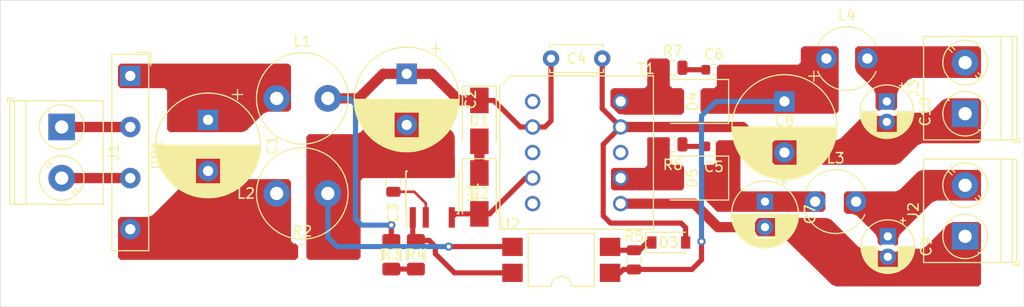
<source format=kicad_pcb>
(kicad_pcb (version 20171130) (host pcbnew "(5.1.9)-1")

  (general
    (thickness 1.6)
    (drawings 11)
    (tracks 79)
    (zones 0)
    (modules 32)
    (nets 23)
  )

  (page A4)
  (layers
    (0 F.Cu signal)
    (31 B.Cu signal hide)
    (32 B.Adhes user hide)
    (33 F.Adhes user hide)
    (34 B.Paste user hide)
    (35 F.Paste user hide)
    (36 B.SilkS user hide)
    (37 F.SilkS user hide)
    (38 B.Mask user hide)
    (39 F.Mask user hide)
    (40 Dwgs.User user hide)
    (41 Cmts.User user hide)
    (42 Eco1.User user hide)
    (43 Eco2.User user hide)
    (44 Edge.Cuts user)
    (45 Margin user hide)
    (46 B.CrtYd user hide)
    (47 F.CrtYd user)
    (48 B.Fab user hide)
    (49 F.Fab user hide)
  )

  (setup
    (last_trace_width 0.25)
    (user_trace_width 0.5)
    (user_trace_width 1)
    (trace_clearance 0.2)
    (zone_clearance 0.508)
    (zone_45_only no)
    (trace_min 0.2)
    (via_size 0.8)
    (via_drill 0.4)
    (via_min_size 0.4)
    (via_min_drill 0.3)
    (uvia_size 0.3)
    (uvia_drill 0.1)
    (uvias_allowed no)
    (uvia_min_size 0.2)
    (uvia_min_drill 0.1)
    (edge_width 0.05)
    (segment_width 0.2)
    (pcb_text_width 0.3)
    (pcb_text_size 1.5 1.5)
    (mod_edge_width 0.12)
    (mod_text_size 1 1)
    (mod_text_width 0.15)
    (pad_size 1.524 1.524)
    (pad_drill 0.762)
    (pad_to_mask_clearance 0.05)
    (aux_axis_origin 0 0)
    (visible_elements 7FFFFFFF)
    (pcbplotparams
      (layerselection 0x010f0_ffffffff)
      (usegerberextensions false)
      (usegerberattributes true)
      (usegerberadvancedattributes true)
      (creategerberjobfile true)
      (excludeedgelayer true)
      (linewidth 0.100000)
      (plotframeref false)
      (viasonmask false)
      (mode 1)
      (useauxorigin false)
      (hpglpennumber 1)
      (hpglpenspeed 20)
      (hpglpendiameter 15.000000)
      (psnegative false)
      (psa4output false)
      (plotreference true)
      (plotvalue true)
      (plotinvisibletext false)
      (padsonsilk false)
      (subtractmaskfromsilk true)
      (outputformat 1)
      (mirror false)
      (drillshape 0)
      (scaleselection 1)
      (outputdirectory "../produkcja/gerber/"))
  )

  (net 0 "")
  (net 1 "Net-(C2-Pad2)")
  (net 2 "Net-(C2-Pad1)")
  (net 3 "Net-(C5-Pad2)")
  (net 4 "Net-(C5-Pad1)")
  (net 5 "Net-(C6-Pad2)")
  (net 6 "Net-(C6-Pad1)")
  (net 7 "Net-(C7-Pad2)")
  (net 8 "Net-(C9-Pad1)")
  (net 9 "Net-(C10-Pad2)")
  (net 10 "Net-(C10-Pad1)")
  (net 11 "Net-(D2-Pad2)")
  (net 12 "Net-(D3-Pad1)")
  (net 13 /hv_dc_-)
  (net 14 /hv_dc_+)
  (net 15 "Net-(DB1-Pad2)")
  (net 16 "Net-(D1-Pad2)")
  (net 17 "Net-(R3-Pad1)")
  (net 18 "Net-(D4-Pad2)")
  (net 19 "Net-(D5-Pad2)")
  (net 20 /BP_CAP)
  (net 21 /EN_UV_pin)
  (net 22 "Net-(DB1-Pad3)")

  (net_class Default "This is the default net class."
    (clearance 0.2)
    (trace_width 0.25)
    (via_dia 0.8)
    (via_drill 0.4)
    (uvia_dia 0.3)
    (uvia_drill 0.1)
    (add_net /BP_CAP)
    (add_net /EN_UV_pin)
    (add_net /hv_dc_+)
    (add_net /hv_dc_-)
    (add_net "Net-(C10-Pad1)")
    (add_net "Net-(C10-Pad2)")
    (add_net "Net-(C2-Pad1)")
    (add_net "Net-(C2-Pad2)")
    (add_net "Net-(C5-Pad1)")
    (add_net "Net-(C5-Pad2)")
    (add_net "Net-(C6-Pad1)")
    (add_net "Net-(C6-Pad2)")
    (add_net "Net-(C7-Pad2)")
    (add_net "Net-(C9-Pad1)")
    (add_net "Net-(D1-Pad2)")
    (add_net "Net-(D2-Pad2)")
    (add_net "Net-(D3-Pad1)")
    (add_net "Net-(D4-Pad2)")
    (add_net "Net-(D5-Pad2)")
    (add_net "Net-(DB1-Pad2)")
    (add_net "Net-(DB1-Pad3)")
    (add_net "Net-(R3-Pad1)")
  )

  (module Resistor_SMD:R_0805_2012Metric (layer F.Cu) (tedit 5B36C52B) (tstamp 5FE333F8)
    (at 167.7 139.1)
    (descr "Resistor SMD 0805 (2012 Metric), square (rectangular) end terminal, IPC_7351 nominal, (Body size source: https://docs.google.com/spreadsheets/d/1BsfQQcO9C6DZCsRaXUlFlo91Tg2WpOkGARC1WS5S8t0/edit?usp=sharing), generated with kicad-footprint-generator")
    (tags resistor)
    (path /5FD99FA8)
    (attr smd)
    (fp_text reference R6 (at 0 2) (layer F.SilkS)
      (effects (font (size 1 1) (thickness 0.15)))
    )
    (fp_text value 18 (at 0 1.65) (layer F.Fab) hide
      (effects (font (size 1 1) (thickness 0.15)))
    )
    (fp_line (start 1.68 0.95) (end -1.68 0.95) (layer F.CrtYd) (width 0.05))
    (fp_line (start 1.68 -0.95) (end 1.68 0.95) (layer F.CrtYd) (width 0.05))
    (fp_line (start -1.68 -0.95) (end 1.68 -0.95) (layer F.CrtYd) (width 0.05))
    (fp_line (start -1.68 0.95) (end -1.68 -0.95) (layer F.CrtYd) (width 0.05))
    (fp_line (start -0.258578 0.71) (end 0.258578 0.71) (layer F.SilkS) (width 0.12))
    (fp_line (start -0.258578 -0.71) (end 0.258578 -0.71) (layer F.SilkS) (width 0.12))
    (fp_line (start 1 0.6) (end -1 0.6) (layer F.Fab) (width 0.1))
    (fp_line (start 1 -0.6) (end 1 0.6) (layer F.Fab) (width 0.1))
    (fp_line (start -1 -0.6) (end 1 -0.6) (layer F.Fab) (width 0.1))
    (fp_line (start -1 0.6) (end -1 -0.6) (layer F.Fab) (width 0.1))
    (fp_text user %R (at 0 0) (layer F.Fab) hide
      (effects (font (size 0.5 0.5) (thickness 0.08)))
    )
    (pad 2 smd roundrect (at 0.9375 0) (size 0.975 1.4) (layers F.Cu F.Paste F.Mask) (roundrect_rratio 0.25)
      (net 3 "Net-(C5-Pad2)"))
    (pad 1 smd roundrect (at -0.9375 0) (size 0.975 1.4) (layers F.Cu F.Paste F.Mask) (roundrect_rratio 0.25)
      (net 19 "Net-(D5-Pad2)"))
    (model ${KISYS3DMOD}/Resistor_SMD.3dshapes/R_0805_2012Metric.wrl
      (at (xyz 0 0 0))
      (scale (xyz 1 1 1))
      (rotate (xyz 0 0 0))
    )
  )

  (module Package_DIP:SMDIP-4_W9.53mm (layer F.Cu) (tedit 5A02E8C5) (tstamp 5FD5FD5E)
    (at 156.8 150.4 180)
    (descr "4-lead surface-mounted (SMD) DIP package, row spacing 9.53 mm (375 mils)")
    (tags "SMD DIP DIL PDIP SMDIP 2.54mm 9.53mm 375mil")
    (path /5FD9F3E2)
    (attr smd)
    (fp_text reference U2 (at 5 3.5) (layer F.SilkS)
      (effects (font (size 1 1) (thickness 0.15)))
    )
    (fp_text value LTV-817S-TA1-A (at 0 3.6) (layer F.Fab) hide
      (effects (font (size 1 1) (thickness 0.15)))
    )
    (fp_line (start -2.175 -2.54) (end 3.175 -2.54) (layer F.Fab) (width 0.1))
    (fp_line (start 3.175 -2.54) (end 3.175 2.54) (layer F.Fab) (width 0.1))
    (fp_line (start 3.175 2.54) (end -3.175 2.54) (layer F.Fab) (width 0.1))
    (fp_line (start -3.175 2.54) (end -3.175 -1.54) (layer F.Fab) (width 0.1))
    (fp_line (start -3.175 -1.54) (end -2.175 -2.54) (layer F.Fab) (width 0.1))
    (fp_line (start -1 -2.6) (end -3.235 -2.6) (layer F.SilkS) (width 0.12))
    (fp_line (start -3.235 -2.6) (end -3.235 2.6) (layer F.SilkS) (width 0.12))
    (fp_line (start -3.235 2.6) (end 3.235 2.6) (layer F.SilkS) (width 0.12))
    (fp_line (start 3.235 2.6) (end 3.235 -2.6) (layer F.SilkS) (width 0.12))
    (fp_line (start 3.235 -2.6) (end 1 -2.6) (layer F.SilkS) (width 0.12))
    (fp_line (start -6.05 -2.8) (end -6.05 2.8) (layer F.CrtYd) (width 0.05))
    (fp_line (start -6.05 2.8) (end 6.05 2.8) (layer F.CrtYd) (width 0.05))
    (fp_line (start 6.05 2.8) (end 6.05 -2.8) (layer F.CrtYd) (width 0.05))
    (fp_line (start 6.05 -2.8) (end -6.05 -2.8) (layer F.CrtYd) (width 0.05))
    (fp_text user %R (at 0 0) (layer F.Fab) hide
      (effects (font (size 1 1) (thickness 0.15)))
    )
    (fp_arc (start 0 -2.6) (end -1 -2.6) (angle -180) (layer F.SilkS) (width 0.12))
    (pad 4 smd rect (at 4.765 -1.27 180) (size 2 1.78) (layers F.Cu F.Paste F.Mask)
      (net 21 /EN_UV_pin))
    (pad 2 smd rect (at -4.765 1.27 180) (size 2 1.78) (layers F.Cu F.Paste F.Mask)
      (net 12 "Net-(D3-Pad1)"))
    (pad 3 smd rect (at 4.765 1.27 180) (size 2 1.78) (layers F.Cu F.Paste F.Mask)
      (net 1 "Net-(C2-Pad2)"))
    (pad 1 smd rect (at -4.765 -1.27 180) (size 2 1.78) (layers F.Cu F.Paste F.Mask)
      (net 6 "Net-(C6-Pad1)"))
    (model ${KISYS3DMOD}/Package_DIP.3dshapes/SMDIP-4_W9.53mm.wrl
      (at (xyz 0 0 0))
      (scale (xyz 1 1 1))
      (rotate (xyz 0 0 0))
    )
  )

  (module Diode_THT:Diode_Bridge_19.0x3.5x10.0mm_P5.0mm (layer F.Cu) (tedit 5A4F7F5F) (tstamp 5FFED54D)
    (at 114.7 132.4 270)
    (descr "Vishay GBU rectifier package, 5.08mm pitch, see http://www.vishay.com/docs/88606/g3sba20.pdf")
    (tags "Vishay GBU rectifier diode bridge")
    (path /5FDFF7AF)
    (fp_text reference DB1 (at 7.7 -2.6 270) (layer F.SilkS)
      (effects (font (size 1 1) (thickness 0.15)))
    )
    (fp_text value GBS4A (at 7.1 2.8 270) (layer F.Fab) hide
      (effects (font (size 1 1) (thickness 0.15)))
    )
    (fp_line (start 17.25 2) (end -2.25 2) (layer F.CrtYd) (width 0.05))
    (fp_line (start 17.25 2) (end 17.25 -2) (layer F.CrtYd) (width 0.05))
    (fp_line (start -2.25 -2) (end -2.25 2) (layer F.CrtYd) (width 0.05))
    (fp_line (start -2.25 -2) (end 17.25 -2) (layer F.CrtYd) (width 0.05))
    (fp_line (start -1.25 -1.75) (end 17 -1.75) (layer F.Fab) (width 0.12))
    (fp_line (start 17 -1.75) (end 17 1.75) (layer F.Fab) (width 0.12))
    (fp_line (start 17 1.75) (end -2 1.75) (layer F.Fab) (width 0.12))
    (fp_line (start -2 1.75) (end -2 -1) (layer F.Fab) (width 0.12))
    (fp_line (start -2 -1) (end -1.25 -1.75) (layer F.Fab) (width 0.12))
    (fp_line (start 0 -1.75) (end 0 1.75) (layer F.Fab) (width 0.12))
    (fp_line (start -2.1 1.8) (end -2.1 -1.8) (layer F.SilkS) (width 0.12))
    (fp_line (start -2.1 -1.8) (end 17.1 -1.8) (layer F.SilkS) (width 0.12))
    (fp_line (start 17.1 -1.8) (end 17.1 1.8) (layer F.SilkS) (width 0.12))
    (fp_line (start 17.1 1.8) (end -2.1 1.8) (layer F.SilkS) (width 0.12))
    (fp_line (start -2.3 -0.7) (end -2.3 -2) (layer F.SilkS) (width 0.12))
    (fp_line (start -2.3 -2) (end -1 -2) (layer F.SilkS) (width 0.12))
    (fp_text user %R (at 7.5 0 270) (layer F.Fab) hide
      (effects (font (size 1 1) (thickness 0.15)))
    )
    (pad 1 thru_hole rect (at 0 0 270) (size 2 2) (drill 1) (layers *.Cu *.Mask)
      (net 14 /hv_dc_+))
    (pad 2 thru_hole circle (at 5 0 270) (size 2 2) (drill 1) (layers *.Cu *.Mask)
      (net 15 "Net-(DB1-Pad2)"))
    (pad 3 thru_hole circle (at 10 0 270) (size 2 2) (drill 1) (layers *.Cu *.Mask)
      (net 22 "Net-(DB1-Pad3)"))
    (pad 4 thru_hole circle (at 15 0 270) (size 2 2) (drill 1) (layers *.Cu *.Mask)
      (net 13 /hv_dc_-))
    (model ${KISYS3DMOD}/Diode_THT.3dshapes/Diode_Bridge_19.0x3.5x10.0mm_P5.0mm.wrl
      (at (xyz 0 0 0))
      (scale (xyz 1 1 1))
      (rotate (xyz 0 0 0))
    )
  )

  (module eMKa_TRAFO:EE13_Bobbin (layer F.Cu) (tedit 5FFDFD4C) (tstamp 5FFDFD09)
    (at 158.3 139.9)
    (path /5FE6536B)
    (fp_text reference T1 (at 6.8 -8.2) (layer F.SilkS)
      (effects (font (size 1 1) (thickness 0.15)))
    )
    (fp_text value EE13_Custom (at 0 -10) (layer F.Fab) hide
      (effects (font (size 1 1) (thickness 0.15)))
    )
    (fp_line (start 7.5 -7.5) (end -6.5 -7.5) (layer F.SilkS) (width 0.12))
    (fp_line (start -6.5 -7.5) (end -7.5 -6.5) (layer F.SilkS) (width 0.12))
    (fp_line (start -7.5 -6.5) (end -7.5 7.5) (layer F.SilkS) (width 0.12))
    (fp_line (start -7.5 7.5) (end 7.5 7.5) (layer F.SilkS) (width 0.12))
    (fp_line (start 7.5 7.5) (end 7.5 -7.5) (layer F.SilkS) (width 0.12))
    (pad 10 thru_hole circle (at 4.3 -5) (size 1.5 1.5) (drill 1) (layers *.Cu *.Mask)
      (net 18 "Net-(D4-Pad2)"))
    (pad 9 thru_hole circle (at 4.3 -2.5) (size 1.5 1.5) (drill 1) (layers *.Cu *.Mask)
      (net 9 "Net-(C10-Pad2)"))
    (pad 8 thru_hole circle (at 4.3 0) (size 1.5 1.5) (drill 1) (layers *.Cu *.Mask))
    (pad 7 thru_hole circle (at 4.3 2.5) (size 1.5 1.5) (drill 1) (layers *.Cu *.Mask)
      (net 19 "Net-(D5-Pad2)"))
    (pad 6 thru_hole circle (at 4.3 5) (size 1.5 1.5) (drill 1) (layers *.Cu *.Mask)
      (net 7 "Net-(C7-Pad2)"))
    (pad 5 thru_hole circle (at -4.3 5) (size 1.5 1.5) (drill 1) (layers *.Cu *.Mask))
    (pad 4 thru_hole circle (at -4.3 2.5) (size 1.5 1.5) (drill 1) (layers *.Cu *.Mask)
      (net 11 "Net-(D2-Pad2)"))
    (pad 3 thru_hole circle (at -4.3 0) (size 1.5 1.5) (drill 1) (layers *.Cu *.Mask))
    (pad 2 thru_hole circle (at -4.3 -2.5) (size 1.5 1.5) (drill 1) (layers *.Cu *.Mask)
      (net 2 "Net-(C2-Pad1)"))
    (pad 1 thru_hole circle (at -4.3 -5) (size 1.5 1.5) (drill 1) (layers *.Cu *.Mask))
    (model C:/Users/mkowalski/Projekty/_Biblioteki_kicad/FootPrints/3d_models/TRAFO/transformatorek_cp.step
      (at (xyz 0 0 0))
      (scale (xyz 1 1 1))
      (rotate (xyz 0 0 0))
    )
  )

  (module Diode_SMD:D_SMB (layer F.Cu) (tedit 58645DF3) (tstamp 5FE332F8)
    (at 169.6 134.9 180)
    (descr "Diode SMB (DO-214AA)")
    (tags "Diode SMB (DO-214AA)")
    (path /5FD9854D)
    (attr smd)
    (fp_text reference D4 (at 0 0 90) (layer F.SilkS)
      (effects (font (size 1 1) (thickness 0.15)))
    )
    (fp_text value STPS340U (at 0 3.1) (layer F.Fab) hide
      (effects (font (size 1 1) (thickness 0.15)))
    )
    (fp_line (start -3.55 -2.15) (end 2.15 -2.15) (layer F.SilkS) (width 0.12))
    (fp_line (start -3.55 2.15) (end 2.15 2.15) (layer F.SilkS) (width 0.12))
    (fp_line (start -0.64944 0.00102) (end 0.50118 -0.79908) (layer F.Fab) (width 0.1))
    (fp_line (start -0.64944 0.00102) (end 0.50118 0.75032) (layer F.Fab) (width 0.1))
    (fp_line (start 0.50118 0.75032) (end 0.50118 -0.79908) (layer F.Fab) (width 0.1))
    (fp_line (start -0.64944 -0.79908) (end -0.64944 0.80112) (layer F.Fab) (width 0.1))
    (fp_line (start 0.50118 0.00102) (end 1.4994 0.00102) (layer F.Fab) (width 0.1))
    (fp_line (start -0.64944 0.00102) (end -1.55114 0.00102) (layer F.Fab) (width 0.1))
    (fp_line (start -3.65 2.25) (end -3.65 -2.25) (layer F.CrtYd) (width 0.05))
    (fp_line (start 3.65 2.25) (end -3.65 2.25) (layer F.CrtYd) (width 0.05))
    (fp_line (start 3.65 -2.25) (end 3.65 2.25) (layer F.CrtYd) (width 0.05))
    (fp_line (start -3.65 -2.25) (end 3.65 -2.25) (layer F.CrtYd) (width 0.05))
    (fp_line (start 2.3 -2) (end -2.3 -2) (layer F.Fab) (width 0.1))
    (fp_line (start 2.3 -2) (end 2.3 2) (layer F.Fab) (width 0.1))
    (fp_line (start -2.3 2) (end -2.3 -2) (layer F.Fab) (width 0.1))
    (fp_line (start 2.3 2) (end -2.3 2) (layer F.Fab) (width 0.1))
    (fp_line (start -3.55 -2.15) (end -3.55 2.15) (layer F.SilkS) (width 0.12))
    (fp_text user %R (at 0 -3) (layer F.Fab) hide
      (effects (font (size 1 1) (thickness 0.15)))
    )
    (pad 2 smd rect (at 2.15 0 180) (size 2.5 2.3) (layers F.Cu F.Paste F.Mask)
      (net 18 "Net-(D4-Pad2)"))
    (pad 1 smd rect (at -2.15 0 180) (size 2.5 2.3) (layers F.Cu F.Paste F.Mask)
      (net 6 "Net-(C6-Pad1)"))
    (model ${KISYS3DMOD}/Diode_SMD.3dshapes/D_SMB.wrl
      (at (xyz 0 0 0))
      (scale (xyz 1 1 1))
      (rotate (xyz 0 0 0))
    )
  )

  (module Capacitor_THT:CP_Radial_D10.0mm_P5.00mm (layer F.Cu) (tedit 5AE50EF1) (tstamp 5FE314F1)
    (at 178.6 134.9 270)
    (descr "CP, Radial series, Radial, pin pitch=5.00mm, , diameter=10mm, Electrolytic Capacitor")
    (tags "CP Radial series Radial pin pitch 5.00mm  diameter 10mm Electrolytic Capacitor")
    (path /5FD9C447)
    (fp_text reference C8 (at 1.9 0 180) (layer F.SilkS)
      (effects (font (size 1 1) (thickness 0.15)))
    )
    (fp_text value 1000u/10V (at 2.5 6.25 90) (layer F.Fab) hide
      (effects (font (size 1 1) (thickness 0.15)))
    )
    (fp_line (start -2.479646 -3.375) (end -2.479646 -2.375) (layer F.SilkS) (width 0.12))
    (fp_line (start -2.979646 -2.875) (end -1.979646 -2.875) (layer F.SilkS) (width 0.12))
    (fp_line (start 7.581 -0.599) (end 7.581 0.599) (layer F.SilkS) (width 0.12))
    (fp_line (start 7.541 -0.862) (end 7.541 0.862) (layer F.SilkS) (width 0.12))
    (fp_line (start 7.501 -1.062) (end 7.501 1.062) (layer F.SilkS) (width 0.12))
    (fp_line (start 7.461 -1.23) (end 7.461 1.23) (layer F.SilkS) (width 0.12))
    (fp_line (start 7.421 -1.378) (end 7.421 1.378) (layer F.SilkS) (width 0.12))
    (fp_line (start 7.381 -1.51) (end 7.381 1.51) (layer F.SilkS) (width 0.12))
    (fp_line (start 7.341 -1.63) (end 7.341 1.63) (layer F.SilkS) (width 0.12))
    (fp_line (start 7.301 -1.742) (end 7.301 1.742) (layer F.SilkS) (width 0.12))
    (fp_line (start 7.261 -1.846) (end 7.261 1.846) (layer F.SilkS) (width 0.12))
    (fp_line (start 7.221 -1.944) (end 7.221 1.944) (layer F.SilkS) (width 0.12))
    (fp_line (start 7.181 -2.037) (end 7.181 2.037) (layer F.SilkS) (width 0.12))
    (fp_line (start 7.141 -2.125) (end 7.141 2.125) (layer F.SilkS) (width 0.12))
    (fp_line (start 7.101 -2.209) (end 7.101 2.209) (layer F.SilkS) (width 0.12))
    (fp_line (start 7.061 -2.289) (end 7.061 2.289) (layer F.SilkS) (width 0.12))
    (fp_line (start 7.021 -2.365) (end 7.021 2.365) (layer F.SilkS) (width 0.12))
    (fp_line (start 6.981 -2.439) (end 6.981 2.439) (layer F.SilkS) (width 0.12))
    (fp_line (start 6.941 -2.51) (end 6.941 2.51) (layer F.SilkS) (width 0.12))
    (fp_line (start 6.901 -2.579) (end 6.901 2.579) (layer F.SilkS) (width 0.12))
    (fp_line (start 6.861 -2.645) (end 6.861 2.645) (layer F.SilkS) (width 0.12))
    (fp_line (start 6.821 -2.709) (end 6.821 2.709) (layer F.SilkS) (width 0.12))
    (fp_line (start 6.781 -2.77) (end 6.781 2.77) (layer F.SilkS) (width 0.12))
    (fp_line (start 6.741 -2.83) (end 6.741 2.83) (layer F.SilkS) (width 0.12))
    (fp_line (start 6.701 -2.889) (end 6.701 2.889) (layer F.SilkS) (width 0.12))
    (fp_line (start 6.661 -2.945) (end 6.661 2.945) (layer F.SilkS) (width 0.12))
    (fp_line (start 6.621 -3) (end 6.621 3) (layer F.SilkS) (width 0.12))
    (fp_line (start 6.581 -3.054) (end 6.581 3.054) (layer F.SilkS) (width 0.12))
    (fp_line (start 6.541 -3.106) (end 6.541 3.106) (layer F.SilkS) (width 0.12))
    (fp_line (start 6.501 -3.156) (end 6.501 3.156) (layer F.SilkS) (width 0.12))
    (fp_line (start 6.461 -3.206) (end 6.461 3.206) (layer F.SilkS) (width 0.12))
    (fp_line (start 6.421 -3.254) (end 6.421 3.254) (layer F.SilkS) (width 0.12))
    (fp_line (start 6.381 -3.301) (end 6.381 3.301) (layer F.SilkS) (width 0.12))
    (fp_line (start 6.341 -3.347) (end 6.341 3.347) (layer F.SilkS) (width 0.12))
    (fp_line (start 6.301 -3.392) (end 6.301 3.392) (layer F.SilkS) (width 0.12))
    (fp_line (start 6.261 -3.436) (end 6.261 3.436) (layer F.SilkS) (width 0.12))
    (fp_line (start 6.221 1.241) (end 6.221 3.478) (layer F.SilkS) (width 0.12))
    (fp_line (start 6.221 -3.478) (end 6.221 -1.241) (layer F.SilkS) (width 0.12))
    (fp_line (start 6.181 1.241) (end 6.181 3.52) (layer F.SilkS) (width 0.12))
    (fp_line (start 6.181 -3.52) (end 6.181 -1.241) (layer F.SilkS) (width 0.12))
    (fp_line (start 6.141 1.241) (end 6.141 3.561) (layer F.SilkS) (width 0.12))
    (fp_line (start 6.141 -3.561) (end 6.141 -1.241) (layer F.SilkS) (width 0.12))
    (fp_line (start 6.101 1.241) (end 6.101 3.601) (layer F.SilkS) (width 0.12))
    (fp_line (start 6.101 -3.601) (end 6.101 -1.241) (layer F.SilkS) (width 0.12))
    (fp_line (start 6.061 1.241) (end 6.061 3.64) (layer F.SilkS) (width 0.12))
    (fp_line (start 6.061 -3.64) (end 6.061 -1.241) (layer F.SilkS) (width 0.12))
    (fp_line (start 6.021 1.241) (end 6.021 3.679) (layer F.SilkS) (width 0.12))
    (fp_line (start 6.021 -3.679) (end 6.021 -1.241) (layer F.SilkS) (width 0.12))
    (fp_line (start 5.981 1.241) (end 5.981 3.716) (layer F.SilkS) (width 0.12))
    (fp_line (start 5.981 -3.716) (end 5.981 -1.241) (layer F.SilkS) (width 0.12))
    (fp_line (start 5.941 1.241) (end 5.941 3.753) (layer F.SilkS) (width 0.12))
    (fp_line (start 5.941 -3.753) (end 5.941 -1.241) (layer F.SilkS) (width 0.12))
    (fp_line (start 5.901 1.241) (end 5.901 3.789) (layer F.SilkS) (width 0.12))
    (fp_line (start 5.901 -3.789) (end 5.901 -1.241) (layer F.SilkS) (width 0.12))
    (fp_line (start 5.861 1.241) (end 5.861 3.824) (layer F.SilkS) (width 0.12))
    (fp_line (start 5.861 -3.824) (end 5.861 -1.241) (layer F.SilkS) (width 0.12))
    (fp_line (start 5.821 1.241) (end 5.821 3.858) (layer F.SilkS) (width 0.12))
    (fp_line (start 5.821 -3.858) (end 5.821 -1.241) (layer F.SilkS) (width 0.12))
    (fp_line (start 5.781 1.241) (end 5.781 3.892) (layer F.SilkS) (width 0.12))
    (fp_line (start 5.781 -3.892) (end 5.781 -1.241) (layer F.SilkS) (width 0.12))
    (fp_line (start 5.741 1.241) (end 5.741 3.925) (layer F.SilkS) (width 0.12))
    (fp_line (start 5.741 -3.925) (end 5.741 -1.241) (layer F.SilkS) (width 0.12))
    (fp_line (start 5.701 1.241) (end 5.701 3.957) (layer F.SilkS) (width 0.12))
    (fp_line (start 5.701 -3.957) (end 5.701 -1.241) (layer F.SilkS) (width 0.12))
    (fp_line (start 5.661 1.241) (end 5.661 3.989) (layer F.SilkS) (width 0.12))
    (fp_line (start 5.661 -3.989) (end 5.661 -1.241) (layer F.SilkS) (width 0.12))
    (fp_line (start 5.621 1.241) (end 5.621 4.02) (layer F.SilkS) (width 0.12))
    (fp_line (start 5.621 -4.02) (end 5.621 -1.241) (layer F.SilkS) (width 0.12))
    (fp_line (start 5.581 1.241) (end 5.581 4.05) (layer F.SilkS) (width 0.12))
    (fp_line (start 5.581 -4.05) (end 5.581 -1.241) (layer F.SilkS) (width 0.12))
    (fp_line (start 5.541 1.241) (end 5.541 4.08) (layer F.SilkS) (width 0.12))
    (fp_line (start 5.541 -4.08) (end 5.541 -1.241) (layer F.SilkS) (width 0.12))
    (fp_line (start 5.501 1.241) (end 5.501 4.11) (layer F.SilkS) (width 0.12))
    (fp_line (start 5.501 -4.11) (end 5.501 -1.241) (layer F.SilkS) (width 0.12))
    (fp_line (start 5.461 1.241) (end 5.461 4.138) (layer F.SilkS) (width 0.12))
    (fp_line (start 5.461 -4.138) (end 5.461 -1.241) (layer F.SilkS) (width 0.12))
    (fp_line (start 5.421 1.241) (end 5.421 4.166) (layer F.SilkS) (width 0.12))
    (fp_line (start 5.421 -4.166) (end 5.421 -1.241) (layer F.SilkS) (width 0.12))
    (fp_line (start 5.381 1.241) (end 5.381 4.194) (layer F.SilkS) (width 0.12))
    (fp_line (start 5.381 -4.194) (end 5.381 -1.241) (layer F.SilkS) (width 0.12))
    (fp_line (start 5.341 1.241) (end 5.341 4.221) (layer F.SilkS) (width 0.12))
    (fp_line (start 5.341 -4.221) (end 5.341 -1.241) (layer F.SilkS) (width 0.12))
    (fp_line (start 5.301 1.241) (end 5.301 4.247) (layer F.SilkS) (width 0.12))
    (fp_line (start 5.301 -4.247) (end 5.301 -1.241) (layer F.SilkS) (width 0.12))
    (fp_line (start 5.261 1.241) (end 5.261 4.273) (layer F.SilkS) (width 0.12))
    (fp_line (start 5.261 -4.273) (end 5.261 -1.241) (layer F.SilkS) (width 0.12))
    (fp_line (start 5.221 1.241) (end 5.221 4.298) (layer F.SilkS) (width 0.12))
    (fp_line (start 5.221 -4.298) (end 5.221 -1.241) (layer F.SilkS) (width 0.12))
    (fp_line (start 5.181 1.241) (end 5.181 4.323) (layer F.SilkS) (width 0.12))
    (fp_line (start 5.181 -4.323) (end 5.181 -1.241) (layer F.SilkS) (width 0.12))
    (fp_line (start 5.141 1.241) (end 5.141 4.347) (layer F.SilkS) (width 0.12))
    (fp_line (start 5.141 -4.347) (end 5.141 -1.241) (layer F.SilkS) (width 0.12))
    (fp_line (start 5.101 1.241) (end 5.101 4.371) (layer F.SilkS) (width 0.12))
    (fp_line (start 5.101 -4.371) (end 5.101 -1.241) (layer F.SilkS) (width 0.12))
    (fp_line (start 5.061 1.241) (end 5.061 4.395) (layer F.SilkS) (width 0.12))
    (fp_line (start 5.061 -4.395) (end 5.061 -1.241) (layer F.SilkS) (width 0.12))
    (fp_line (start 5.021 1.241) (end 5.021 4.417) (layer F.SilkS) (width 0.12))
    (fp_line (start 5.021 -4.417) (end 5.021 -1.241) (layer F.SilkS) (width 0.12))
    (fp_line (start 4.981 1.241) (end 4.981 4.44) (layer F.SilkS) (width 0.12))
    (fp_line (start 4.981 -4.44) (end 4.981 -1.241) (layer F.SilkS) (width 0.12))
    (fp_line (start 4.941 1.241) (end 4.941 4.462) (layer F.SilkS) (width 0.12))
    (fp_line (start 4.941 -4.462) (end 4.941 -1.241) (layer F.SilkS) (width 0.12))
    (fp_line (start 4.901 1.241) (end 4.901 4.483) (layer F.SilkS) (width 0.12))
    (fp_line (start 4.901 -4.483) (end 4.901 -1.241) (layer F.SilkS) (width 0.12))
    (fp_line (start 4.861 1.241) (end 4.861 4.504) (layer F.SilkS) (width 0.12))
    (fp_line (start 4.861 -4.504) (end 4.861 -1.241) (layer F.SilkS) (width 0.12))
    (fp_line (start 4.821 1.241) (end 4.821 4.525) (layer F.SilkS) (width 0.12))
    (fp_line (start 4.821 -4.525) (end 4.821 -1.241) (layer F.SilkS) (width 0.12))
    (fp_line (start 4.781 1.241) (end 4.781 4.545) (layer F.SilkS) (width 0.12))
    (fp_line (start 4.781 -4.545) (end 4.781 -1.241) (layer F.SilkS) (width 0.12))
    (fp_line (start 4.741 1.241) (end 4.741 4.564) (layer F.SilkS) (width 0.12))
    (fp_line (start 4.741 -4.564) (end 4.741 -1.241) (layer F.SilkS) (width 0.12))
    (fp_line (start 4.701 1.241) (end 4.701 4.584) (layer F.SilkS) (width 0.12))
    (fp_line (start 4.701 -4.584) (end 4.701 -1.241) (layer F.SilkS) (width 0.12))
    (fp_line (start 4.661 1.241) (end 4.661 4.603) (layer F.SilkS) (width 0.12))
    (fp_line (start 4.661 -4.603) (end 4.661 -1.241) (layer F.SilkS) (width 0.12))
    (fp_line (start 4.621 1.241) (end 4.621 4.621) (layer F.SilkS) (width 0.12))
    (fp_line (start 4.621 -4.621) (end 4.621 -1.241) (layer F.SilkS) (width 0.12))
    (fp_line (start 4.581 1.241) (end 4.581 4.639) (layer F.SilkS) (width 0.12))
    (fp_line (start 4.581 -4.639) (end 4.581 -1.241) (layer F.SilkS) (width 0.12))
    (fp_line (start 4.541 1.241) (end 4.541 4.657) (layer F.SilkS) (width 0.12))
    (fp_line (start 4.541 -4.657) (end 4.541 -1.241) (layer F.SilkS) (width 0.12))
    (fp_line (start 4.501 1.241) (end 4.501 4.674) (layer F.SilkS) (width 0.12))
    (fp_line (start 4.501 -4.674) (end 4.501 -1.241) (layer F.SilkS) (width 0.12))
    (fp_line (start 4.461 1.241) (end 4.461 4.69) (layer F.SilkS) (width 0.12))
    (fp_line (start 4.461 -4.69) (end 4.461 -1.241) (layer F.SilkS) (width 0.12))
    (fp_line (start 4.421 1.241) (end 4.421 4.707) (layer F.SilkS) (width 0.12))
    (fp_line (start 4.421 -4.707) (end 4.421 -1.241) (layer F.SilkS) (width 0.12))
    (fp_line (start 4.381 1.241) (end 4.381 4.723) (layer F.SilkS) (width 0.12))
    (fp_line (start 4.381 -4.723) (end 4.381 -1.241) (layer F.SilkS) (width 0.12))
    (fp_line (start 4.341 1.241) (end 4.341 4.738) (layer F.SilkS) (width 0.12))
    (fp_line (start 4.341 -4.738) (end 4.341 -1.241) (layer F.SilkS) (width 0.12))
    (fp_line (start 4.301 1.241) (end 4.301 4.754) (layer F.SilkS) (width 0.12))
    (fp_line (start 4.301 -4.754) (end 4.301 -1.241) (layer F.SilkS) (width 0.12))
    (fp_line (start 4.261 1.241) (end 4.261 4.768) (layer F.SilkS) (width 0.12))
    (fp_line (start 4.261 -4.768) (end 4.261 -1.241) (layer F.SilkS) (width 0.12))
    (fp_line (start 4.221 1.241) (end 4.221 4.783) (layer F.SilkS) (width 0.12))
    (fp_line (start 4.221 -4.783) (end 4.221 -1.241) (layer F.SilkS) (width 0.12))
    (fp_line (start 4.181 1.241) (end 4.181 4.797) (layer F.SilkS) (width 0.12))
    (fp_line (start 4.181 -4.797) (end 4.181 -1.241) (layer F.SilkS) (width 0.12))
    (fp_line (start 4.141 1.241) (end 4.141 4.811) (layer F.SilkS) (width 0.12))
    (fp_line (start 4.141 -4.811) (end 4.141 -1.241) (layer F.SilkS) (width 0.12))
    (fp_line (start 4.101 1.241) (end 4.101 4.824) (layer F.SilkS) (width 0.12))
    (fp_line (start 4.101 -4.824) (end 4.101 -1.241) (layer F.SilkS) (width 0.12))
    (fp_line (start 4.061 1.241) (end 4.061 4.837) (layer F.SilkS) (width 0.12))
    (fp_line (start 4.061 -4.837) (end 4.061 -1.241) (layer F.SilkS) (width 0.12))
    (fp_line (start 4.021 1.241) (end 4.021 4.85) (layer F.SilkS) (width 0.12))
    (fp_line (start 4.021 -4.85) (end 4.021 -1.241) (layer F.SilkS) (width 0.12))
    (fp_line (start 3.981 1.241) (end 3.981 4.862) (layer F.SilkS) (width 0.12))
    (fp_line (start 3.981 -4.862) (end 3.981 -1.241) (layer F.SilkS) (width 0.12))
    (fp_line (start 3.941 1.241) (end 3.941 4.874) (layer F.SilkS) (width 0.12))
    (fp_line (start 3.941 -4.874) (end 3.941 -1.241) (layer F.SilkS) (width 0.12))
    (fp_line (start 3.901 1.241) (end 3.901 4.885) (layer F.SilkS) (width 0.12))
    (fp_line (start 3.901 -4.885) (end 3.901 -1.241) (layer F.SilkS) (width 0.12))
    (fp_line (start 3.861 1.241) (end 3.861 4.897) (layer F.SilkS) (width 0.12))
    (fp_line (start 3.861 -4.897) (end 3.861 -1.241) (layer F.SilkS) (width 0.12))
    (fp_line (start 3.821 1.241) (end 3.821 4.907) (layer F.SilkS) (width 0.12))
    (fp_line (start 3.821 -4.907) (end 3.821 -1.241) (layer F.SilkS) (width 0.12))
    (fp_line (start 3.781 1.241) (end 3.781 4.918) (layer F.SilkS) (width 0.12))
    (fp_line (start 3.781 -4.918) (end 3.781 -1.241) (layer F.SilkS) (width 0.12))
    (fp_line (start 3.741 -4.928) (end 3.741 4.928) (layer F.SilkS) (width 0.12))
    (fp_line (start 3.701 -4.938) (end 3.701 4.938) (layer F.SilkS) (width 0.12))
    (fp_line (start 3.661 -4.947) (end 3.661 4.947) (layer F.SilkS) (width 0.12))
    (fp_line (start 3.621 -4.956) (end 3.621 4.956) (layer F.SilkS) (width 0.12))
    (fp_line (start 3.581 -4.965) (end 3.581 4.965) (layer F.SilkS) (width 0.12))
    (fp_line (start 3.541 -4.974) (end 3.541 4.974) (layer F.SilkS) (width 0.12))
    (fp_line (start 3.501 -4.982) (end 3.501 4.982) (layer F.SilkS) (width 0.12))
    (fp_line (start 3.461 -4.99) (end 3.461 4.99) (layer F.SilkS) (width 0.12))
    (fp_line (start 3.421 -4.997) (end 3.421 4.997) (layer F.SilkS) (width 0.12))
    (fp_line (start 3.381 -5.004) (end 3.381 5.004) (layer F.SilkS) (width 0.12))
    (fp_line (start 3.341 -5.011) (end 3.341 5.011) (layer F.SilkS) (width 0.12))
    (fp_line (start 3.301 -5.018) (end 3.301 5.018) (layer F.SilkS) (width 0.12))
    (fp_line (start 3.261 -5.024) (end 3.261 5.024) (layer F.SilkS) (width 0.12))
    (fp_line (start 3.221 -5.03) (end 3.221 5.03) (layer F.SilkS) (width 0.12))
    (fp_line (start 3.18 -5.035) (end 3.18 5.035) (layer F.SilkS) (width 0.12))
    (fp_line (start 3.14 -5.04) (end 3.14 5.04) (layer F.SilkS) (width 0.12))
    (fp_line (start 3.1 -5.045) (end 3.1 5.045) (layer F.SilkS) (width 0.12))
    (fp_line (start 3.06 -5.05) (end 3.06 5.05) (layer F.SilkS) (width 0.12))
    (fp_line (start 3.02 -5.054) (end 3.02 5.054) (layer F.SilkS) (width 0.12))
    (fp_line (start 2.98 -5.058) (end 2.98 5.058) (layer F.SilkS) (width 0.12))
    (fp_line (start 2.94 -5.062) (end 2.94 5.062) (layer F.SilkS) (width 0.12))
    (fp_line (start 2.9 -5.065) (end 2.9 5.065) (layer F.SilkS) (width 0.12))
    (fp_line (start 2.86 -5.068) (end 2.86 5.068) (layer F.SilkS) (width 0.12))
    (fp_line (start 2.82 -5.07) (end 2.82 5.07) (layer F.SilkS) (width 0.12))
    (fp_line (start 2.78 -5.073) (end 2.78 5.073) (layer F.SilkS) (width 0.12))
    (fp_line (start 2.74 -5.075) (end 2.74 5.075) (layer F.SilkS) (width 0.12))
    (fp_line (start 2.7 -5.077) (end 2.7 5.077) (layer F.SilkS) (width 0.12))
    (fp_line (start 2.66 -5.078) (end 2.66 5.078) (layer F.SilkS) (width 0.12))
    (fp_line (start 2.62 -5.079) (end 2.62 5.079) (layer F.SilkS) (width 0.12))
    (fp_line (start 2.58 -5.08) (end 2.58 5.08) (layer F.SilkS) (width 0.12))
    (fp_line (start 2.54 -5.08) (end 2.54 5.08) (layer F.SilkS) (width 0.12))
    (fp_line (start 2.5 -5.08) (end 2.5 5.08) (layer F.SilkS) (width 0.12))
    (fp_line (start -1.288861 -2.6875) (end -1.288861 -1.6875) (layer F.Fab) (width 0.1))
    (fp_line (start -1.788861 -2.1875) (end -0.788861 -2.1875) (layer F.Fab) (width 0.1))
    (fp_circle (center 2.5 0) (end 7.75 0) (layer F.CrtYd) (width 0.05))
    (fp_circle (center 2.5 0) (end 7.62 0) (layer F.SilkS) (width 0.12))
    (fp_circle (center 2.5 0) (end 7.5 0) (layer F.Fab) (width 0.1))
    (fp_text user %R (at 2.5 0 90) (layer F.Fab) hide
      (effects (font (size 1 1) (thickness 0.15)))
    )
    (pad 2 thru_hole circle (at 5 0 270) (size 2 2) (drill 1) (layers *.Cu *.Mask)
      (net 9 "Net-(C10-Pad2)"))
    (pad 1 thru_hole rect (at 0 0 270) (size 2 2) (drill 1) (layers *.Cu *.Mask)
      (net 6 "Net-(C6-Pad1)"))
    (model ${KISYS3DMOD}/Capacitor_THT.3dshapes/CP_Radial_D10.0mm_P5.00mm.wrl
      (at (xyz 0 0 0))
      (scale (xyz 1 1 1))
      (rotate (xyz 0 0 0))
    )
  )

  (module TerminalBlock_Phoenix:TerminalBlock_Phoenix_PT-1,5-2-5.0-H_1x02_P5.00mm_Horizontal (layer F.Cu) (tedit 5B294F69) (tstamp 5FEBD04C)
    (at 196.25 136.1 90)
    (descr "Terminal Block Phoenix PT-1,5-2-5.0-H, 2 pins, pitch 5mm, size 10x9mm^2, drill diamater 1.3mm, pad diameter 2.6mm, see http://www.mouser.com/ds/2/324/ItemDetail_1935161-922578.pdf, script-generated using https://github.com/pointhi/kicad-footprint-generator/scripts/TerminalBlock_Phoenix")
    (tags "THT Terminal Block Phoenix PT-1,5-2-5.0-H pitch 5mm size 10x9mm^2 drill 1.3mm pad 2.6mm")
    (path /5FF327C8)
    (fp_text reference J3 (at 2.5 -5.06 90) (layer F.SilkS)
      (effects (font (size 1 1) (thickness 0.15)))
    )
    (fp_text value Conn_01x02 (at 2.5 6.06 90) (layer F.Fab) hide
      (effects (font (size 1 1) (thickness 0.15)))
    )
    (fp_circle (center 0 0) (end 2 0) (layer F.Fab) (width 0.1))
    (fp_circle (center 0 0) (end 2.18 0) (layer F.SilkS) (width 0.12))
    (fp_circle (center 5 0) (end 7 0) (layer F.Fab) (width 0.1))
    (fp_circle (center 5 0) (end 7.18 0) (layer F.SilkS) (width 0.12))
    (fp_line (start -2.5 -4) (end 7.5 -4) (layer F.Fab) (width 0.1))
    (fp_line (start 7.5 -4) (end 7.5 5) (layer F.Fab) (width 0.1))
    (fp_line (start 7.5 5) (end -2.1 5) (layer F.Fab) (width 0.1))
    (fp_line (start -2.1 5) (end -2.5 4.6) (layer F.Fab) (width 0.1))
    (fp_line (start -2.5 4.6) (end -2.5 -4) (layer F.Fab) (width 0.1))
    (fp_line (start -2.5 4.6) (end 7.5 4.6) (layer F.Fab) (width 0.1))
    (fp_line (start -2.56 4.6) (end 7.56 4.6) (layer F.SilkS) (width 0.12))
    (fp_line (start -2.5 3.5) (end 7.5 3.5) (layer F.Fab) (width 0.1))
    (fp_line (start -2.56 3.5) (end 7.56 3.5) (layer F.SilkS) (width 0.12))
    (fp_line (start -2.56 -4.06) (end 7.56 -4.06) (layer F.SilkS) (width 0.12))
    (fp_line (start -2.56 5.06) (end 7.56 5.06) (layer F.SilkS) (width 0.12))
    (fp_line (start -2.56 -4.06) (end -2.56 5.06) (layer F.SilkS) (width 0.12))
    (fp_line (start 7.56 -4.06) (end 7.56 5.06) (layer F.SilkS) (width 0.12))
    (fp_line (start 1.517 -1.273) (end -1.273 1.517) (layer F.Fab) (width 0.1))
    (fp_line (start 1.273 -1.517) (end -1.517 1.273) (layer F.Fab) (width 0.1))
    (fp_line (start 1.654 -1.388) (end 1.547 -1.281) (layer F.SilkS) (width 0.12))
    (fp_line (start -1.282 1.547) (end -1.388 1.654) (layer F.SilkS) (width 0.12))
    (fp_line (start 1.388 -1.654) (end 1.281 -1.547) (layer F.SilkS) (width 0.12))
    (fp_line (start -1.548 1.281) (end -1.654 1.388) (layer F.SilkS) (width 0.12))
    (fp_line (start 6.517 -1.273) (end 3.728 1.517) (layer F.Fab) (width 0.1))
    (fp_line (start 6.273 -1.517) (end 3.484 1.273) (layer F.Fab) (width 0.1))
    (fp_line (start 6.654 -1.388) (end 6.259 -0.992) (layer F.SilkS) (width 0.12))
    (fp_line (start 3.993 1.274) (end 3.613 1.654) (layer F.SilkS) (width 0.12))
    (fp_line (start 6.388 -1.654) (end 6.008 -1.274) (layer F.SilkS) (width 0.12))
    (fp_line (start 3.742 0.992) (end 3.347 1.388) (layer F.SilkS) (width 0.12))
    (fp_line (start -2.8 4.66) (end -2.8 5.3) (layer F.SilkS) (width 0.12))
    (fp_line (start -2.8 5.3) (end -2.4 5.3) (layer F.SilkS) (width 0.12))
    (fp_line (start -3 -4.5) (end -3 5.5) (layer F.CrtYd) (width 0.05))
    (fp_line (start -3 5.5) (end 8 5.5) (layer F.CrtYd) (width 0.05))
    (fp_line (start 8 5.5) (end 8 -4.5) (layer F.CrtYd) (width 0.05))
    (fp_line (start 8 -4.5) (end -3 -4.5) (layer F.CrtYd) (width 0.05))
    (fp_text user %R (at 2.5 2.9 90) (layer F.Fab) hide
      (effects (font (size 1 1) (thickness 0.15)))
    )
    (pad 2 thru_hole circle (at 5 0 90) (size 2.6 2.6) (drill 1.3) (layers *.Cu *.Mask)
      (net 10 "Net-(C10-Pad1)"))
    (pad 1 thru_hole rect (at 0 0 90) (size 2.6 2.6) (drill 1.3) (layers *.Cu *.Mask)
      (net 9 "Net-(C10-Pad2)"))
    (model ${KISYS3DMOD}/TerminalBlock_Phoenix.3dshapes/TerminalBlock_Phoenix_PT-1,5-2-5.0-H_1x02_P5.00mm_Horizontal.wrl
      (at (xyz 0 0 0))
      (scale (xyz 1 1 1))
      (rotate (xyz 0 0 0))
    )
  )

  (module TerminalBlock_Phoenix:TerminalBlock_Phoenix_PT-1,5-2-5.0-H_1x02_P5.00mm_Horizontal (layer F.Cu) (tedit 5B294F69) (tstamp 5FEBD022)
    (at 196.25 148.1 90)
    (descr "Terminal Block Phoenix PT-1,5-2-5.0-H, 2 pins, pitch 5mm, size 10x9mm^2, drill diamater 1.3mm, pad diameter 2.6mm, see http://www.mouser.com/ds/2/324/ItemDetail_1935161-922578.pdf, script-generated using https://github.com/pointhi/kicad-footprint-generator/scripts/TerminalBlock_Phoenix")
    (tags "THT Terminal Block Phoenix PT-1,5-2-5.0-H pitch 5mm size 10x9mm^2 drill 1.3mm pad 2.6mm")
    (path /5FF29323)
    (fp_text reference J2 (at 2.5 -5.06 90) (layer F.SilkS)
      (effects (font (size 1 1) (thickness 0.15)))
    )
    (fp_text value Conn_01x02 (at 2.5 6.06 90) (layer F.Fab) hide
      (effects (font (size 1 1) (thickness 0.15)))
    )
    (fp_circle (center 0 0) (end 2 0) (layer F.Fab) (width 0.1))
    (fp_circle (center 0 0) (end 2.18 0) (layer F.SilkS) (width 0.12))
    (fp_circle (center 5 0) (end 7 0) (layer F.Fab) (width 0.1))
    (fp_circle (center 5 0) (end 7.18 0) (layer F.SilkS) (width 0.12))
    (fp_line (start -2.5 -4) (end 7.5 -4) (layer F.Fab) (width 0.1))
    (fp_line (start 7.5 -4) (end 7.5 5) (layer F.Fab) (width 0.1))
    (fp_line (start 7.5 5) (end -2.1 5) (layer F.Fab) (width 0.1))
    (fp_line (start -2.1 5) (end -2.5 4.6) (layer F.Fab) (width 0.1))
    (fp_line (start -2.5 4.6) (end -2.5 -4) (layer F.Fab) (width 0.1))
    (fp_line (start -2.5 4.6) (end 7.5 4.6) (layer F.Fab) (width 0.1))
    (fp_line (start -2.56 4.6) (end 7.56 4.6) (layer F.SilkS) (width 0.12))
    (fp_line (start -2.5 3.5) (end 7.5 3.5) (layer F.Fab) (width 0.1))
    (fp_line (start -2.56 3.5) (end 7.56 3.5) (layer F.SilkS) (width 0.12))
    (fp_line (start -2.56 -4.06) (end 7.56 -4.06) (layer F.SilkS) (width 0.12))
    (fp_line (start -2.56 5.06) (end 7.56 5.06) (layer F.SilkS) (width 0.12))
    (fp_line (start -2.56 -4.06) (end -2.56 5.06) (layer F.SilkS) (width 0.12))
    (fp_line (start 7.56 -4.06) (end 7.56 5.06) (layer F.SilkS) (width 0.12))
    (fp_line (start 1.517 -1.273) (end -1.273 1.517) (layer F.Fab) (width 0.1))
    (fp_line (start 1.273 -1.517) (end -1.517 1.273) (layer F.Fab) (width 0.1))
    (fp_line (start 1.654 -1.388) (end 1.547 -1.281) (layer F.SilkS) (width 0.12))
    (fp_line (start -1.282 1.547) (end -1.388 1.654) (layer F.SilkS) (width 0.12))
    (fp_line (start 1.388 -1.654) (end 1.281 -1.547) (layer F.SilkS) (width 0.12))
    (fp_line (start -1.548 1.281) (end -1.654 1.388) (layer F.SilkS) (width 0.12))
    (fp_line (start 6.517 -1.273) (end 3.728 1.517) (layer F.Fab) (width 0.1))
    (fp_line (start 6.273 -1.517) (end 3.484 1.273) (layer F.Fab) (width 0.1))
    (fp_line (start 6.654 -1.388) (end 6.259 -0.992) (layer F.SilkS) (width 0.12))
    (fp_line (start 3.993 1.274) (end 3.613 1.654) (layer F.SilkS) (width 0.12))
    (fp_line (start 6.388 -1.654) (end 6.008 -1.274) (layer F.SilkS) (width 0.12))
    (fp_line (start 3.742 0.992) (end 3.347 1.388) (layer F.SilkS) (width 0.12))
    (fp_line (start -2.8 4.66) (end -2.8 5.3) (layer F.SilkS) (width 0.12))
    (fp_line (start -2.8 5.3) (end -2.4 5.3) (layer F.SilkS) (width 0.12))
    (fp_line (start -3 -4.5) (end -3 5.5) (layer F.CrtYd) (width 0.05))
    (fp_line (start -3 5.5) (end 8 5.5) (layer F.CrtYd) (width 0.05))
    (fp_line (start 8 5.5) (end 8 -4.5) (layer F.CrtYd) (width 0.05))
    (fp_line (start 8 -4.5) (end -3 -4.5) (layer F.CrtYd) (width 0.05))
    (fp_text user %R (at 2.5 2.9 90) (layer F.Fab) hide
      (effects (font (size 1 1) (thickness 0.15)))
    )
    (pad 2 thru_hole circle (at 5 0 90) (size 2.6 2.6) (drill 1.3) (layers *.Cu *.Mask)
      (net 8 "Net-(C9-Pad1)"))
    (pad 1 thru_hole rect (at 0 0 90) (size 2.6 2.6) (drill 1.3) (layers *.Cu *.Mask)
      (net 7 "Net-(C7-Pad2)"))
    (model ${KISYS3DMOD}/TerminalBlock_Phoenix.3dshapes/TerminalBlock_Phoenix_PT-1,5-2-5.0-H_1x02_P5.00mm_Horizontal.wrl
      (at (xyz 0 0 0))
      (scale (xyz 1 1 1))
      (rotate (xyz 0 0 0))
    )
  )

  (module TerminalBlock_Phoenix:TerminalBlock_Phoenix_PT-1,5-2-5.0-H_1x02_P5.00mm_Horizontal (layer F.Cu) (tedit 5B294F69) (tstamp 5FF6AC42)
    (at 108 137.4 270)
    (descr "Terminal Block Phoenix PT-1,5-2-5.0-H, 2 pins, pitch 5mm, size 10x9mm^2, drill diamater 1.3mm, pad diameter 2.6mm, see http://www.mouser.com/ds/2/324/ItemDetail_1935161-922578.pdf, script-generated using https://github.com/pointhi/kicad-footprint-generator/scripts/TerminalBlock_Phoenix")
    (tags "THT Terminal Block Phoenix PT-1,5-2-5.0-H pitch 5mm size 10x9mm^2 drill 1.3mm pad 2.6mm")
    (path /5FF19E98)
    (fp_text reference J1 (at 2.5 -5.06 90) (layer F.SilkS)
      (effects (font (size 1 1) (thickness 0.15)))
    )
    (fp_text value Conn_01x02 (at 2.5 6.06 90) (layer F.Fab) hide
      (effects (font (size 1 1) (thickness 0.15)))
    )
    (fp_circle (center 0 0) (end 2 0) (layer F.Fab) (width 0.1))
    (fp_circle (center 0 0) (end 2.18 0) (layer F.SilkS) (width 0.12))
    (fp_circle (center 5 0) (end 7 0) (layer F.Fab) (width 0.1))
    (fp_circle (center 5 0) (end 7.18 0) (layer F.SilkS) (width 0.12))
    (fp_line (start -2.5 -4) (end 7.5 -4) (layer F.Fab) (width 0.1))
    (fp_line (start 7.5 -4) (end 7.5 5) (layer F.Fab) (width 0.1))
    (fp_line (start 7.5 5) (end -2.1 5) (layer F.Fab) (width 0.1))
    (fp_line (start -2.1 5) (end -2.5 4.6) (layer F.Fab) (width 0.1))
    (fp_line (start -2.5 4.6) (end -2.5 -4) (layer F.Fab) (width 0.1))
    (fp_line (start -2.5 4.6) (end 7.5 4.6) (layer F.Fab) (width 0.1))
    (fp_line (start -2.56 4.6) (end 7.56 4.6) (layer F.SilkS) (width 0.12))
    (fp_line (start -2.5 3.5) (end 7.5 3.5) (layer F.Fab) (width 0.1))
    (fp_line (start -2.56 3.5) (end 7.56 3.5) (layer F.SilkS) (width 0.12))
    (fp_line (start -2.56 -4.06) (end 7.56 -4.06) (layer F.SilkS) (width 0.12))
    (fp_line (start -2.56 5.06) (end 7.56 5.06) (layer F.SilkS) (width 0.12))
    (fp_line (start -2.56 -4.06) (end -2.56 5.06) (layer F.SilkS) (width 0.12))
    (fp_line (start 7.56 -4.06) (end 7.56 5.06) (layer F.SilkS) (width 0.12))
    (fp_line (start 1.517 -1.273) (end -1.273 1.517) (layer F.Fab) (width 0.1))
    (fp_line (start 1.273 -1.517) (end -1.517 1.273) (layer F.Fab) (width 0.1))
    (fp_line (start 1.654 -1.388) (end 1.547 -1.281) (layer F.SilkS) (width 0.12))
    (fp_line (start -1.282 1.547) (end -1.388 1.654) (layer F.SilkS) (width 0.12))
    (fp_line (start 1.388 -1.654) (end 1.281 -1.547) (layer F.SilkS) (width 0.12))
    (fp_line (start -1.548 1.281) (end -1.654 1.388) (layer F.SilkS) (width 0.12))
    (fp_line (start 6.517 -1.273) (end 3.728 1.517) (layer F.Fab) (width 0.1))
    (fp_line (start 6.273 -1.517) (end 3.484 1.273) (layer F.Fab) (width 0.1))
    (fp_line (start 6.654 -1.388) (end 6.259 -0.992) (layer F.SilkS) (width 0.12))
    (fp_line (start 3.993 1.274) (end 3.613 1.654) (layer F.SilkS) (width 0.12))
    (fp_line (start 6.388 -1.654) (end 6.008 -1.274) (layer F.SilkS) (width 0.12))
    (fp_line (start 3.742 0.992) (end 3.347 1.388) (layer F.SilkS) (width 0.12))
    (fp_line (start -2.8 4.66) (end -2.8 5.3) (layer F.SilkS) (width 0.12))
    (fp_line (start -2.8 5.3) (end -2.4 5.3) (layer F.SilkS) (width 0.12))
    (fp_line (start -3 -4.5) (end -3 5.5) (layer F.CrtYd) (width 0.05))
    (fp_line (start -3 5.5) (end 8 5.5) (layer F.CrtYd) (width 0.05))
    (fp_line (start 8 5.5) (end 8 -4.5) (layer F.CrtYd) (width 0.05))
    (fp_line (start 8 -4.5) (end -3 -4.5) (layer F.CrtYd) (width 0.05))
    (fp_text user %R (at 2.5 2.9 90) (layer F.Fab) hide
      (effects (font (size 1 1) (thickness 0.15)))
    )
    (pad 2 thru_hole circle (at 5 0 270) (size 2.6 2.6) (drill 1.3) (layers *.Cu *.Mask)
      (net 22 "Net-(DB1-Pad3)"))
    (pad 1 thru_hole rect (at 0 0 270) (size 2.6 2.6) (drill 1.3) (layers *.Cu *.Mask)
      (net 15 "Net-(DB1-Pad2)"))
    (model ${KISYS3DMOD}/TerminalBlock_Phoenix.3dshapes/TerminalBlock_Phoenix_PT-1,5-2-5.0-H_1x02_P5.00mm_Horizontal.wrl
      (at (xyz 0 0 0))
      (scale (xyz 1 1 1))
      (rotate (xyz 0 0 0))
    )
  )

  (module Diode_SMD:D_SOD-123 (layer F.Cu) (tedit 58645DC7) (tstamp 60008A29)
    (at 167.3 148.7)
    (descr SOD-123)
    (tags SOD-123)
    (path /5FD9E686)
    (attr smd)
    (fp_text reference D3 (at 0 0) (layer F.SilkS)
      (effects (font (size 1 1) (thickness 0.15)))
    )
    (fp_text value 5,1V (at 0 2.1) (layer F.Fab) hide
      (effects (font (size 1 1) (thickness 0.15)))
    )
    (fp_line (start -2.25 -1) (end 1.65 -1) (layer F.SilkS) (width 0.12))
    (fp_line (start -2.25 1) (end 1.65 1) (layer F.SilkS) (width 0.12))
    (fp_line (start -2.35 -1.15) (end -2.35 1.15) (layer F.CrtYd) (width 0.05))
    (fp_line (start 2.35 1.15) (end -2.35 1.15) (layer F.CrtYd) (width 0.05))
    (fp_line (start 2.35 -1.15) (end 2.35 1.15) (layer F.CrtYd) (width 0.05))
    (fp_line (start -2.35 -1.15) (end 2.35 -1.15) (layer F.CrtYd) (width 0.05))
    (fp_line (start -1.4 -0.9) (end 1.4 -0.9) (layer F.Fab) (width 0.1))
    (fp_line (start 1.4 -0.9) (end 1.4 0.9) (layer F.Fab) (width 0.1))
    (fp_line (start 1.4 0.9) (end -1.4 0.9) (layer F.Fab) (width 0.1))
    (fp_line (start -1.4 0.9) (end -1.4 -0.9) (layer F.Fab) (width 0.1))
    (fp_line (start -0.75 0) (end -0.35 0) (layer F.Fab) (width 0.1))
    (fp_line (start -0.35 0) (end -0.35 -0.55) (layer F.Fab) (width 0.1))
    (fp_line (start -0.35 0) (end -0.35 0.55) (layer F.Fab) (width 0.1))
    (fp_line (start -0.35 0) (end 0.25 -0.4) (layer F.Fab) (width 0.1))
    (fp_line (start 0.25 -0.4) (end 0.25 0.4) (layer F.Fab) (width 0.1))
    (fp_line (start 0.25 0.4) (end -0.35 0) (layer F.Fab) (width 0.1))
    (fp_line (start 0.25 0) (end 0.75 0) (layer F.Fab) (width 0.1))
    (fp_line (start -2.25 -1) (end -2.25 1) (layer F.SilkS) (width 0.12))
    (fp_text user %R (at 0 -2) (layer F.Fab) hide
      (effects (font (size 1 1) (thickness 0.15)))
    )
    (pad 2 smd rect (at 1.65 0) (size 0.9 1.2) (layers F.Cu F.Paste F.Mask)
      (net 9 "Net-(C10-Pad2)"))
    (pad 1 smd rect (at -1.65 0) (size 0.9 1.2) (layers F.Cu F.Paste F.Mask)
      (net 12 "Net-(D3-Pad1)"))
    (model ${KISYS3DMOD}/Diode_SMD.3dshapes/D_SOD-123.wrl
      (at (xyz 0 0 0))
      (scale (xyz 1 1 1))
      (rotate (xyz 0 0 0))
    )
  )

  (module Diode_SMD:D_SMB (layer F.Cu) (tedit 58645DF3) (tstamp 5FE33308)
    (at 169.6 142.4 180)
    (descr "Diode SMB (DO-214AA)")
    (tags "Diode SMB (DO-214AA)")
    (path /5FD98EEB)
    (attr smd)
    (fp_text reference D5 (at 0 0 90) (layer F.SilkS)
      (effects (font (size 1 1) (thickness 0.15)))
    )
    (fp_text value STPS1H100U (at 0 3.1) (layer F.Fab) hide
      (effects (font (size 1 1) (thickness 0.15)))
    )
    (fp_line (start -3.55 -2.15) (end 2.15 -2.15) (layer F.SilkS) (width 0.12))
    (fp_line (start -3.55 2.15) (end 2.15 2.15) (layer F.SilkS) (width 0.12))
    (fp_line (start -0.64944 0.00102) (end 0.50118 -0.79908) (layer F.Fab) (width 0.1))
    (fp_line (start -0.64944 0.00102) (end 0.50118 0.75032) (layer F.Fab) (width 0.1))
    (fp_line (start 0.50118 0.75032) (end 0.50118 -0.79908) (layer F.Fab) (width 0.1))
    (fp_line (start -0.64944 -0.79908) (end -0.64944 0.80112) (layer F.Fab) (width 0.1))
    (fp_line (start 0.50118 0.00102) (end 1.4994 0.00102) (layer F.Fab) (width 0.1))
    (fp_line (start -0.64944 0.00102) (end -1.55114 0.00102) (layer F.Fab) (width 0.1))
    (fp_line (start -3.65 2.25) (end -3.65 -2.25) (layer F.CrtYd) (width 0.05))
    (fp_line (start 3.65 2.25) (end -3.65 2.25) (layer F.CrtYd) (width 0.05))
    (fp_line (start 3.65 -2.25) (end 3.65 2.25) (layer F.CrtYd) (width 0.05))
    (fp_line (start -3.65 -2.25) (end 3.65 -2.25) (layer F.CrtYd) (width 0.05))
    (fp_line (start 2.3 -2) (end -2.3 -2) (layer F.Fab) (width 0.1))
    (fp_line (start 2.3 -2) (end 2.3 2) (layer F.Fab) (width 0.1))
    (fp_line (start -2.3 2) (end -2.3 -2) (layer F.Fab) (width 0.1))
    (fp_line (start 2.3 2) (end -2.3 2) (layer F.Fab) (width 0.1))
    (fp_line (start -3.55 -2.15) (end -3.55 2.15) (layer F.SilkS) (width 0.12))
    (fp_text user %R (at 0 -3) (layer F.Fab) hide
      (effects (font (size 1 1) (thickness 0.15)))
    )
    (pad 2 smd rect (at 2.15 0 180) (size 2.5 2.3) (layers F.Cu F.Paste F.Mask)
      (net 19 "Net-(D5-Pad2)"))
    (pad 1 smd rect (at -2.15 0 180) (size 2.5 2.3) (layers F.Cu F.Paste F.Mask)
      (net 4 "Net-(C5-Pad1)"))
    (model ${KISYS3DMOD}/Diode_SMD.3dshapes/D_SMB.wrl
      (at (xyz 0 0 0))
      (scale (xyz 1 1 1))
      (rotate (xyz 0 0 0))
    )
  )

  (module Diode_SMD:D_SMA (layer F.Cu) (tedit 586432E5) (tstamp 5FFE6A8F)
    (at 148.8 143.9 270)
    (descr "Diode SMA (DO-214AC)")
    (tags "Diode SMA (DO-214AC)")
    (path /5FD6B876)
    (attr smd)
    (fp_text reference D2 (at 0 0 180) (layer F.SilkS)
      (effects (font (size 1 1) (thickness 0.15)))
    )
    (fp_text value S1K (at 0 2.6 90) (layer F.Fab) hide
      (effects (font (size 1 1) (thickness 0.15)))
    )
    (fp_line (start -3.4 -1.65) (end 2 -1.65) (layer F.SilkS) (width 0.12))
    (fp_line (start -3.4 1.65) (end 2 1.65) (layer F.SilkS) (width 0.12))
    (fp_line (start -0.64944 0.00102) (end 0.50118 -0.79908) (layer F.Fab) (width 0.1))
    (fp_line (start -0.64944 0.00102) (end 0.50118 0.75032) (layer F.Fab) (width 0.1))
    (fp_line (start 0.50118 0.75032) (end 0.50118 -0.79908) (layer F.Fab) (width 0.1))
    (fp_line (start -0.64944 -0.79908) (end -0.64944 0.80112) (layer F.Fab) (width 0.1))
    (fp_line (start 0.50118 0.00102) (end 1.4994 0.00102) (layer F.Fab) (width 0.1))
    (fp_line (start -0.64944 0.00102) (end -1.55114 0.00102) (layer F.Fab) (width 0.1))
    (fp_line (start -3.5 1.75) (end -3.5 -1.75) (layer F.CrtYd) (width 0.05))
    (fp_line (start 3.5 1.75) (end -3.5 1.75) (layer F.CrtYd) (width 0.05))
    (fp_line (start 3.5 -1.75) (end 3.5 1.75) (layer F.CrtYd) (width 0.05))
    (fp_line (start -3.5 -1.75) (end 3.5 -1.75) (layer F.CrtYd) (width 0.05))
    (fp_line (start 2.3 -1.5) (end -2.3 -1.5) (layer F.Fab) (width 0.1))
    (fp_line (start 2.3 -1.5) (end 2.3 1.5) (layer F.Fab) (width 0.1))
    (fp_line (start -2.3 1.5) (end -2.3 -1.5) (layer F.Fab) (width 0.1))
    (fp_line (start 2.3 1.5) (end -2.3 1.5) (layer F.Fab) (width 0.1))
    (fp_line (start -3.4 -1.65) (end -3.4 1.65) (layer F.SilkS) (width 0.12))
    (fp_text user %R (at 0 -2.5 90) (layer F.Fab) hide
      (effects (font (size 1 1) (thickness 0.15)))
    )
    (pad 2 smd rect (at 2 0 270) (size 2.5 1.8) (layers F.Cu F.Paste F.Mask)
      (net 11 "Net-(D2-Pad2)"))
    (pad 1 smd rect (at -2 0 270) (size 2.5 1.8) (layers F.Cu F.Paste F.Mask)
      (net 16 "Net-(D1-Pad2)"))
    (model ${KISYS3DMOD}/Diode_SMD.3dshapes/D_SMA.wrl
      (at (xyz 0 0 0))
      (scale (xyz 1 1 1))
      (rotate (xyz 0 0 0))
    )
  )

  (module Resistor_SMD:R_1206_3216Metric (layer F.Cu) (tedit 5B301BBD) (tstamp 5FF6AA82)
    (at 142.6 149.9 270)
    (descr "Resistor SMD 1206 (3216 Metric), square (rectangular) end terminal, IPC_7351 nominal, (Body size source: http://www.tortai-tech.com/upload/download/2011102023233369053.pdf), generated with kicad-footprint-generator")
    (tags resistor)
    (path /5FE087E9)
    (attr smd)
    (fp_text reference R4 (at 0 0 180) (layer F.SilkS)
      (effects (font (size 1 1) (thickness 0.15)))
    )
    (fp_text value 2M (at 0 1.82 90) (layer F.Fab) hide
      (effects (font (size 1 1) (thickness 0.15)))
    )
    (fp_line (start -1.6 0.8) (end -1.6 -0.8) (layer F.Fab) (width 0.1))
    (fp_line (start -1.6 -0.8) (end 1.6 -0.8) (layer F.Fab) (width 0.1))
    (fp_line (start 1.6 -0.8) (end 1.6 0.8) (layer F.Fab) (width 0.1))
    (fp_line (start 1.6 0.8) (end -1.6 0.8) (layer F.Fab) (width 0.1))
    (fp_line (start -0.602064 -0.91) (end 0.602064 -0.91) (layer F.SilkS) (width 0.12))
    (fp_line (start -0.602064 0.91) (end 0.602064 0.91) (layer F.SilkS) (width 0.12))
    (fp_line (start -2.28 1.12) (end -2.28 -1.12) (layer F.CrtYd) (width 0.05))
    (fp_line (start -2.28 -1.12) (end 2.28 -1.12) (layer F.CrtYd) (width 0.05))
    (fp_line (start 2.28 -1.12) (end 2.28 1.12) (layer F.CrtYd) (width 0.05))
    (fp_line (start 2.28 1.12) (end -2.28 1.12) (layer F.CrtYd) (width 0.05))
    (fp_text user %R (at 0 0 90) (layer F.Fab) hide
      (effects (font (size 0.8 0.8) (thickness 0.12)))
    )
    (pad 2 smd roundrect (at 1.4 0 270) (size 1.25 1.75) (layers F.Cu F.Paste F.Mask) (roundrect_rratio 0.2)
      (net 17 "Net-(R3-Pad1)"))
    (pad 1 smd roundrect (at -1.4 0 270) (size 1.25 1.75) (layers F.Cu F.Paste F.Mask) (roundrect_rratio 0.2)
      (net 21 /EN_UV_pin))
    (model ${KISYS3DMOD}/Resistor_SMD.3dshapes/R_1206_3216Metric.wrl
      (at (xyz 0 0 0))
      (scale (xyz 1 1 1))
      (rotate (xyz 0 0 0))
    )
  )

  (module Resistor_SMD:R_1206_3216Metric (layer F.Cu) (tedit 5B301BBD) (tstamp 5FF6CD7C)
    (at 140.2 149.9 90)
    (descr "Resistor SMD 1206 (3216 Metric), square (rectangular) end terminal, IPC_7351 nominal, (Body size source: http://www.tortai-tech.com/upload/download/2011102023233369053.pdf), generated with kicad-footprint-generator")
    (tags resistor)
    (path /5FD60734)
    (attr smd)
    (fp_text reference R3 (at 0 0 180) (layer F.SilkS)
      (effects (font (size 1 1) (thickness 0.15)))
    )
    (fp_text value 2M (at 0 1.82 90) (layer F.Fab) hide
      (effects (font (size 1 1) (thickness 0.15)))
    )
    (fp_line (start -1.6 0.8) (end -1.6 -0.8) (layer F.Fab) (width 0.1))
    (fp_line (start -1.6 -0.8) (end 1.6 -0.8) (layer F.Fab) (width 0.1))
    (fp_line (start 1.6 -0.8) (end 1.6 0.8) (layer F.Fab) (width 0.1))
    (fp_line (start 1.6 0.8) (end -1.6 0.8) (layer F.Fab) (width 0.1))
    (fp_line (start -0.602064 -0.91) (end 0.602064 -0.91) (layer F.SilkS) (width 0.12))
    (fp_line (start -0.602064 0.91) (end 0.602064 0.91) (layer F.SilkS) (width 0.12))
    (fp_line (start -2.28 1.12) (end -2.28 -1.12) (layer F.CrtYd) (width 0.05))
    (fp_line (start -2.28 -1.12) (end 2.28 -1.12) (layer F.CrtYd) (width 0.05))
    (fp_line (start 2.28 -1.12) (end 2.28 1.12) (layer F.CrtYd) (width 0.05))
    (fp_line (start 2.28 1.12) (end -2.28 1.12) (layer F.CrtYd) (width 0.05))
    (fp_text user %R (at 0 0 90) (layer F.Fab) hide
      (effects (font (size 0.8 0.8) (thickness 0.12)))
    )
    (pad 2 smd roundrect (at 1.4 0 90) (size 1.25 1.75) (layers F.Cu F.Paste F.Mask) (roundrect_rratio 0.2)
      (net 2 "Net-(C2-Pad1)"))
    (pad 1 smd roundrect (at -1.4 0 90) (size 1.25 1.75) (layers F.Cu F.Paste F.Mask) (roundrect_rratio 0.2)
      (net 17 "Net-(R3-Pad1)"))
    (model ${KISYS3DMOD}/Resistor_SMD.3dshapes/R_1206_3216Metric.wrl
      (at (xyz 0 0 0))
      (scale (xyz 1 1 1))
      (rotate (xyz 0 0 0))
    )
  )

  (module Resistor_SMD:R_0805_2012Metric (layer F.Cu) (tedit 5B36C52B) (tstamp 5FE33409)
    (at 167.7 131.6)
    (descr "Resistor SMD 0805 (2012 Metric), square (rectangular) end terminal, IPC_7351 nominal, (Body size source: https://docs.google.com/spreadsheets/d/1BsfQQcO9C6DZCsRaXUlFlo91Tg2WpOkGARC1WS5S8t0/edit?usp=sharing), generated with kicad-footprint-generator")
    (tags resistor)
    (path /5FD9B838)
    (attr smd)
    (fp_text reference R7 (at 0 -1.65) (layer F.SilkS)
      (effects (font (size 1 1) (thickness 0.15)))
    )
    (fp_text value 18 (at 0 1.65) (layer F.Fab) hide
      (effects (font (size 1 1) (thickness 0.15)))
    )
    (fp_line (start 1.68 0.95) (end -1.68 0.95) (layer F.CrtYd) (width 0.05))
    (fp_line (start 1.68 -0.95) (end 1.68 0.95) (layer F.CrtYd) (width 0.05))
    (fp_line (start -1.68 -0.95) (end 1.68 -0.95) (layer F.CrtYd) (width 0.05))
    (fp_line (start -1.68 0.95) (end -1.68 -0.95) (layer F.CrtYd) (width 0.05))
    (fp_line (start -0.258578 0.71) (end 0.258578 0.71) (layer F.SilkS) (width 0.12))
    (fp_line (start -0.258578 -0.71) (end 0.258578 -0.71) (layer F.SilkS) (width 0.12))
    (fp_line (start 1 0.6) (end -1 0.6) (layer F.Fab) (width 0.1))
    (fp_line (start 1 -0.6) (end 1 0.6) (layer F.Fab) (width 0.1))
    (fp_line (start -1 -0.6) (end 1 -0.6) (layer F.Fab) (width 0.1))
    (fp_line (start -1 0.6) (end -1 -0.6) (layer F.Fab) (width 0.1))
    (fp_text user %R (at 0 0) (layer F.Fab) hide
      (effects (font (size 0.5 0.5) (thickness 0.08)))
    )
    (pad 2 smd roundrect (at 0.9375 0) (size 0.975 1.4) (layers F.Cu F.Paste F.Mask) (roundrect_rratio 0.25)
      (net 5 "Net-(C6-Pad2)"))
    (pad 1 smd roundrect (at -0.9375 0) (size 0.975 1.4) (layers F.Cu F.Paste F.Mask) (roundrect_rratio 0.25)
      (net 18 "Net-(D4-Pad2)"))
    (model ${KISYS3DMOD}/Resistor_SMD.3dshapes/R_0805_2012Metric.wrl
      (at (xyz 0 0 0))
      (scale (xyz 1 1 1))
      (rotate (xyz 0 0 0))
    )
  )

  (module Resistor_SMD:R_0805_2012Metric (layer F.Cu) (tedit 5B36C52B) (tstamp 5FE333E7)
    (at 163.9 150.4 90)
    (descr "Resistor SMD 0805 (2012 Metric), square (rectangular) end terminal, IPC_7351 nominal, (Body size source: https://docs.google.com/spreadsheets/d/1BsfQQcO9C6DZCsRaXUlFlo91Tg2WpOkGARC1WS5S8t0/edit?usp=sharing), generated with kicad-footprint-generator")
    (tags resistor)
    (path /5FD9EA10)
    (attr smd)
    (fp_text reference R5 (at 2.3 0 180) (layer F.SilkS)
      (effects (font (size 1 1) (thickness 0.15)))
    )
    (fp_text value 100 (at 0 1.65 90) (layer F.Fab) hide
      (effects (font (size 1 1) (thickness 0.15)))
    )
    (fp_line (start 1.68 0.95) (end -1.68 0.95) (layer F.CrtYd) (width 0.05))
    (fp_line (start 1.68 -0.95) (end 1.68 0.95) (layer F.CrtYd) (width 0.05))
    (fp_line (start -1.68 -0.95) (end 1.68 -0.95) (layer F.CrtYd) (width 0.05))
    (fp_line (start -1.68 0.95) (end -1.68 -0.95) (layer F.CrtYd) (width 0.05))
    (fp_line (start -0.258578 0.71) (end 0.258578 0.71) (layer F.SilkS) (width 0.12))
    (fp_line (start -0.258578 -0.71) (end 0.258578 -0.71) (layer F.SilkS) (width 0.12))
    (fp_line (start 1 0.6) (end -1 0.6) (layer F.Fab) (width 0.1))
    (fp_line (start 1 -0.6) (end 1 0.6) (layer F.Fab) (width 0.1))
    (fp_line (start -1 -0.6) (end 1 -0.6) (layer F.Fab) (width 0.1))
    (fp_line (start -1 0.6) (end -1 -0.6) (layer F.Fab) (width 0.1))
    (fp_text user %R (at 0 0 90) (layer F.Fab) hide
      (effects (font (size 0.5 0.5) (thickness 0.08)))
    )
    (pad 2 smd roundrect (at 0.9375 0 90) (size 0.975 1.4) (layers F.Cu F.Paste F.Mask) (roundrect_rratio 0.25)
      (net 12 "Net-(D3-Pad1)"))
    (pad 1 smd roundrect (at -0.9375 0 90) (size 0.975 1.4) (layers F.Cu F.Paste F.Mask) (roundrect_rratio 0.25)
      (net 6 "Net-(C6-Pad1)"))
    (model ${KISYS3DMOD}/Resistor_SMD.3dshapes/R_0805_2012Metric.wrl
      (at (xyz 0 0 0))
      (scale (xyz 1 1 1))
      (rotate (xyz 0 0 0))
    )
  )

  (module Resistor_SMD:R_0805_2012Metric (layer F.Cu) (tedit 5B36C52B) (tstamp 5FF6ABF9)
    (at 131.5 149.6 180)
    (descr "Resistor SMD 0805 (2012 Metric), square (rectangular) end terminal, IPC_7351 nominal, (Body size source: https://docs.google.com/spreadsheets/d/1BsfQQcO9C6DZCsRaXUlFlo91Tg2WpOkGARC1WS5S8t0/edit?usp=sharing), generated with kicad-footprint-generator")
    (tags resistor)
    (path /5FD58463)
    (attr smd)
    (fp_text reference R2 (at 0 2) (layer F.SilkS)
      (effects (font (size 1 1) (thickness 0.15)))
    )
    (fp_text value 4,7K (at 0 1.65) (layer F.Fab) hide
      (effects (font (size 1 1) (thickness 0.15)))
    )
    (fp_line (start 1.68 0.95) (end -1.68 0.95) (layer F.CrtYd) (width 0.05))
    (fp_line (start 1.68 -0.95) (end 1.68 0.95) (layer F.CrtYd) (width 0.05))
    (fp_line (start -1.68 -0.95) (end 1.68 -0.95) (layer F.CrtYd) (width 0.05))
    (fp_line (start -1.68 0.95) (end -1.68 -0.95) (layer F.CrtYd) (width 0.05))
    (fp_line (start -0.258578 0.71) (end 0.258578 0.71) (layer F.SilkS) (width 0.12))
    (fp_line (start -0.258578 -0.71) (end 0.258578 -0.71) (layer F.SilkS) (width 0.12))
    (fp_line (start 1 0.6) (end -1 0.6) (layer F.Fab) (width 0.1))
    (fp_line (start 1 -0.6) (end 1 0.6) (layer F.Fab) (width 0.1))
    (fp_line (start -1 -0.6) (end 1 -0.6) (layer F.Fab) (width 0.1))
    (fp_line (start -1 0.6) (end -1 -0.6) (layer F.Fab) (width 0.1))
    (fp_text user %R (at 0 0) (layer F.Fab) hide
      (effects (font (size 0.5 0.5) (thickness 0.08)))
    )
    (pad 2 smd roundrect (at 0.9375 0 180) (size 0.975 1.4) (layers F.Cu F.Paste F.Mask) (roundrect_rratio 0.25)
      (net 13 /hv_dc_-))
    (pad 1 smd roundrect (at -0.9375 0 180) (size 0.975 1.4) (layers F.Cu F.Paste F.Mask) (roundrect_rratio 0.25)
      (net 1 "Net-(C2-Pad2)"))
    (model ${KISYS3DMOD}/Resistor_SMD.3dshapes/R_0805_2012Metric.wrl
      (at (xyz 0 0 0))
      (scale (xyz 1 1 1))
      (rotate (xyz 0 0 0))
    )
  )

  (module Inductor_THT:L_Radial_D6.0mm_P4.00mm (layer F.Cu) (tedit 5AE59B06) (tstamp 5FE3337C)
    (at 182.7 130.7)
    (descr "Inductor, Radial series, Radial, pin pitch=4.00mm, , diameter=6.0mm, http://www.abracon.com/Magnetics/radial/AIUR-07.pdf")
    (tags "Inductor Radial series Radial pin pitch 4.00mm  diameter 6.0mm")
    (path /5FD9D135)
    (fp_text reference L4 (at 2 -4.25) (layer F.SilkS)
      (effects (font (size 1 1) (thickness 0.15)))
    )
    (fp_text value 3,3u (at 2 4.25) (layer F.Fab) hide
      (effects (font (size 1 1) (thickness 0.15)))
    )
    (fp_circle (center 2 0) (end 5.49 0) (layer F.CrtYd) (width 0.05))
    (fp_circle (center 2 0) (end 5 0) (layer F.Fab) (width 0.1))
    (fp_text user %R (at 2 0) (layer F.Fab) hide
      (effects (font (size 1 1) (thickness 0.15)))
    )
    (fp_arc (start 2 0) (end -0.85426 1.26) (angle -132.362317) (layer F.SilkS) (width 0.12))
    (fp_arc (start 2 0) (end -0.85426 -1.26) (angle 132.362317) (layer F.SilkS) (width 0.12))
    (pad 2 thru_hole circle (at 4 0) (size 2 2) (drill 1) (layers *.Cu *.Mask)
      (net 10 "Net-(C10-Pad1)"))
    (pad 1 thru_hole circle (at 0 0) (size 2 2) (drill 1) (layers *.Cu *.Mask)
      (net 6 "Net-(C6-Pad1)"))
    (model ${KISYS3DMOD}/Inductor_THT.3dshapes/L_Radial_D6.0mm_P4.00mm.wrl
      (at (xyz 0 0 0))
      (scale (xyz 1 1 1))
      (rotate (xyz 0 0 0))
    )
  )

  (module Inductor_THT:L_Radial_D6.0mm_P4.00mm (layer F.Cu) (tedit 5AE59B06) (tstamp 5FE33371)
    (at 181.6 144.7)
    (descr "Inductor, Radial series, Radial, pin pitch=4.00mm, , diameter=6.0mm, http://www.abracon.com/Magnetics/radial/AIUR-07.pdf")
    (tags "Inductor Radial series Radial pin pitch 4.00mm  diameter 6.0mm")
    (path /5FD9C7A0)
    (fp_text reference L3 (at 2 -4.25) (layer F.SilkS)
      (effects (font (size 1 1) (thickness 0.15)))
    )
    (fp_text value 3,3u (at 2 4.25) (layer F.Fab) hide
      (effects (font (size 1 1) (thickness 0.15)))
    )
    (fp_circle (center 2 0) (end 5.49 0) (layer F.CrtYd) (width 0.05))
    (fp_circle (center 2 0) (end 5 0) (layer F.Fab) (width 0.1))
    (fp_text user %R (at 2 0) (layer F.Fab) hide
      (effects (font (size 1 1) (thickness 0.15)))
    )
    (fp_arc (start 2 0) (end -0.85426 1.26) (angle -132.362317) (layer F.SilkS) (width 0.12))
    (fp_arc (start 2 0) (end -0.85426 -1.26) (angle 132.362317) (layer F.SilkS) (width 0.12))
    (pad 2 thru_hole circle (at 4 0) (size 2 2) (drill 1) (layers *.Cu *.Mask)
      (net 8 "Net-(C9-Pad1)"))
    (pad 1 thru_hole circle (at 0 0) (size 2 2) (drill 1) (layers *.Cu *.Mask)
      (net 4 "Net-(C5-Pad1)"))
    (model ${KISYS3DMOD}/Inductor_THT.3dshapes/L_Radial_D6.0mm_P4.00mm.wrl
      (at (xyz 0 0 0))
      (scale (xyz 1 1 1))
      (rotate (xyz 0 0 0))
    )
  )

  (module Capacitor_THT:C_Disc_D5.0mm_W2.5mm_P5.00mm (layer F.Cu) (tedit 5AE50EF0) (tstamp 5FE34287)
    (at 160.8 130.7 180)
    (descr "C, Disc series, Radial, pin pitch=5.00mm, , diameter*width=5*2.5mm^2, Capacitor, http://cdn-reichelt.de/documents/datenblatt/B300/DS_KERKO_TC.pdf")
    (tags "C Disc series Radial pin pitch 5.00mm  diameter 5mm width 2.5mm Capacitor")
    (path /5FD9A3CB)
    (fp_text reference C4 (at 2.5 0) (layer F.SilkS)
      (effects (font (size 1 1) (thickness 0.15)))
    )
    (fp_text value 68p/400VAC (at 2.5 2.5) (layer F.Fab) hide
      (effects (font (size 1 1) (thickness 0.15)))
    )
    (fp_line (start 6.05 -1.5) (end -1.05 -1.5) (layer F.CrtYd) (width 0.05))
    (fp_line (start 6.05 1.5) (end 6.05 -1.5) (layer F.CrtYd) (width 0.05))
    (fp_line (start -1.05 1.5) (end 6.05 1.5) (layer F.CrtYd) (width 0.05))
    (fp_line (start -1.05 -1.5) (end -1.05 1.5) (layer F.CrtYd) (width 0.05))
    (fp_line (start 5.12 1.055) (end 5.12 1.37) (layer F.SilkS) (width 0.12))
    (fp_line (start 5.12 -1.37) (end 5.12 -1.055) (layer F.SilkS) (width 0.12))
    (fp_line (start -0.12 1.055) (end -0.12 1.37) (layer F.SilkS) (width 0.12))
    (fp_line (start -0.12 -1.37) (end -0.12 -1.055) (layer F.SilkS) (width 0.12))
    (fp_line (start -0.12 1.37) (end 5.12 1.37) (layer F.SilkS) (width 0.12))
    (fp_line (start -0.12 -1.37) (end 5.12 -1.37) (layer F.SilkS) (width 0.12))
    (fp_line (start 5 -1.25) (end 0 -1.25) (layer F.Fab) (width 0.1))
    (fp_line (start 5 1.25) (end 5 -1.25) (layer F.Fab) (width 0.1))
    (fp_line (start 0 1.25) (end 5 1.25) (layer F.Fab) (width 0.1))
    (fp_line (start 0 -1.25) (end 0 1.25) (layer F.Fab) (width 0.1))
    (fp_text user %R (at 2.5 0) (layer F.Fab) hide
      (effects (font (size 1 1) (thickness 0.15)))
    )
    (pad 2 thru_hole circle (at 5 0 180) (size 1.6 1.6) (drill 0.8) (layers *.Cu *.Mask)
      (net 2 "Net-(C2-Pad1)"))
    (pad 1 thru_hole circle (at 0 0 180) (size 1.6 1.6) (drill 0.8) (layers *.Cu *.Mask)
      (net 9 "Net-(C10-Pad2)"))
    (model ${KISYS3DMOD}/Capacitor_THT.3dshapes/C_Disc_D5.0mm_W2.5mm_P5.00mm.wrl
      (at (xyz 0 0 0))
      (scale (xyz 1 1 1))
      (rotate (xyz 0 0 0))
    )
  )

  (module Diode_SMD:D_SMA (layer F.Cu) (tedit 586432E5) (tstamp 5FF6AAB9)
    (at 148.8 136.8 270)
    (descr "Diode SMA (DO-214AC)")
    (tags "Diode SMA (DO-214AC)")
    (path /5FE074FB)
    (attr smd)
    (fp_text reference D1 (at 0 0 180) (layer F.SilkS)
      (effects (font (size 1 1) (thickness 0.15)))
    )
    (fp_text value SMAJ100A-13-F (at 0 2.6 90) (layer F.Fab) hide
      (effects (font (size 1 1) (thickness 0.15)))
    )
    (fp_line (start -3.4 -1.65) (end -3.4 1.65) (layer F.SilkS) (width 0.12))
    (fp_line (start 2.3 1.5) (end -2.3 1.5) (layer F.Fab) (width 0.1))
    (fp_line (start -2.3 1.5) (end -2.3 -1.5) (layer F.Fab) (width 0.1))
    (fp_line (start 2.3 -1.5) (end 2.3 1.5) (layer F.Fab) (width 0.1))
    (fp_line (start 2.3 -1.5) (end -2.3 -1.5) (layer F.Fab) (width 0.1))
    (fp_line (start -3.5 -1.75) (end 3.5 -1.75) (layer F.CrtYd) (width 0.05))
    (fp_line (start 3.5 -1.75) (end 3.5 1.75) (layer F.CrtYd) (width 0.05))
    (fp_line (start 3.5 1.75) (end -3.5 1.75) (layer F.CrtYd) (width 0.05))
    (fp_line (start -3.5 1.75) (end -3.5 -1.75) (layer F.CrtYd) (width 0.05))
    (fp_line (start -0.64944 0.00102) (end -1.55114 0.00102) (layer F.Fab) (width 0.1))
    (fp_line (start 0.50118 0.00102) (end 1.4994 0.00102) (layer F.Fab) (width 0.1))
    (fp_line (start -0.64944 -0.79908) (end -0.64944 0.80112) (layer F.Fab) (width 0.1))
    (fp_line (start 0.50118 0.75032) (end 0.50118 -0.79908) (layer F.Fab) (width 0.1))
    (fp_line (start -0.64944 0.00102) (end 0.50118 0.75032) (layer F.Fab) (width 0.1))
    (fp_line (start -0.64944 0.00102) (end 0.50118 -0.79908) (layer F.Fab) (width 0.1))
    (fp_line (start -3.4 1.65) (end 2 1.65) (layer F.SilkS) (width 0.12))
    (fp_line (start -3.4 -1.65) (end 2 -1.65) (layer F.SilkS) (width 0.12))
    (fp_text user %R (at 0 -2.5 90) (layer F.Fab) hide
      (effects (font (size 1 1) (thickness 0.15)))
    )
    (pad 2 smd rect (at 2 0 270) (size 2.5 1.8) (layers F.Cu F.Paste F.Mask)
      (net 16 "Net-(D1-Pad2)"))
    (pad 1 smd rect (at -2 0 270) (size 2.5 1.8) (layers F.Cu F.Paste F.Mask)
      (net 2 "Net-(C2-Pad1)"))
    (model ${KISYS3DMOD}/Diode_SMD.3dshapes/D_SMA.wrl
      (at (xyz 0 0 0))
      (scale (xyz 1 1 1))
      (rotate (xyz 0 0 0))
    )
  )

  (module Package_SO:PowerIntegrations_SO-8C (layer F.Cu) (tedit 5A4230AB) (tstamp 5FF6D1E5)
    (at 144.2 143.8 90)
    (descr "Power-Integrations variant of 8-Lead Plastic Small Outline (SN) - Narrow, 3.90 mm Body [SOIC], see https://www.mouser.com/ds/2/328/linkswitch-pl_family_datasheet-12517.pdf")
    (tags "SOIC 1.27")
    (path /5FD5F1B4)
    (attr smd)
    (fp_text reference U1 (at 0 4 -90) (layer F.SilkS)
      (effects (font (size 1 1) (thickness 0.15)))
    )
    (fp_text value TNY285D (at 0 3.5 -90) (layer F.Fab) hide
      (effects (font (size 1 1) (thickness 0.15)))
    )
    (fp_line (start -0.95 -2.45) (end 1.95 -2.45) (layer F.Fab) (width 0.1))
    (fp_line (start 1.95 -2.45) (end 1.95 2.45) (layer F.Fab) (width 0.1))
    (fp_line (start 1.95 2.45) (end -1.95 2.45) (layer F.Fab) (width 0.1))
    (fp_line (start -1.95 2.45) (end -1.95 -1.45) (layer F.Fab) (width 0.1))
    (fp_line (start -1.95 -1.45) (end -0.95 -2.45) (layer F.Fab) (width 0.1))
    (fp_line (start -2.075 -2.575) (end -2.075 -2.525) (layer F.SilkS) (width 0.15))
    (fp_line (start 2.075 -2.575) (end 2.075 -2.43) (layer F.SilkS) (width 0.15))
    (fp_line (start 2.075 2.575) (end 2.075 2.43) (layer F.SilkS) (width 0.15))
    (fp_line (start -2.075 2.575) (end -2.075 2.43) (layer F.SilkS) (width 0.15))
    (fp_line (start -2.075 -2.575) (end 2.075 -2.575) (layer F.SilkS) (width 0.15))
    (fp_line (start -2.075 2.575) (end 2.075 2.575) (layer F.SilkS) (width 0.15))
    (fp_line (start -2.075 -2.525) (end -3.475 -2.525) (layer F.SilkS) (width 0.15))
    (fp_line (start -3.7 -2.7) (end 3.7 -2.7) (layer F.CrtYd) (width 0.05))
    (fp_line (start -3.7 -2.7) (end -3.7 2.7) (layer F.CrtYd) (width 0.05))
    (fp_line (start 3.7 2.7) (end 3.7 -2.7) (layer F.CrtYd) (width 0.05))
    (fp_line (start 3.7 2.7) (end -3.7 2.7) (layer F.CrtYd) (width 0.05))
    (fp_text user %R (at 0 0 -90) (layer F.Fab) hide
      (effects (font (size 1 1) (thickness 0.15)))
    )
    (pad 8 smd rect (at 2.45 -1.905 90) (size 2 0.6) (layers F.Cu F.Paste F.Mask)
      (net 1 "Net-(C2-Pad2)"))
    (pad 7 smd rect (at 2.45 -0.635 90) (size 2 0.6) (layers F.Cu F.Paste F.Mask)
      (net 1 "Net-(C2-Pad2)"))
    (pad 6 smd rect (at 2.45 0.635 90) (size 2 0.6) (layers F.Cu F.Paste F.Mask)
      (net 1 "Net-(C2-Pad2)"))
    (pad 5 smd rect (at 2.45 1.905 90) (size 2 0.6) (layers F.Cu F.Paste F.Mask)
      (net 1 "Net-(C2-Pad2)"))
    (pad 4 smd rect (at -2.45 1.905 90) (size 2 0.6) (layers F.Cu F.Paste F.Mask)
      (net 11 "Net-(D2-Pad2)"))
    (pad 2 smd rect (at -2.45 -0.635 90) (size 2 0.6) (layers F.Cu F.Paste F.Mask)
      (net 20 /BP_CAP))
    (pad 1 smd rect (at -2.45 -1.905 90) (size 2 0.6) (layers F.Cu F.Paste F.Mask)
      (net 21 /EN_UV_pin))
    (model ${KISYS3DMOD}/Package_SO.3dshapes/PowerIntegrations_SO-8C.wrl
      (at (xyz 0 0 0))
      (scale (xyz 1 1 1))
      (rotate (xyz 0 0 0))
    )
  )

  (module Inductor_THT:L_Radial_D8.7mm_P5.00mm_Fastron_07HCP (layer F.Cu) (tedit 5AE59B06) (tstamp 5FFEB07B)
    (at 129 143.9)
    (descr "Inductor, Radial series, Radial, pin pitch=5.00mm, , diameter=8.7mm, Fastron, 07HCP, http://cdn-reichelt.de/documents/datenblatt/B400/DS_07HCP.pdf")
    (tags "Inductor Radial series Radial pin pitch 5.00mm  diameter 8.7mm Fastron 07HCP")
    (path /5FD576D5)
    (fp_text reference L2 (at -3 0) (layer F.SilkS)
      (effects (font (size 1 1) (thickness 0.15)))
    )
    (fp_text value 1m (at 2.5 5.6) (layer F.Fab) hide
      (effects (font (size 1 1) (thickness 0.15)))
    )
    (fp_circle (center 2.5 0) (end 6.85 0) (layer F.Fab) (width 0.1))
    (fp_circle (center 2.5 0) (end 6.97 0) (layer F.SilkS) (width 0.12))
    (fp_circle (center 2.5 0) (end 7.1 0) (layer F.CrtYd) (width 0.05))
    (fp_text user %R (at 2.5 0) (layer F.Fab) hide
      (effects (font (size 1 1) (thickness 0.15)))
    )
    (pad 2 thru_hole circle (at 5 0) (size 2.6 2.6) (drill 1.3) (layers *.Cu *.Mask)
      (net 1 "Net-(C2-Pad2)"))
    (pad 1 thru_hole circle (at 0 0) (size 2.6 2.6) (drill 1.3) (layers *.Cu *.Mask)
      (net 13 /hv_dc_-))
    (model ${KISYS3DMOD}/Inductor_THT.3dshapes/L_Radial_D8.7mm_P5.00mm_Fastron_07HCP.wrl
      (at (xyz 0 0 0))
      (scale (xyz 1 1 1))
      (rotate (xyz 0 0 0))
    )
  )

  (module Inductor_THT:L_Radial_D8.7mm_P5.00mm_Fastron_07HCP (layer F.Cu) (tedit 5AE59B06) (tstamp 5FF6ABBC)
    (at 129 134.6)
    (descr "Inductor, Radial series, Radial, pin pitch=5.00mm, , diameter=8.7mm, Fastron, 07HCP, http://cdn-reichelt.de/documents/datenblatt/B400/DS_07HCP.pdf")
    (tags "Inductor Radial series Radial pin pitch 5.00mm  diameter 8.7mm Fastron 07HCP")
    (path /5FD572BB)
    (fp_text reference L1 (at 2.5 -5.6) (layer F.SilkS)
      (effects (font (size 1 1) (thickness 0.15)))
    )
    (fp_text value 1m (at 2.5 5.6) (layer F.Fab) hide
      (effects (font (size 1 1) (thickness 0.15)))
    )
    (fp_circle (center 2.5 0) (end 6.85 0) (layer F.Fab) (width 0.1))
    (fp_circle (center 2.5 0) (end 6.97 0) (layer F.SilkS) (width 0.12))
    (fp_circle (center 2.5 0) (end 7.1 0) (layer F.CrtYd) (width 0.05))
    (fp_text user %R (at 2.5 0) (layer F.Fab) hide
      (effects (font (size 1 1) (thickness 0.15)))
    )
    (pad 2 thru_hole circle (at 5 0) (size 2.6 2.6) (drill 1.3) (layers *.Cu *.Mask)
      (net 2 "Net-(C2-Pad1)"))
    (pad 1 thru_hole circle (at 0 0) (size 2.6 2.6) (drill 1.3) (layers *.Cu *.Mask)
      (net 14 /hv_dc_+))
    (model ${KISYS3DMOD}/Inductor_THT.3dshapes/L_Radial_D8.7mm_P5.00mm_Fastron_07HCP.wrl
      (at (xyz 0 0 0))
      (scale (xyz 1 1 1))
      (rotate (xyz 0 0 0))
    )
  )

  (module Capacitor_THT:CP_Radial_D5.0mm_P2.00mm (layer F.Cu) (tedit 5AE50EF0) (tstamp 5FD5FCF8)
    (at 188.6 134.9 270)
    (descr "CP, Radial series, Radial, pin pitch=2.00mm, , diameter=5mm, Electrolytic Capacitor")
    (tags "CP Radial series Radial pin pitch 2.00mm  diameter 5mm Electrolytic Capacitor")
    (path /5FD9DFEF)
    (fp_text reference C10 (at 1 -3.75 90) (layer F.SilkS)
      (effects (font (size 1 1) (thickness 0.15)))
    )
    (fp_text value 100u (at 1 3.75 90) (layer F.Fab) hide
      (effects (font (size 1 1) (thickness 0.15)))
    )
    (fp_circle (center 1 0) (end 3.5 0) (layer F.Fab) (width 0.1))
    (fp_circle (center 1 0) (end 3.62 0) (layer F.SilkS) (width 0.12))
    (fp_circle (center 1 0) (end 3.75 0) (layer F.CrtYd) (width 0.05))
    (fp_line (start -1.133605 -1.0875) (end -0.633605 -1.0875) (layer F.Fab) (width 0.1))
    (fp_line (start -0.883605 -1.3375) (end -0.883605 -0.8375) (layer F.Fab) (width 0.1))
    (fp_line (start 1 1.04) (end 1 2.58) (layer F.SilkS) (width 0.12))
    (fp_line (start 1 -2.58) (end 1 -1.04) (layer F.SilkS) (width 0.12))
    (fp_line (start 1.04 1.04) (end 1.04 2.58) (layer F.SilkS) (width 0.12))
    (fp_line (start 1.04 -2.58) (end 1.04 -1.04) (layer F.SilkS) (width 0.12))
    (fp_line (start 1.08 -2.579) (end 1.08 -1.04) (layer F.SilkS) (width 0.12))
    (fp_line (start 1.08 1.04) (end 1.08 2.579) (layer F.SilkS) (width 0.12))
    (fp_line (start 1.12 -2.578) (end 1.12 -1.04) (layer F.SilkS) (width 0.12))
    (fp_line (start 1.12 1.04) (end 1.12 2.578) (layer F.SilkS) (width 0.12))
    (fp_line (start 1.16 -2.576) (end 1.16 -1.04) (layer F.SilkS) (width 0.12))
    (fp_line (start 1.16 1.04) (end 1.16 2.576) (layer F.SilkS) (width 0.12))
    (fp_line (start 1.2 -2.573) (end 1.2 -1.04) (layer F.SilkS) (width 0.12))
    (fp_line (start 1.2 1.04) (end 1.2 2.573) (layer F.SilkS) (width 0.12))
    (fp_line (start 1.24 -2.569) (end 1.24 -1.04) (layer F.SilkS) (width 0.12))
    (fp_line (start 1.24 1.04) (end 1.24 2.569) (layer F.SilkS) (width 0.12))
    (fp_line (start 1.28 -2.565) (end 1.28 -1.04) (layer F.SilkS) (width 0.12))
    (fp_line (start 1.28 1.04) (end 1.28 2.565) (layer F.SilkS) (width 0.12))
    (fp_line (start 1.32 -2.561) (end 1.32 -1.04) (layer F.SilkS) (width 0.12))
    (fp_line (start 1.32 1.04) (end 1.32 2.561) (layer F.SilkS) (width 0.12))
    (fp_line (start 1.36 -2.556) (end 1.36 -1.04) (layer F.SilkS) (width 0.12))
    (fp_line (start 1.36 1.04) (end 1.36 2.556) (layer F.SilkS) (width 0.12))
    (fp_line (start 1.4 -2.55) (end 1.4 -1.04) (layer F.SilkS) (width 0.12))
    (fp_line (start 1.4 1.04) (end 1.4 2.55) (layer F.SilkS) (width 0.12))
    (fp_line (start 1.44 -2.543) (end 1.44 -1.04) (layer F.SilkS) (width 0.12))
    (fp_line (start 1.44 1.04) (end 1.44 2.543) (layer F.SilkS) (width 0.12))
    (fp_line (start 1.48 -2.536) (end 1.48 -1.04) (layer F.SilkS) (width 0.12))
    (fp_line (start 1.48 1.04) (end 1.48 2.536) (layer F.SilkS) (width 0.12))
    (fp_line (start 1.52 -2.528) (end 1.52 -1.04) (layer F.SilkS) (width 0.12))
    (fp_line (start 1.52 1.04) (end 1.52 2.528) (layer F.SilkS) (width 0.12))
    (fp_line (start 1.56 -2.52) (end 1.56 -1.04) (layer F.SilkS) (width 0.12))
    (fp_line (start 1.56 1.04) (end 1.56 2.52) (layer F.SilkS) (width 0.12))
    (fp_line (start 1.6 -2.511) (end 1.6 -1.04) (layer F.SilkS) (width 0.12))
    (fp_line (start 1.6 1.04) (end 1.6 2.511) (layer F.SilkS) (width 0.12))
    (fp_line (start 1.64 -2.501) (end 1.64 -1.04) (layer F.SilkS) (width 0.12))
    (fp_line (start 1.64 1.04) (end 1.64 2.501) (layer F.SilkS) (width 0.12))
    (fp_line (start 1.68 -2.491) (end 1.68 -1.04) (layer F.SilkS) (width 0.12))
    (fp_line (start 1.68 1.04) (end 1.68 2.491) (layer F.SilkS) (width 0.12))
    (fp_line (start 1.721 -2.48) (end 1.721 -1.04) (layer F.SilkS) (width 0.12))
    (fp_line (start 1.721 1.04) (end 1.721 2.48) (layer F.SilkS) (width 0.12))
    (fp_line (start 1.761 -2.468) (end 1.761 -1.04) (layer F.SilkS) (width 0.12))
    (fp_line (start 1.761 1.04) (end 1.761 2.468) (layer F.SilkS) (width 0.12))
    (fp_line (start 1.801 -2.455) (end 1.801 -1.04) (layer F.SilkS) (width 0.12))
    (fp_line (start 1.801 1.04) (end 1.801 2.455) (layer F.SilkS) (width 0.12))
    (fp_line (start 1.841 -2.442) (end 1.841 -1.04) (layer F.SilkS) (width 0.12))
    (fp_line (start 1.841 1.04) (end 1.841 2.442) (layer F.SilkS) (width 0.12))
    (fp_line (start 1.881 -2.428) (end 1.881 -1.04) (layer F.SilkS) (width 0.12))
    (fp_line (start 1.881 1.04) (end 1.881 2.428) (layer F.SilkS) (width 0.12))
    (fp_line (start 1.921 -2.414) (end 1.921 -1.04) (layer F.SilkS) (width 0.12))
    (fp_line (start 1.921 1.04) (end 1.921 2.414) (layer F.SilkS) (width 0.12))
    (fp_line (start 1.961 -2.398) (end 1.961 -1.04) (layer F.SilkS) (width 0.12))
    (fp_line (start 1.961 1.04) (end 1.961 2.398) (layer F.SilkS) (width 0.12))
    (fp_line (start 2.001 -2.382) (end 2.001 -1.04) (layer F.SilkS) (width 0.12))
    (fp_line (start 2.001 1.04) (end 2.001 2.382) (layer F.SilkS) (width 0.12))
    (fp_line (start 2.041 -2.365) (end 2.041 -1.04) (layer F.SilkS) (width 0.12))
    (fp_line (start 2.041 1.04) (end 2.041 2.365) (layer F.SilkS) (width 0.12))
    (fp_line (start 2.081 -2.348) (end 2.081 -1.04) (layer F.SilkS) (width 0.12))
    (fp_line (start 2.081 1.04) (end 2.081 2.348) (layer F.SilkS) (width 0.12))
    (fp_line (start 2.121 -2.329) (end 2.121 -1.04) (layer F.SilkS) (width 0.12))
    (fp_line (start 2.121 1.04) (end 2.121 2.329) (layer F.SilkS) (width 0.12))
    (fp_line (start 2.161 -2.31) (end 2.161 -1.04) (layer F.SilkS) (width 0.12))
    (fp_line (start 2.161 1.04) (end 2.161 2.31) (layer F.SilkS) (width 0.12))
    (fp_line (start 2.201 -2.29) (end 2.201 -1.04) (layer F.SilkS) (width 0.12))
    (fp_line (start 2.201 1.04) (end 2.201 2.29) (layer F.SilkS) (width 0.12))
    (fp_line (start 2.241 -2.268) (end 2.241 -1.04) (layer F.SilkS) (width 0.12))
    (fp_line (start 2.241 1.04) (end 2.241 2.268) (layer F.SilkS) (width 0.12))
    (fp_line (start 2.281 -2.247) (end 2.281 -1.04) (layer F.SilkS) (width 0.12))
    (fp_line (start 2.281 1.04) (end 2.281 2.247) (layer F.SilkS) (width 0.12))
    (fp_line (start 2.321 -2.224) (end 2.321 -1.04) (layer F.SilkS) (width 0.12))
    (fp_line (start 2.321 1.04) (end 2.321 2.224) (layer F.SilkS) (width 0.12))
    (fp_line (start 2.361 -2.2) (end 2.361 -1.04) (layer F.SilkS) (width 0.12))
    (fp_line (start 2.361 1.04) (end 2.361 2.2) (layer F.SilkS) (width 0.12))
    (fp_line (start 2.401 -2.175) (end 2.401 -1.04) (layer F.SilkS) (width 0.12))
    (fp_line (start 2.401 1.04) (end 2.401 2.175) (layer F.SilkS) (width 0.12))
    (fp_line (start 2.441 -2.149) (end 2.441 -1.04) (layer F.SilkS) (width 0.12))
    (fp_line (start 2.441 1.04) (end 2.441 2.149) (layer F.SilkS) (width 0.12))
    (fp_line (start 2.481 -2.122) (end 2.481 -1.04) (layer F.SilkS) (width 0.12))
    (fp_line (start 2.481 1.04) (end 2.481 2.122) (layer F.SilkS) (width 0.12))
    (fp_line (start 2.521 -2.095) (end 2.521 -1.04) (layer F.SilkS) (width 0.12))
    (fp_line (start 2.521 1.04) (end 2.521 2.095) (layer F.SilkS) (width 0.12))
    (fp_line (start 2.561 -2.065) (end 2.561 -1.04) (layer F.SilkS) (width 0.12))
    (fp_line (start 2.561 1.04) (end 2.561 2.065) (layer F.SilkS) (width 0.12))
    (fp_line (start 2.601 -2.035) (end 2.601 -1.04) (layer F.SilkS) (width 0.12))
    (fp_line (start 2.601 1.04) (end 2.601 2.035) (layer F.SilkS) (width 0.12))
    (fp_line (start 2.641 -2.004) (end 2.641 -1.04) (layer F.SilkS) (width 0.12))
    (fp_line (start 2.641 1.04) (end 2.641 2.004) (layer F.SilkS) (width 0.12))
    (fp_line (start 2.681 -1.971) (end 2.681 -1.04) (layer F.SilkS) (width 0.12))
    (fp_line (start 2.681 1.04) (end 2.681 1.971) (layer F.SilkS) (width 0.12))
    (fp_line (start 2.721 -1.937) (end 2.721 -1.04) (layer F.SilkS) (width 0.12))
    (fp_line (start 2.721 1.04) (end 2.721 1.937) (layer F.SilkS) (width 0.12))
    (fp_line (start 2.761 -1.901) (end 2.761 -1.04) (layer F.SilkS) (width 0.12))
    (fp_line (start 2.761 1.04) (end 2.761 1.901) (layer F.SilkS) (width 0.12))
    (fp_line (start 2.801 -1.864) (end 2.801 -1.04) (layer F.SilkS) (width 0.12))
    (fp_line (start 2.801 1.04) (end 2.801 1.864) (layer F.SilkS) (width 0.12))
    (fp_line (start 2.841 -1.826) (end 2.841 -1.04) (layer F.SilkS) (width 0.12))
    (fp_line (start 2.841 1.04) (end 2.841 1.826) (layer F.SilkS) (width 0.12))
    (fp_line (start 2.881 -1.785) (end 2.881 -1.04) (layer F.SilkS) (width 0.12))
    (fp_line (start 2.881 1.04) (end 2.881 1.785) (layer F.SilkS) (width 0.12))
    (fp_line (start 2.921 -1.743) (end 2.921 -1.04) (layer F.SilkS) (width 0.12))
    (fp_line (start 2.921 1.04) (end 2.921 1.743) (layer F.SilkS) (width 0.12))
    (fp_line (start 2.961 -1.699) (end 2.961 -1.04) (layer F.SilkS) (width 0.12))
    (fp_line (start 2.961 1.04) (end 2.961 1.699) (layer F.SilkS) (width 0.12))
    (fp_line (start 3.001 -1.653) (end 3.001 -1.04) (layer F.SilkS) (width 0.12))
    (fp_line (start 3.001 1.04) (end 3.001 1.653) (layer F.SilkS) (width 0.12))
    (fp_line (start 3.041 -1.605) (end 3.041 1.605) (layer F.SilkS) (width 0.12))
    (fp_line (start 3.081 -1.554) (end 3.081 1.554) (layer F.SilkS) (width 0.12))
    (fp_line (start 3.121 -1.5) (end 3.121 1.5) (layer F.SilkS) (width 0.12))
    (fp_line (start 3.161 -1.443) (end 3.161 1.443) (layer F.SilkS) (width 0.12))
    (fp_line (start 3.201 -1.383) (end 3.201 1.383) (layer F.SilkS) (width 0.12))
    (fp_line (start 3.241 -1.319) (end 3.241 1.319) (layer F.SilkS) (width 0.12))
    (fp_line (start 3.281 -1.251) (end 3.281 1.251) (layer F.SilkS) (width 0.12))
    (fp_line (start 3.321 -1.178) (end 3.321 1.178) (layer F.SilkS) (width 0.12))
    (fp_line (start 3.361 -1.098) (end 3.361 1.098) (layer F.SilkS) (width 0.12))
    (fp_line (start 3.401 -1.011) (end 3.401 1.011) (layer F.SilkS) (width 0.12))
    (fp_line (start 3.441 -0.915) (end 3.441 0.915) (layer F.SilkS) (width 0.12))
    (fp_line (start 3.481 -0.805) (end 3.481 0.805) (layer F.SilkS) (width 0.12))
    (fp_line (start 3.521 -0.677) (end 3.521 0.677) (layer F.SilkS) (width 0.12))
    (fp_line (start 3.561 -0.518) (end 3.561 0.518) (layer F.SilkS) (width 0.12))
    (fp_line (start 3.601 -0.284) (end 3.601 0.284) (layer F.SilkS) (width 0.12))
    (fp_line (start -1.804775 -1.475) (end -1.304775 -1.475) (layer F.SilkS) (width 0.12))
    (fp_line (start -1.554775 -1.725) (end -1.554775 -1.225) (layer F.SilkS) (width 0.12))
    (fp_text user %R (at 1 0 90) (layer F.Fab) hide
      (effects (font (size 1 1) (thickness 0.15)))
    )
    (pad 2 thru_hole circle (at 2 0 270) (size 1.6 1.6) (drill 0.8) (layers *.Cu *.Mask)
      (net 9 "Net-(C10-Pad2)"))
    (pad 1 thru_hole rect (at 0 0 270) (size 1.6 1.6) (drill 0.8) (layers *.Cu *.Mask)
      (net 10 "Net-(C10-Pad1)"))
    (model ${KISYS3DMOD}/Capacitor_THT.3dshapes/CP_Radial_D5.0mm_P2.00mm.wrl
      (at (xyz 0 0 0))
      (scale (xyz 1 1 1))
      (rotate (xyz 0 0 0))
    )
  )

  (module Capacitor_THT:CP_Radial_D5.0mm_P2.00mm (layer F.Cu) (tedit 5AE50EF0) (tstamp 5FD5FC75)
    (at 188.7 148.1 270)
    (descr "CP, Radial series, Radial, pin pitch=2.00mm, , diameter=5mm, Electrolytic Capacitor")
    (tags "CP Radial series Radial pin pitch 2.00mm  diameter 5mm Electrolytic Capacitor")
    (path /5FD9DFE9)
    (fp_text reference C9 (at 1 -3.75 90) (layer F.SilkS)
      (effects (font (size 1 1) (thickness 0.15)))
    )
    (fp_text value 100u (at 1 3.75 90) (layer F.Fab) hide
      (effects (font (size 1 1) (thickness 0.15)))
    )
    (fp_circle (center 1 0) (end 3.5 0) (layer F.Fab) (width 0.1))
    (fp_circle (center 1 0) (end 3.62 0) (layer F.SilkS) (width 0.12))
    (fp_circle (center 1 0) (end 3.75 0) (layer F.CrtYd) (width 0.05))
    (fp_line (start -1.133605 -1.0875) (end -0.633605 -1.0875) (layer F.Fab) (width 0.1))
    (fp_line (start -0.883605 -1.3375) (end -0.883605 -0.8375) (layer F.Fab) (width 0.1))
    (fp_line (start 1 1.04) (end 1 2.58) (layer F.SilkS) (width 0.12))
    (fp_line (start 1 -2.58) (end 1 -1.04) (layer F.SilkS) (width 0.12))
    (fp_line (start 1.04 1.04) (end 1.04 2.58) (layer F.SilkS) (width 0.12))
    (fp_line (start 1.04 -2.58) (end 1.04 -1.04) (layer F.SilkS) (width 0.12))
    (fp_line (start 1.08 -2.579) (end 1.08 -1.04) (layer F.SilkS) (width 0.12))
    (fp_line (start 1.08 1.04) (end 1.08 2.579) (layer F.SilkS) (width 0.12))
    (fp_line (start 1.12 -2.578) (end 1.12 -1.04) (layer F.SilkS) (width 0.12))
    (fp_line (start 1.12 1.04) (end 1.12 2.578) (layer F.SilkS) (width 0.12))
    (fp_line (start 1.16 -2.576) (end 1.16 -1.04) (layer F.SilkS) (width 0.12))
    (fp_line (start 1.16 1.04) (end 1.16 2.576) (layer F.SilkS) (width 0.12))
    (fp_line (start 1.2 -2.573) (end 1.2 -1.04) (layer F.SilkS) (width 0.12))
    (fp_line (start 1.2 1.04) (end 1.2 2.573) (layer F.SilkS) (width 0.12))
    (fp_line (start 1.24 -2.569) (end 1.24 -1.04) (layer F.SilkS) (width 0.12))
    (fp_line (start 1.24 1.04) (end 1.24 2.569) (layer F.SilkS) (width 0.12))
    (fp_line (start 1.28 -2.565) (end 1.28 -1.04) (layer F.SilkS) (width 0.12))
    (fp_line (start 1.28 1.04) (end 1.28 2.565) (layer F.SilkS) (width 0.12))
    (fp_line (start 1.32 -2.561) (end 1.32 -1.04) (layer F.SilkS) (width 0.12))
    (fp_line (start 1.32 1.04) (end 1.32 2.561) (layer F.SilkS) (width 0.12))
    (fp_line (start 1.36 -2.556) (end 1.36 -1.04) (layer F.SilkS) (width 0.12))
    (fp_line (start 1.36 1.04) (end 1.36 2.556) (layer F.SilkS) (width 0.12))
    (fp_line (start 1.4 -2.55) (end 1.4 -1.04) (layer F.SilkS) (width 0.12))
    (fp_line (start 1.4 1.04) (end 1.4 2.55) (layer F.SilkS) (width 0.12))
    (fp_line (start 1.44 -2.543) (end 1.44 -1.04) (layer F.SilkS) (width 0.12))
    (fp_line (start 1.44 1.04) (end 1.44 2.543) (layer F.SilkS) (width 0.12))
    (fp_line (start 1.48 -2.536) (end 1.48 -1.04) (layer F.SilkS) (width 0.12))
    (fp_line (start 1.48 1.04) (end 1.48 2.536) (layer F.SilkS) (width 0.12))
    (fp_line (start 1.52 -2.528) (end 1.52 -1.04) (layer F.SilkS) (width 0.12))
    (fp_line (start 1.52 1.04) (end 1.52 2.528) (layer F.SilkS) (width 0.12))
    (fp_line (start 1.56 -2.52) (end 1.56 -1.04) (layer F.SilkS) (width 0.12))
    (fp_line (start 1.56 1.04) (end 1.56 2.52) (layer F.SilkS) (width 0.12))
    (fp_line (start 1.6 -2.511) (end 1.6 -1.04) (layer F.SilkS) (width 0.12))
    (fp_line (start 1.6 1.04) (end 1.6 2.511) (layer F.SilkS) (width 0.12))
    (fp_line (start 1.64 -2.501) (end 1.64 -1.04) (layer F.SilkS) (width 0.12))
    (fp_line (start 1.64 1.04) (end 1.64 2.501) (layer F.SilkS) (width 0.12))
    (fp_line (start 1.68 -2.491) (end 1.68 -1.04) (layer F.SilkS) (width 0.12))
    (fp_line (start 1.68 1.04) (end 1.68 2.491) (layer F.SilkS) (width 0.12))
    (fp_line (start 1.721 -2.48) (end 1.721 -1.04) (layer F.SilkS) (width 0.12))
    (fp_line (start 1.721 1.04) (end 1.721 2.48) (layer F.SilkS) (width 0.12))
    (fp_line (start 1.761 -2.468) (end 1.761 -1.04) (layer F.SilkS) (width 0.12))
    (fp_line (start 1.761 1.04) (end 1.761 2.468) (layer F.SilkS) (width 0.12))
    (fp_line (start 1.801 -2.455) (end 1.801 -1.04) (layer F.SilkS) (width 0.12))
    (fp_line (start 1.801 1.04) (end 1.801 2.455) (layer F.SilkS) (width 0.12))
    (fp_line (start 1.841 -2.442) (end 1.841 -1.04) (layer F.SilkS) (width 0.12))
    (fp_line (start 1.841 1.04) (end 1.841 2.442) (layer F.SilkS) (width 0.12))
    (fp_line (start 1.881 -2.428) (end 1.881 -1.04) (layer F.SilkS) (width 0.12))
    (fp_line (start 1.881 1.04) (end 1.881 2.428) (layer F.SilkS) (width 0.12))
    (fp_line (start 1.921 -2.414) (end 1.921 -1.04) (layer F.SilkS) (width 0.12))
    (fp_line (start 1.921 1.04) (end 1.921 2.414) (layer F.SilkS) (width 0.12))
    (fp_line (start 1.961 -2.398) (end 1.961 -1.04) (layer F.SilkS) (width 0.12))
    (fp_line (start 1.961 1.04) (end 1.961 2.398) (layer F.SilkS) (width 0.12))
    (fp_line (start 2.001 -2.382) (end 2.001 -1.04) (layer F.SilkS) (width 0.12))
    (fp_line (start 2.001 1.04) (end 2.001 2.382) (layer F.SilkS) (width 0.12))
    (fp_line (start 2.041 -2.365) (end 2.041 -1.04) (layer F.SilkS) (width 0.12))
    (fp_line (start 2.041 1.04) (end 2.041 2.365) (layer F.SilkS) (width 0.12))
    (fp_line (start 2.081 -2.348) (end 2.081 -1.04) (layer F.SilkS) (width 0.12))
    (fp_line (start 2.081 1.04) (end 2.081 2.348) (layer F.SilkS) (width 0.12))
    (fp_line (start 2.121 -2.329) (end 2.121 -1.04) (layer F.SilkS) (width 0.12))
    (fp_line (start 2.121 1.04) (end 2.121 2.329) (layer F.SilkS) (width 0.12))
    (fp_line (start 2.161 -2.31) (end 2.161 -1.04) (layer F.SilkS) (width 0.12))
    (fp_line (start 2.161 1.04) (end 2.161 2.31) (layer F.SilkS) (width 0.12))
    (fp_line (start 2.201 -2.29) (end 2.201 -1.04) (layer F.SilkS) (width 0.12))
    (fp_line (start 2.201 1.04) (end 2.201 2.29) (layer F.SilkS) (width 0.12))
    (fp_line (start 2.241 -2.268) (end 2.241 -1.04) (layer F.SilkS) (width 0.12))
    (fp_line (start 2.241 1.04) (end 2.241 2.268) (layer F.SilkS) (width 0.12))
    (fp_line (start 2.281 -2.247) (end 2.281 -1.04) (layer F.SilkS) (width 0.12))
    (fp_line (start 2.281 1.04) (end 2.281 2.247) (layer F.SilkS) (width 0.12))
    (fp_line (start 2.321 -2.224) (end 2.321 -1.04) (layer F.SilkS) (width 0.12))
    (fp_line (start 2.321 1.04) (end 2.321 2.224) (layer F.SilkS) (width 0.12))
    (fp_line (start 2.361 -2.2) (end 2.361 -1.04) (layer F.SilkS) (width 0.12))
    (fp_line (start 2.361 1.04) (end 2.361 2.2) (layer F.SilkS) (width 0.12))
    (fp_line (start 2.401 -2.175) (end 2.401 -1.04) (layer F.SilkS) (width 0.12))
    (fp_line (start 2.401 1.04) (end 2.401 2.175) (layer F.SilkS) (width 0.12))
    (fp_line (start 2.441 -2.149) (end 2.441 -1.04) (layer F.SilkS) (width 0.12))
    (fp_line (start 2.441 1.04) (end 2.441 2.149) (layer F.SilkS) (width 0.12))
    (fp_line (start 2.481 -2.122) (end 2.481 -1.04) (layer F.SilkS) (width 0.12))
    (fp_line (start 2.481 1.04) (end 2.481 2.122) (layer F.SilkS) (width 0.12))
    (fp_line (start 2.521 -2.095) (end 2.521 -1.04) (layer F.SilkS) (width 0.12))
    (fp_line (start 2.521 1.04) (end 2.521 2.095) (layer F.SilkS) (width 0.12))
    (fp_line (start 2.561 -2.065) (end 2.561 -1.04) (layer F.SilkS) (width 0.12))
    (fp_line (start 2.561 1.04) (end 2.561 2.065) (layer F.SilkS) (width 0.12))
    (fp_line (start 2.601 -2.035) (end 2.601 -1.04) (layer F.SilkS) (width 0.12))
    (fp_line (start 2.601 1.04) (end 2.601 2.035) (layer F.SilkS) (width 0.12))
    (fp_line (start 2.641 -2.004) (end 2.641 -1.04) (layer F.SilkS) (width 0.12))
    (fp_line (start 2.641 1.04) (end 2.641 2.004) (layer F.SilkS) (width 0.12))
    (fp_line (start 2.681 -1.971) (end 2.681 -1.04) (layer F.SilkS) (width 0.12))
    (fp_line (start 2.681 1.04) (end 2.681 1.971) (layer F.SilkS) (width 0.12))
    (fp_line (start 2.721 -1.937) (end 2.721 -1.04) (layer F.SilkS) (width 0.12))
    (fp_line (start 2.721 1.04) (end 2.721 1.937) (layer F.SilkS) (width 0.12))
    (fp_line (start 2.761 -1.901) (end 2.761 -1.04) (layer F.SilkS) (width 0.12))
    (fp_line (start 2.761 1.04) (end 2.761 1.901) (layer F.SilkS) (width 0.12))
    (fp_line (start 2.801 -1.864) (end 2.801 -1.04) (layer F.SilkS) (width 0.12))
    (fp_line (start 2.801 1.04) (end 2.801 1.864) (layer F.SilkS) (width 0.12))
    (fp_line (start 2.841 -1.826) (end 2.841 -1.04) (layer F.SilkS) (width 0.12))
    (fp_line (start 2.841 1.04) (end 2.841 1.826) (layer F.SilkS) (width 0.12))
    (fp_line (start 2.881 -1.785) (end 2.881 -1.04) (layer F.SilkS) (width 0.12))
    (fp_line (start 2.881 1.04) (end 2.881 1.785) (layer F.SilkS) (width 0.12))
    (fp_line (start 2.921 -1.743) (end 2.921 -1.04) (layer F.SilkS) (width 0.12))
    (fp_line (start 2.921 1.04) (end 2.921 1.743) (layer F.SilkS) (width 0.12))
    (fp_line (start 2.961 -1.699) (end 2.961 -1.04) (layer F.SilkS) (width 0.12))
    (fp_line (start 2.961 1.04) (end 2.961 1.699) (layer F.SilkS) (width 0.12))
    (fp_line (start 3.001 -1.653) (end 3.001 -1.04) (layer F.SilkS) (width 0.12))
    (fp_line (start 3.001 1.04) (end 3.001 1.653) (layer F.SilkS) (width 0.12))
    (fp_line (start 3.041 -1.605) (end 3.041 1.605) (layer F.SilkS) (width 0.12))
    (fp_line (start 3.081 -1.554) (end 3.081 1.554) (layer F.SilkS) (width 0.12))
    (fp_line (start 3.121 -1.5) (end 3.121 1.5) (layer F.SilkS) (width 0.12))
    (fp_line (start 3.161 -1.443) (end 3.161 1.443) (layer F.SilkS) (width 0.12))
    (fp_line (start 3.201 -1.383) (end 3.201 1.383) (layer F.SilkS) (width 0.12))
    (fp_line (start 3.241 -1.319) (end 3.241 1.319) (layer F.SilkS) (width 0.12))
    (fp_line (start 3.281 -1.251) (end 3.281 1.251) (layer F.SilkS) (width 0.12))
    (fp_line (start 3.321 -1.178) (end 3.321 1.178) (layer F.SilkS) (width 0.12))
    (fp_line (start 3.361 -1.098) (end 3.361 1.098) (layer F.SilkS) (width 0.12))
    (fp_line (start 3.401 -1.011) (end 3.401 1.011) (layer F.SilkS) (width 0.12))
    (fp_line (start 3.441 -0.915) (end 3.441 0.915) (layer F.SilkS) (width 0.12))
    (fp_line (start 3.481 -0.805) (end 3.481 0.805) (layer F.SilkS) (width 0.12))
    (fp_line (start 3.521 -0.677) (end 3.521 0.677) (layer F.SilkS) (width 0.12))
    (fp_line (start 3.561 -0.518) (end 3.561 0.518) (layer F.SilkS) (width 0.12))
    (fp_line (start 3.601 -0.284) (end 3.601 0.284) (layer F.SilkS) (width 0.12))
    (fp_line (start -1.804775 -1.475) (end -1.304775 -1.475) (layer F.SilkS) (width 0.12))
    (fp_line (start -1.554775 -1.725) (end -1.554775 -1.225) (layer F.SilkS) (width 0.12))
    (fp_text user %R (at 1 0 90) (layer F.Fab) hide
      (effects (font (size 1 1) (thickness 0.15)))
    )
    (pad 2 thru_hole circle (at 2 0 270) (size 1.6 1.6) (drill 0.8) (layers *.Cu *.Mask)
      (net 7 "Net-(C7-Pad2)"))
    (pad 1 thru_hole rect (at 0 0 270) (size 1.6 1.6) (drill 0.8) (layers *.Cu *.Mask)
      (net 8 "Net-(C9-Pad1)"))
    (model ${KISYS3DMOD}/Capacitor_THT.3dshapes/CP_Radial_D5.0mm_P2.00mm.wrl
      (at (xyz 0 0 0))
      (scale (xyz 1 1 1))
      (rotate (xyz 0 0 0))
    )
  )

  (module Capacitor_THT:CP_Radial_D6.3mm_P2.50mm (layer F.Cu) (tedit 5AE50EF0) (tstamp 5FD5FBF2)
    (at 176.7 144.7 270)
    (descr "CP, Radial series, Radial, pin pitch=2.50mm, , diameter=6.3mm, Electrolytic Capacitor")
    (tags "CP Radial series Radial pin pitch 2.50mm  diameter 6.3mm Electrolytic Capacitor")
    (path /5FD9BEC5)
    (fp_text reference C7 (at 1.25 -4.4 90) (layer F.SilkS)
      (effects (font (size 1 1) (thickness 0.15)))
    )
    (fp_text value 220u/10V (at 1.25 4.4 90) (layer F.Fab) hide
      (effects (font (size 1 1) (thickness 0.15)))
    )
    (fp_circle (center 1.25 0) (end 4.4 0) (layer F.Fab) (width 0.1))
    (fp_circle (center 1.25 0) (end 4.52 0) (layer F.SilkS) (width 0.12))
    (fp_circle (center 1.25 0) (end 4.65 0) (layer F.CrtYd) (width 0.05))
    (fp_line (start -1.443972 -1.3735) (end -0.813972 -1.3735) (layer F.Fab) (width 0.1))
    (fp_line (start -1.128972 -1.6885) (end -1.128972 -1.0585) (layer F.Fab) (width 0.1))
    (fp_line (start 1.25 -3.23) (end 1.25 3.23) (layer F.SilkS) (width 0.12))
    (fp_line (start 1.29 -3.23) (end 1.29 3.23) (layer F.SilkS) (width 0.12))
    (fp_line (start 1.33 -3.23) (end 1.33 3.23) (layer F.SilkS) (width 0.12))
    (fp_line (start 1.37 -3.228) (end 1.37 3.228) (layer F.SilkS) (width 0.12))
    (fp_line (start 1.41 -3.227) (end 1.41 3.227) (layer F.SilkS) (width 0.12))
    (fp_line (start 1.45 -3.224) (end 1.45 3.224) (layer F.SilkS) (width 0.12))
    (fp_line (start 1.49 -3.222) (end 1.49 -1.04) (layer F.SilkS) (width 0.12))
    (fp_line (start 1.49 1.04) (end 1.49 3.222) (layer F.SilkS) (width 0.12))
    (fp_line (start 1.53 -3.218) (end 1.53 -1.04) (layer F.SilkS) (width 0.12))
    (fp_line (start 1.53 1.04) (end 1.53 3.218) (layer F.SilkS) (width 0.12))
    (fp_line (start 1.57 -3.215) (end 1.57 -1.04) (layer F.SilkS) (width 0.12))
    (fp_line (start 1.57 1.04) (end 1.57 3.215) (layer F.SilkS) (width 0.12))
    (fp_line (start 1.61 -3.211) (end 1.61 -1.04) (layer F.SilkS) (width 0.12))
    (fp_line (start 1.61 1.04) (end 1.61 3.211) (layer F.SilkS) (width 0.12))
    (fp_line (start 1.65 -3.206) (end 1.65 -1.04) (layer F.SilkS) (width 0.12))
    (fp_line (start 1.65 1.04) (end 1.65 3.206) (layer F.SilkS) (width 0.12))
    (fp_line (start 1.69 -3.201) (end 1.69 -1.04) (layer F.SilkS) (width 0.12))
    (fp_line (start 1.69 1.04) (end 1.69 3.201) (layer F.SilkS) (width 0.12))
    (fp_line (start 1.73 -3.195) (end 1.73 -1.04) (layer F.SilkS) (width 0.12))
    (fp_line (start 1.73 1.04) (end 1.73 3.195) (layer F.SilkS) (width 0.12))
    (fp_line (start 1.77 -3.189) (end 1.77 -1.04) (layer F.SilkS) (width 0.12))
    (fp_line (start 1.77 1.04) (end 1.77 3.189) (layer F.SilkS) (width 0.12))
    (fp_line (start 1.81 -3.182) (end 1.81 -1.04) (layer F.SilkS) (width 0.12))
    (fp_line (start 1.81 1.04) (end 1.81 3.182) (layer F.SilkS) (width 0.12))
    (fp_line (start 1.85 -3.175) (end 1.85 -1.04) (layer F.SilkS) (width 0.12))
    (fp_line (start 1.85 1.04) (end 1.85 3.175) (layer F.SilkS) (width 0.12))
    (fp_line (start 1.89 -3.167) (end 1.89 -1.04) (layer F.SilkS) (width 0.12))
    (fp_line (start 1.89 1.04) (end 1.89 3.167) (layer F.SilkS) (width 0.12))
    (fp_line (start 1.93 -3.159) (end 1.93 -1.04) (layer F.SilkS) (width 0.12))
    (fp_line (start 1.93 1.04) (end 1.93 3.159) (layer F.SilkS) (width 0.12))
    (fp_line (start 1.971 -3.15) (end 1.971 -1.04) (layer F.SilkS) (width 0.12))
    (fp_line (start 1.971 1.04) (end 1.971 3.15) (layer F.SilkS) (width 0.12))
    (fp_line (start 2.011 -3.141) (end 2.011 -1.04) (layer F.SilkS) (width 0.12))
    (fp_line (start 2.011 1.04) (end 2.011 3.141) (layer F.SilkS) (width 0.12))
    (fp_line (start 2.051 -3.131) (end 2.051 -1.04) (layer F.SilkS) (width 0.12))
    (fp_line (start 2.051 1.04) (end 2.051 3.131) (layer F.SilkS) (width 0.12))
    (fp_line (start 2.091 -3.121) (end 2.091 -1.04) (layer F.SilkS) (width 0.12))
    (fp_line (start 2.091 1.04) (end 2.091 3.121) (layer F.SilkS) (width 0.12))
    (fp_line (start 2.131 -3.11) (end 2.131 -1.04) (layer F.SilkS) (width 0.12))
    (fp_line (start 2.131 1.04) (end 2.131 3.11) (layer F.SilkS) (width 0.12))
    (fp_line (start 2.171 -3.098) (end 2.171 -1.04) (layer F.SilkS) (width 0.12))
    (fp_line (start 2.171 1.04) (end 2.171 3.098) (layer F.SilkS) (width 0.12))
    (fp_line (start 2.211 -3.086) (end 2.211 -1.04) (layer F.SilkS) (width 0.12))
    (fp_line (start 2.211 1.04) (end 2.211 3.086) (layer F.SilkS) (width 0.12))
    (fp_line (start 2.251 -3.074) (end 2.251 -1.04) (layer F.SilkS) (width 0.12))
    (fp_line (start 2.251 1.04) (end 2.251 3.074) (layer F.SilkS) (width 0.12))
    (fp_line (start 2.291 -3.061) (end 2.291 -1.04) (layer F.SilkS) (width 0.12))
    (fp_line (start 2.291 1.04) (end 2.291 3.061) (layer F.SilkS) (width 0.12))
    (fp_line (start 2.331 -3.047) (end 2.331 -1.04) (layer F.SilkS) (width 0.12))
    (fp_line (start 2.331 1.04) (end 2.331 3.047) (layer F.SilkS) (width 0.12))
    (fp_line (start 2.371 -3.033) (end 2.371 -1.04) (layer F.SilkS) (width 0.12))
    (fp_line (start 2.371 1.04) (end 2.371 3.033) (layer F.SilkS) (width 0.12))
    (fp_line (start 2.411 -3.018) (end 2.411 -1.04) (layer F.SilkS) (width 0.12))
    (fp_line (start 2.411 1.04) (end 2.411 3.018) (layer F.SilkS) (width 0.12))
    (fp_line (start 2.451 -3.002) (end 2.451 -1.04) (layer F.SilkS) (width 0.12))
    (fp_line (start 2.451 1.04) (end 2.451 3.002) (layer F.SilkS) (width 0.12))
    (fp_line (start 2.491 -2.986) (end 2.491 -1.04) (layer F.SilkS) (width 0.12))
    (fp_line (start 2.491 1.04) (end 2.491 2.986) (layer F.SilkS) (width 0.12))
    (fp_line (start 2.531 -2.97) (end 2.531 -1.04) (layer F.SilkS) (width 0.12))
    (fp_line (start 2.531 1.04) (end 2.531 2.97) (layer F.SilkS) (width 0.12))
    (fp_line (start 2.571 -2.952) (end 2.571 -1.04) (layer F.SilkS) (width 0.12))
    (fp_line (start 2.571 1.04) (end 2.571 2.952) (layer F.SilkS) (width 0.12))
    (fp_line (start 2.611 -2.934) (end 2.611 -1.04) (layer F.SilkS) (width 0.12))
    (fp_line (start 2.611 1.04) (end 2.611 2.934) (layer F.SilkS) (width 0.12))
    (fp_line (start 2.651 -2.916) (end 2.651 -1.04) (layer F.SilkS) (width 0.12))
    (fp_line (start 2.651 1.04) (end 2.651 2.916) (layer F.SilkS) (width 0.12))
    (fp_line (start 2.691 -2.896) (end 2.691 -1.04) (layer F.SilkS) (width 0.12))
    (fp_line (start 2.691 1.04) (end 2.691 2.896) (layer F.SilkS) (width 0.12))
    (fp_line (start 2.731 -2.876) (end 2.731 -1.04) (layer F.SilkS) (width 0.12))
    (fp_line (start 2.731 1.04) (end 2.731 2.876) (layer F.SilkS) (width 0.12))
    (fp_line (start 2.771 -2.856) (end 2.771 -1.04) (layer F.SilkS) (width 0.12))
    (fp_line (start 2.771 1.04) (end 2.771 2.856) (layer F.SilkS) (width 0.12))
    (fp_line (start 2.811 -2.834) (end 2.811 -1.04) (layer F.SilkS) (width 0.12))
    (fp_line (start 2.811 1.04) (end 2.811 2.834) (layer F.SilkS) (width 0.12))
    (fp_line (start 2.851 -2.812) (end 2.851 -1.04) (layer F.SilkS) (width 0.12))
    (fp_line (start 2.851 1.04) (end 2.851 2.812) (layer F.SilkS) (width 0.12))
    (fp_line (start 2.891 -2.79) (end 2.891 -1.04) (layer F.SilkS) (width 0.12))
    (fp_line (start 2.891 1.04) (end 2.891 2.79) (layer F.SilkS) (width 0.12))
    (fp_line (start 2.931 -2.766) (end 2.931 -1.04) (layer F.SilkS) (width 0.12))
    (fp_line (start 2.931 1.04) (end 2.931 2.766) (layer F.SilkS) (width 0.12))
    (fp_line (start 2.971 -2.742) (end 2.971 -1.04) (layer F.SilkS) (width 0.12))
    (fp_line (start 2.971 1.04) (end 2.971 2.742) (layer F.SilkS) (width 0.12))
    (fp_line (start 3.011 -2.716) (end 3.011 -1.04) (layer F.SilkS) (width 0.12))
    (fp_line (start 3.011 1.04) (end 3.011 2.716) (layer F.SilkS) (width 0.12))
    (fp_line (start 3.051 -2.69) (end 3.051 -1.04) (layer F.SilkS) (width 0.12))
    (fp_line (start 3.051 1.04) (end 3.051 2.69) (layer F.SilkS) (width 0.12))
    (fp_line (start 3.091 -2.664) (end 3.091 -1.04) (layer F.SilkS) (width 0.12))
    (fp_line (start 3.091 1.04) (end 3.091 2.664) (layer F.SilkS) (width 0.12))
    (fp_line (start 3.131 -2.636) (end 3.131 -1.04) (layer F.SilkS) (width 0.12))
    (fp_line (start 3.131 1.04) (end 3.131 2.636) (layer F.SilkS) (width 0.12))
    (fp_line (start 3.171 -2.607) (end 3.171 -1.04) (layer F.SilkS) (width 0.12))
    (fp_line (start 3.171 1.04) (end 3.171 2.607) (layer F.SilkS) (width 0.12))
    (fp_line (start 3.211 -2.578) (end 3.211 -1.04) (layer F.SilkS) (width 0.12))
    (fp_line (start 3.211 1.04) (end 3.211 2.578) (layer F.SilkS) (width 0.12))
    (fp_line (start 3.251 -2.548) (end 3.251 -1.04) (layer F.SilkS) (width 0.12))
    (fp_line (start 3.251 1.04) (end 3.251 2.548) (layer F.SilkS) (width 0.12))
    (fp_line (start 3.291 -2.516) (end 3.291 -1.04) (layer F.SilkS) (width 0.12))
    (fp_line (start 3.291 1.04) (end 3.291 2.516) (layer F.SilkS) (width 0.12))
    (fp_line (start 3.331 -2.484) (end 3.331 -1.04) (layer F.SilkS) (width 0.12))
    (fp_line (start 3.331 1.04) (end 3.331 2.484) (layer F.SilkS) (width 0.12))
    (fp_line (start 3.371 -2.45) (end 3.371 -1.04) (layer F.SilkS) (width 0.12))
    (fp_line (start 3.371 1.04) (end 3.371 2.45) (layer F.SilkS) (width 0.12))
    (fp_line (start 3.411 -2.416) (end 3.411 -1.04) (layer F.SilkS) (width 0.12))
    (fp_line (start 3.411 1.04) (end 3.411 2.416) (layer F.SilkS) (width 0.12))
    (fp_line (start 3.451 -2.38) (end 3.451 -1.04) (layer F.SilkS) (width 0.12))
    (fp_line (start 3.451 1.04) (end 3.451 2.38) (layer F.SilkS) (width 0.12))
    (fp_line (start 3.491 -2.343) (end 3.491 -1.04) (layer F.SilkS) (width 0.12))
    (fp_line (start 3.491 1.04) (end 3.491 2.343) (layer F.SilkS) (width 0.12))
    (fp_line (start 3.531 -2.305) (end 3.531 -1.04) (layer F.SilkS) (width 0.12))
    (fp_line (start 3.531 1.04) (end 3.531 2.305) (layer F.SilkS) (width 0.12))
    (fp_line (start 3.571 -2.265) (end 3.571 2.265) (layer F.SilkS) (width 0.12))
    (fp_line (start 3.611 -2.224) (end 3.611 2.224) (layer F.SilkS) (width 0.12))
    (fp_line (start 3.651 -2.182) (end 3.651 2.182) (layer F.SilkS) (width 0.12))
    (fp_line (start 3.691 -2.137) (end 3.691 2.137) (layer F.SilkS) (width 0.12))
    (fp_line (start 3.731 -2.092) (end 3.731 2.092) (layer F.SilkS) (width 0.12))
    (fp_line (start 3.771 -2.044) (end 3.771 2.044) (layer F.SilkS) (width 0.12))
    (fp_line (start 3.811 -1.995) (end 3.811 1.995) (layer F.SilkS) (width 0.12))
    (fp_line (start 3.851 -1.944) (end 3.851 1.944) (layer F.SilkS) (width 0.12))
    (fp_line (start 3.891 -1.89) (end 3.891 1.89) (layer F.SilkS) (width 0.12))
    (fp_line (start 3.931 -1.834) (end 3.931 1.834) (layer F.SilkS) (width 0.12))
    (fp_line (start 3.971 -1.776) (end 3.971 1.776) (layer F.SilkS) (width 0.12))
    (fp_line (start 4.011 -1.714) (end 4.011 1.714) (layer F.SilkS) (width 0.12))
    (fp_line (start 4.051 -1.65) (end 4.051 1.65) (layer F.SilkS) (width 0.12))
    (fp_line (start 4.091 -1.581) (end 4.091 1.581) (layer F.SilkS) (width 0.12))
    (fp_line (start 4.131 -1.509) (end 4.131 1.509) (layer F.SilkS) (width 0.12))
    (fp_line (start 4.171 -1.432) (end 4.171 1.432) (layer F.SilkS) (width 0.12))
    (fp_line (start 4.211 -1.35) (end 4.211 1.35) (layer F.SilkS) (width 0.12))
    (fp_line (start 4.251 -1.262) (end 4.251 1.262) (layer F.SilkS) (width 0.12))
    (fp_line (start 4.291 -1.165) (end 4.291 1.165) (layer F.SilkS) (width 0.12))
    (fp_line (start 4.331 -1.059) (end 4.331 1.059) (layer F.SilkS) (width 0.12))
    (fp_line (start 4.371 -0.94) (end 4.371 0.94) (layer F.SilkS) (width 0.12))
    (fp_line (start 4.411 -0.802) (end 4.411 0.802) (layer F.SilkS) (width 0.12))
    (fp_line (start 4.451 -0.633) (end 4.451 0.633) (layer F.SilkS) (width 0.12))
    (fp_line (start 4.491 -0.402) (end 4.491 0.402) (layer F.SilkS) (width 0.12))
    (fp_line (start -2.250241 -1.839) (end -1.620241 -1.839) (layer F.SilkS) (width 0.12))
    (fp_line (start -1.935241 -2.154) (end -1.935241 -1.524) (layer F.SilkS) (width 0.12))
    (fp_text user %R (at 1.25 0 90) (layer F.Fab) hide
      (effects (font (size 1 1) (thickness 0.15)))
    )
    (pad 2 thru_hole circle (at 2.5 0 270) (size 1.6 1.6) (drill 0.8) (layers *.Cu *.Mask)
      (net 7 "Net-(C7-Pad2)"))
    (pad 1 thru_hole rect (at 0 0 270) (size 1.6 1.6) (drill 0.8) (layers *.Cu *.Mask)
      (net 4 "Net-(C5-Pad1)"))
    (model ${KISYS3DMOD}/Capacitor_THT.3dshapes/CP_Radial_D6.3mm_P2.50mm.wrl
      (at (xyz 0 0 0))
      (scale (xyz 1 1 1))
      (rotate (xyz 0 0 0))
    )
  )

  (module Capacitor_SMD:C_0603_1608Metric (layer F.Cu) (tedit 5B301BBE) (tstamp 5FD5FB5E)
    (at 171.7 131.8 180)
    (descr "Capacitor SMD 0603 (1608 Metric), square (rectangular) end terminal, IPC_7351 nominal, (Body size source: http://www.tortai-tech.com/upload/download/2011102023233369053.pdf), generated with kicad-footprint-generator")
    (tags capacitor)
    (path /5FDF493D)
    (attr smd)
    (fp_text reference C6 (at 0 1.5) (layer F.SilkS)
      (effects (font (size 1 1) (thickness 0.15)))
    )
    (fp_text value 560p (at 0 1.43) (layer F.Fab) hide
      (effects (font (size 1 1) (thickness 0.15)))
    )
    (fp_line (start -0.8 0.4) (end -0.8 -0.4) (layer F.Fab) (width 0.1))
    (fp_line (start -0.8 -0.4) (end 0.8 -0.4) (layer F.Fab) (width 0.1))
    (fp_line (start 0.8 -0.4) (end 0.8 0.4) (layer F.Fab) (width 0.1))
    (fp_line (start 0.8 0.4) (end -0.8 0.4) (layer F.Fab) (width 0.1))
    (fp_line (start -0.162779 -0.51) (end 0.162779 -0.51) (layer F.SilkS) (width 0.12))
    (fp_line (start -0.162779 0.51) (end 0.162779 0.51) (layer F.SilkS) (width 0.12))
    (fp_line (start -1.48 0.73) (end -1.48 -0.73) (layer F.CrtYd) (width 0.05))
    (fp_line (start -1.48 -0.73) (end 1.48 -0.73) (layer F.CrtYd) (width 0.05))
    (fp_line (start 1.48 -0.73) (end 1.48 0.73) (layer F.CrtYd) (width 0.05))
    (fp_line (start 1.48 0.73) (end -1.48 0.73) (layer F.CrtYd) (width 0.05))
    (fp_text user %R (at 0 0) (layer F.Fab) hide
      (effects (font (size 0.4 0.4) (thickness 0.06)))
    )
    (pad 2 smd roundrect (at 0.7875 0 180) (size 0.875 0.95) (layers F.Cu F.Paste F.Mask) (roundrect_rratio 0.25)
      (net 5 "Net-(C6-Pad2)"))
    (pad 1 smd roundrect (at -0.7875 0 180) (size 0.875 0.95) (layers F.Cu F.Paste F.Mask) (roundrect_rratio 0.25)
      (net 6 "Net-(C6-Pad1)"))
    (model ${KISYS3DMOD}/Capacitor_SMD.3dshapes/C_0603_1608Metric.wrl
      (at (xyz 0 0 0))
      (scale (xyz 1 1 1))
      (rotate (xyz 0 0 0))
    )
  )

  (module Capacitor_SMD:C_0603_1608Metric (layer F.Cu) (tedit 5B301BBE) (tstamp 5FD5FB4D)
    (at 171.7 139.3 180)
    (descr "Capacitor SMD 0603 (1608 Metric), square (rectangular) end terminal, IPC_7351 nominal, (Body size source: http://www.tortai-tech.com/upload/download/2011102023233369053.pdf), generated with kicad-footprint-generator")
    (tags capacitor)
    (path /5FD99976)
    (attr smd)
    (fp_text reference C5 (at 0 -2) (layer F.SilkS)
      (effects (font (size 1 1) (thickness 0.15)))
    )
    (fp_text value 560p (at 0 1.43) (layer F.Fab) hide
      (effects (font (size 1 1) (thickness 0.15)))
    )
    (fp_line (start -0.8 0.4) (end -0.8 -0.4) (layer F.Fab) (width 0.1))
    (fp_line (start -0.8 -0.4) (end 0.8 -0.4) (layer F.Fab) (width 0.1))
    (fp_line (start 0.8 -0.4) (end 0.8 0.4) (layer F.Fab) (width 0.1))
    (fp_line (start 0.8 0.4) (end -0.8 0.4) (layer F.Fab) (width 0.1))
    (fp_line (start -0.162779 -0.51) (end 0.162779 -0.51) (layer F.SilkS) (width 0.12))
    (fp_line (start -0.162779 0.51) (end 0.162779 0.51) (layer F.SilkS) (width 0.12))
    (fp_line (start -1.48 0.73) (end -1.48 -0.73) (layer F.CrtYd) (width 0.05))
    (fp_line (start -1.48 -0.73) (end 1.48 -0.73) (layer F.CrtYd) (width 0.05))
    (fp_line (start 1.48 -0.73) (end 1.48 0.73) (layer F.CrtYd) (width 0.05))
    (fp_line (start 1.48 0.73) (end -1.48 0.73) (layer F.CrtYd) (width 0.05))
    (fp_text user %R (at 0 0) (layer F.Fab) hide
      (effects (font (size 0.4 0.4) (thickness 0.06)))
    )
    (pad 2 smd roundrect (at 0.7875 0 180) (size 0.875 0.95) (layers F.Cu F.Paste F.Mask) (roundrect_rratio 0.25)
      (net 3 "Net-(C5-Pad2)"))
    (pad 1 smd roundrect (at -0.7875 0 180) (size 0.875 0.95) (layers F.Cu F.Paste F.Mask) (roundrect_rratio 0.25)
      (net 4 "Net-(C5-Pad1)"))
    (model ${KISYS3DMOD}/Capacitor_SMD.3dshapes/C_0603_1608Metric.wrl
      (at (xyz 0 0 0))
      (scale (xyz 1 1 1))
      (rotate (xyz 0 0 0))
    )
  )

  (module Capacitor_SMD:C_0805_2012Metric (layer F.Cu) (tedit 5B36C52B) (tstamp 5FF6A53C)
    (at 140.4 142.8 90)
    (descr "Capacitor SMD 0805 (2012 Metric), square (rectangular) end terminal, IPC_7351 nominal, (Body size source: https://docs.google.com/spreadsheets/d/1BsfQQcO9C6DZCsRaXUlFlo91Tg2WpOkGARC1WS5S8t0/edit?usp=sharing), generated with kicad-footprint-generator")
    (tags capacitor)
    (path /5FD6C2FF)
    (attr smd)
    (fp_text reference C3 (at -3 0 90) (layer F.SilkS)
      (effects (font (size 1 1) (thickness 0.15)))
    )
    (fp_text value 10u (at 0 1.65 90) (layer F.Fab) hide
      (effects (font (size 1 1) (thickness 0.15)))
    )
    (fp_line (start -1 0.6) (end -1 -0.6) (layer F.Fab) (width 0.1))
    (fp_line (start -1 -0.6) (end 1 -0.6) (layer F.Fab) (width 0.1))
    (fp_line (start 1 -0.6) (end 1 0.6) (layer F.Fab) (width 0.1))
    (fp_line (start 1 0.6) (end -1 0.6) (layer F.Fab) (width 0.1))
    (fp_line (start -0.258578 -0.71) (end 0.258578 -0.71) (layer F.SilkS) (width 0.12))
    (fp_line (start -0.258578 0.71) (end 0.258578 0.71) (layer F.SilkS) (width 0.12))
    (fp_line (start -1.68 0.95) (end -1.68 -0.95) (layer F.CrtYd) (width 0.05))
    (fp_line (start -1.68 -0.95) (end 1.68 -0.95) (layer F.CrtYd) (width 0.05))
    (fp_line (start 1.68 -0.95) (end 1.68 0.95) (layer F.CrtYd) (width 0.05))
    (fp_line (start 1.68 0.95) (end -1.68 0.95) (layer F.CrtYd) (width 0.05))
    (fp_text user %R (at 0 0 90) (layer F.Fab) hide
      (effects (font (size 0.5 0.5) (thickness 0.08)))
    )
    (pad 2 smd roundrect (at 0.9375 0 90) (size 0.975 1.4) (layers F.Cu F.Paste F.Mask) (roundrect_rratio 0.25)
      (net 1 "Net-(C2-Pad2)"))
    (pad 1 smd roundrect (at -0.9375 0 90) (size 0.975 1.4) (layers F.Cu F.Paste F.Mask) (roundrect_rratio 0.25)
      (net 20 /BP_CAP))
    (model ${KISYS3DMOD}/Capacitor_SMD.3dshapes/C_0805_2012Metric.wrl
      (at (xyz 0 0 0))
      (scale (xyz 1 1 1))
      (rotate (xyz 0 0 0))
    )
  )

  (module Capacitor_THT:CP_Radial_D10.0mm_P5.00mm (layer F.Cu) (tedit 5AE50EF1) (tstamp 5FF6A888)
    (at 141.7 132.2 270)
    (descr "CP, Radial series, Radial, pin pitch=5.00mm, , diameter=10mm, Electrolytic Capacitor")
    (tags "CP Radial series Radial pin pitch 5.00mm  diameter 10mm Electrolytic Capacitor")
    (path /5FD581E2)
    (fp_text reference C2 (at 2.5 -6.25 90) (layer F.SilkS)
      (effects (font (size 1 1) (thickness 0.15)))
    )
    (fp_text value 6,8u (at 2.5 6.25 90) (layer F.Fab) hide
      (effects (font (size 1 1) (thickness 0.15)))
    )
    (fp_circle (center 2.5 0) (end 7.5 0) (layer F.Fab) (width 0.1))
    (fp_circle (center 2.5 0) (end 7.62 0) (layer F.SilkS) (width 0.12))
    (fp_circle (center 2.5 0) (end 7.75 0) (layer F.CrtYd) (width 0.05))
    (fp_line (start -1.788861 -2.1875) (end -0.788861 -2.1875) (layer F.Fab) (width 0.1))
    (fp_line (start -1.288861 -2.6875) (end -1.288861 -1.6875) (layer F.Fab) (width 0.1))
    (fp_line (start 2.5 -5.08) (end 2.5 5.08) (layer F.SilkS) (width 0.12))
    (fp_line (start 2.54 -5.08) (end 2.54 5.08) (layer F.SilkS) (width 0.12))
    (fp_line (start 2.58 -5.08) (end 2.58 5.08) (layer F.SilkS) (width 0.12))
    (fp_line (start 2.62 -5.079) (end 2.62 5.079) (layer F.SilkS) (width 0.12))
    (fp_line (start 2.66 -5.078) (end 2.66 5.078) (layer F.SilkS) (width 0.12))
    (fp_line (start 2.7 -5.077) (end 2.7 5.077) (layer F.SilkS) (width 0.12))
    (fp_line (start 2.74 -5.075) (end 2.74 5.075) (layer F.SilkS) (width 0.12))
    (fp_line (start 2.78 -5.073) (end 2.78 5.073) (layer F.SilkS) (width 0.12))
    (fp_line (start 2.82 -5.07) (end 2.82 5.07) (layer F.SilkS) (width 0.12))
    (fp_line (start 2.86 -5.068) (end 2.86 5.068) (layer F.SilkS) (width 0.12))
    (fp_line (start 2.9 -5.065) (end 2.9 5.065) (layer F.SilkS) (width 0.12))
    (fp_line (start 2.94 -5.062) (end 2.94 5.062) (layer F.SilkS) (width 0.12))
    (fp_line (start 2.98 -5.058) (end 2.98 5.058) (layer F.SilkS) (width 0.12))
    (fp_line (start 3.02 -5.054) (end 3.02 5.054) (layer F.SilkS) (width 0.12))
    (fp_line (start 3.06 -5.05) (end 3.06 5.05) (layer F.SilkS) (width 0.12))
    (fp_line (start 3.1 -5.045) (end 3.1 5.045) (layer F.SilkS) (width 0.12))
    (fp_line (start 3.14 -5.04) (end 3.14 5.04) (layer F.SilkS) (width 0.12))
    (fp_line (start 3.18 -5.035) (end 3.18 5.035) (layer F.SilkS) (width 0.12))
    (fp_line (start 3.221 -5.03) (end 3.221 5.03) (layer F.SilkS) (width 0.12))
    (fp_line (start 3.261 -5.024) (end 3.261 5.024) (layer F.SilkS) (width 0.12))
    (fp_line (start 3.301 -5.018) (end 3.301 5.018) (layer F.SilkS) (width 0.12))
    (fp_line (start 3.341 -5.011) (end 3.341 5.011) (layer F.SilkS) (width 0.12))
    (fp_line (start 3.381 -5.004) (end 3.381 5.004) (layer F.SilkS) (width 0.12))
    (fp_line (start 3.421 -4.997) (end 3.421 4.997) (layer F.SilkS) (width 0.12))
    (fp_line (start 3.461 -4.99) (end 3.461 4.99) (layer F.SilkS) (width 0.12))
    (fp_line (start 3.501 -4.982) (end 3.501 4.982) (layer F.SilkS) (width 0.12))
    (fp_line (start 3.541 -4.974) (end 3.541 4.974) (layer F.SilkS) (width 0.12))
    (fp_line (start 3.581 -4.965) (end 3.581 4.965) (layer F.SilkS) (width 0.12))
    (fp_line (start 3.621 -4.956) (end 3.621 4.956) (layer F.SilkS) (width 0.12))
    (fp_line (start 3.661 -4.947) (end 3.661 4.947) (layer F.SilkS) (width 0.12))
    (fp_line (start 3.701 -4.938) (end 3.701 4.938) (layer F.SilkS) (width 0.12))
    (fp_line (start 3.741 -4.928) (end 3.741 4.928) (layer F.SilkS) (width 0.12))
    (fp_line (start 3.781 -4.918) (end 3.781 -1.241) (layer F.SilkS) (width 0.12))
    (fp_line (start 3.781 1.241) (end 3.781 4.918) (layer F.SilkS) (width 0.12))
    (fp_line (start 3.821 -4.907) (end 3.821 -1.241) (layer F.SilkS) (width 0.12))
    (fp_line (start 3.821 1.241) (end 3.821 4.907) (layer F.SilkS) (width 0.12))
    (fp_line (start 3.861 -4.897) (end 3.861 -1.241) (layer F.SilkS) (width 0.12))
    (fp_line (start 3.861 1.241) (end 3.861 4.897) (layer F.SilkS) (width 0.12))
    (fp_line (start 3.901 -4.885) (end 3.901 -1.241) (layer F.SilkS) (width 0.12))
    (fp_line (start 3.901 1.241) (end 3.901 4.885) (layer F.SilkS) (width 0.12))
    (fp_line (start 3.941 -4.874) (end 3.941 -1.241) (layer F.SilkS) (width 0.12))
    (fp_line (start 3.941 1.241) (end 3.941 4.874) (layer F.SilkS) (width 0.12))
    (fp_line (start 3.981 -4.862) (end 3.981 -1.241) (layer F.SilkS) (width 0.12))
    (fp_line (start 3.981 1.241) (end 3.981 4.862) (layer F.SilkS) (width 0.12))
    (fp_line (start 4.021 -4.85) (end 4.021 -1.241) (layer F.SilkS) (width 0.12))
    (fp_line (start 4.021 1.241) (end 4.021 4.85) (layer F.SilkS) (width 0.12))
    (fp_line (start 4.061 -4.837) (end 4.061 -1.241) (layer F.SilkS) (width 0.12))
    (fp_line (start 4.061 1.241) (end 4.061 4.837) (layer F.SilkS) (width 0.12))
    (fp_line (start 4.101 -4.824) (end 4.101 -1.241) (layer F.SilkS) (width 0.12))
    (fp_line (start 4.101 1.241) (end 4.101 4.824) (layer F.SilkS) (width 0.12))
    (fp_line (start 4.141 -4.811) (end 4.141 -1.241) (layer F.SilkS) (width 0.12))
    (fp_line (start 4.141 1.241) (end 4.141 4.811) (layer F.SilkS) (width 0.12))
    (fp_line (start 4.181 -4.797) (end 4.181 -1.241) (layer F.SilkS) (width 0.12))
    (fp_line (start 4.181 1.241) (end 4.181 4.797) (layer F.SilkS) (width 0.12))
    (fp_line (start 4.221 -4.783) (end 4.221 -1.241) (layer F.SilkS) (width 0.12))
    (fp_line (start 4.221 1.241) (end 4.221 4.783) (layer F.SilkS) (width 0.12))
    (fp_line (start 4.261 -4.768) (end 4.261 -1.241) (layer F.SilkS) (width 0.12))
    (fp_line (start 4.261 1.241) (end 4.261 4.768) (layer F.SilkS) (width 0.12))
    (fp_line (start 4.301 -4.754) (end 4.301 -1.241) (layer F.SilkS) (width 0.12))
    (fp_line (start 4.301 1.241) (end 4.301 4.754) (layer F.SilkS) (width 0.12))
    (fp_line (start 4.341 -4.738) (end 4.341 -1.241) (layer F.SilkS) (width 0.12))
    (fp_line (start 4.341 1.241) (end 4.341 4.738) (layer F.SilkS) (width 0.12))
    (fp_line (start 4.381 -4.723) (end 4.381 -1.241) (layer F.SilkS) (width 0.12))
    (fp_line (start 4.381 1.241) (end 4.381 4.723) (layer F.SilkS) (width 0.12))
    (fp_line (start 4.421 -4.707) (end 4.421 -1.241) (layer F.SilkS) (width 0.12))
    (fp_line (start 4.421 1.241) (end 4.421 4.707) (layer F.SilkS) (width 0.12))
    (fp_line (start 4.461 -4.69) (end 4.461 -1.241) (layer F.SilkS) (width 0.12))
    (fp_line (start 4.461 1.241) (end 4.461 4.69) (layer F.SilkS) (width 0.12))
    (fp_line (start 4.501 -4.674) (end 4.501 -1.241) (layer F.SilkS) (width 0.12))
    (fp_line (start 4.501 1.241) (end 4.501 4.674) (layer F.SilkS) (width 0.12))
    (fp_line (start 4.541 -4.657) (end 4.541 -1.241) (layer F.SilkS) (width 0.12))
    (fp_line (start 4.541 1.241) (end 4.541 4.657) (layer F.SilkS) (width 0.12))
    (fp_line (start 4.581 -4.639) (end 4.581 -1.241) (layer F.SilkS) (width 0.12))
    (fp_line (start 4.581 1.241) (end 4.581 4.639) (layer F.SilkS) (width 0.12))
    (fp_line (start 4.621 -4.621) (end 4.621 -1.241) (layer F.SilkS) (width 0.12))
    (fp_line (start 4.621 1.241) (end 4.621 4.621) (layer F.SilkS) (width 0.12))
    (fp_line (start 4.661 -4.603) (end 4.661 -1.241) (layer F.SilkS) (width 0.12))
    (fp_line (start 4.661 1.241) (end 4.661 4.603) (layer F.SilkS) (width 0.12))
    (fp_line (start 4.701 -4.584) (end 4.701 -1.241) (layer F.SilkS) (width 0.12))
    (fp_line (start 4.701 1.241) (end 4.701 4.584) (layer F.SilkS) (width 0.12))
    (fp_line (start 4.741 -4.564) (end 4.741 -1.241) (layer F.SilkS) (width 0.12))
    (fp_line (start 4.741 1.241) (end 4.741 4.564) (layer F.SilkS) (width 0.12))
    (fp_line (start 4.781 -4.545) (end 4.781 -1.241) (layer F.SilkS) (width 0.12))
    (fp_line (start 4.781 1.241) (end 4.781 4.545) (layer F.SilkS) (width 0.12))
    (fp_line (start 4.821 -4.525) (end 4.821 -1.241) (layer F.SilkS) (width 0.12))
    (fp_line (start 4.821 1.241) (end 4.821 4.525) (layer F.SilkS) (width 0.12))
    (fp_line (start 4.861 -4.504) (end 4.861 -1.241) (layer F.SilkS) (width 0.12))
    (fp_line (start 4.861 1.241) (end 4.861 4.504) (layer F.SilkS) (width 0.12))
    (fp_line (start 4.901 -4.483) (end 4.901 -1.241) (layer F.SilkS) (width 0.12))
    (fp_line (start 4.901 1.241) (end 4.901 4.483) (layer F.SilkS) (width 0.12))
    (fp_line (start 4.941 -4.462) (end 4.941 -1.241) (layer F.SilkS) (width 0.12))
    (fp_line (start 4.941 1.241) (end 4.941 4.462) (layer F.SilkS) (width 0.12))
    (fp_line (start 4.981 -4.44) (end 4.981 -1.241) (layer F.SilkS) (width 0.12))
    (fp_line (start 4.981 1.241) (end 4.981 4.44) (layer F.SilkS) (width 0.12))
    (fp_line (start 5.021 -4.417) (end 5.021 -1.241) (layer F.SilkS) (width 0.12))
    (fp_line (start 5.021 1.241) (end 5.021 4.417) (layer F.SilkS) (width 0.12))
    (fp_line (start 5.061 -4.395) (end 5.061 -1.241) (layer F.SilkS) (width 0.12))
    (fp_line (start 5.061 1.241) (end 5.061 4.395) (layer F.SilkS) (width 0.12))
    (fp_line (start 5.101 -4.371) (end 5.101 -1.241) (layer F.SilkS) (width 0.12))
    (fp_line (start 5.101 1.241) (end 5.101 4.371) (layer F.SilkS) (width 0.12))
    (fp_line (start 5.141 -4.347) (end 5.141 -1.241) (layer F.SilkS) (width 0.12))
    (fp_line (start 5.141 1.241) (end 5.141 4.347) (layer F.SilkS) (width 0.12))
    (fp_line (start 5.181 -4.323) (end 5.181 -1.241) (layer F.SilkS) (width 0.12))
    (fp_line (start 5.181 1.241) (end 5.181 4.323) (layer F.SilkS) (width 0.12))
    (fp_line (start 5.221 -4.298) (end 5.221 -1.241) (layer F.SilkS) (width 0.12))
    (fp_line (start 5.221 1.241) (end 5.221 4.298) (layer F.SilkS) (width 0.12))
    (fp_line (start 5.261 -4.273) (end 5.261 -1.241) (layer F.SilkS) (width 0.12))
    (fp_line (start 5.261 1.241) (end 5.261 4.273) (layer F.SilkS) (width 0.12))
    (fp_line (start 5.301 -4.247) (end 5.301 -1.241) (layer F.SilkS) (width 0.12))
    (fp_line (start 5.301 1.241) (end 5.301 4.247) (layer F.SilkS) (width 0.12))
    (fp_line (start 5.341 -4.221) (end 5.341 -1.241) (layer F.SilkS) (width 0.12))
    (fp_line (start 5.341 1.241) (end 5.341 4.221) (layer F.SilkS) (width 0.12))
    (fp_line (start 5.381 -4.194) (end 5.381 -1.241) (layer F.SilkS) (width 0.12))
    (fp_line (start 5.381 1.241) (end 5.381 4.194) (layer F.SilkS) (width 0.12))
    (fp_line (start 5.421 -4.166) (end 5.421 -1.241) (layer F.SilkS) (width 0.12))
    (fp_line (start 5.421 1.241) (end 5.421 4.166) (layer F.SilkS) (width 0.12))
    (fp_line (start 5.461 -4.138) (end 5.461 -1.241) (layer F.SilkS) (width 0.12))
    (fp_line (start 5.461 1.241) (end 5.461 4.138) (layer F.SilkS) (width 0.12))
    (fp_line (start 5.501 -4.11) (end 5.501 -1.241) (layer F.SilkS) (width 0.12))
    (fp_line (start 5.501 1.241) (end 5.501 4.11) (layer F.SilkS) (width 0.12))
    (fp_line (start 5.541 -4.08) (end 5.541 -1.241) (layer F.SilkS) (width 0.12))
    (fp_line (start 5.541 1.241) (end 5.541 4.08) (layer F.SilkS) (width 0.12))
    (fp_line (start 5.581 -4.05) (end 5.581 -1.241) (layer F.SilkS) (width 0.12))
    (fp_line (start 5.581 1.241) (end 5.581 4.05) (layer F.SilkS) (width 0.12))
    (fp_line (start 5.621 -4.02) (end 5.621 -1.241) (layer F.SilkS) (width 0.12))
    (fp_line (start 5.621 1.241) (end 5.621 4.02) (layer F.SilkS) (width 0.12))
    (fp_line (start 5.661 -3.989) (end 5.661 -1.241) (layer F.SilkS) (width 0.12))
    (fp_line (start 5.661 1.241) (end 5.661 3.989) (layer F.SilkS) (width 0.12))
    (fp_line (start 5.701 -3.957) (end 5.701 -1.241) (layer F.SilkS) (width 0.12))
    (fp_line (start 5.701 1.241) (end 5.701 3.957) (layer F.SilkS) (width 0.12))
    (fp_line (start 5.741 -3.925) (end 5.741 -1.241) (layer F.SilkS) (width 0.12))
    (fp_line (start 5.741 1.241) (end 5.741 3.925) (layer F.SilkS) (width 0.12))
    (fp_line (start 5.781 -3.892) (end 5.781 -1.241) (layer F.SilkS) (width 0.12))
    (fp_line (start 5.781 1.241) (end 5.781 3.892) (layer F.SilkS) (width 0.12))
    (fp_line (start 5.821 -3.858) (end 5.821 -1.241) (layer F.SilkS) (width 0.12))
    (fp_line (start 5.821 1.241) (end 5.821 3.858) (layer F.SilkS) (width 0.12))
    (fp_line (start 5.861 -3.824) (end 5.861 -1.241) (layer F.SilkS) (width 0.12))
    (fp_line (start 5.861 1.241) (end 5.861 3.824) (layer F.SilkS) (width 0.12))
    (fp_line (start 5.901 -3.789) (end 5.901 -1.241) (layer F.SilkS) (width 0.12))
    (fp_line (start 5.901 1.241) (end 5.901 3.789) (layer F.SilkS) (width 0.12))
    (fp_line (start 5.941 -3.753) (end 5.941 -1.241) (layer F.SilkS) (width 0.12))
    (fp_line (start 5.941 1.241) (end 5.941 3.753) (layer F.SilkS) (width 0.12))
    (fp_line (start 5.981 -3.716) (end 5.981 -1.241) (layer F.SilkS) (width 0.12))
    (fp_line (start 5.981 1.241) (end 5.981 3.716) (layer F.SilkS) (width 0.12))
    (fp_line (start 6.021 -3.679) (end 6.021 -1.241) (layer F.SilkS) (width 0.12))
    (fp_line (start 6.021 1.241) (end 6.021 3.679) (layer F.SilkS) (width 0.12))
    (fp_line (start 6.061 -3.64) (end 6.061 -1.241) (layer F.SilkS) (width 0.12))
    (fp_line (start 6.061 1.241) (end 6.061 3.64) (layer F.SilkS) (width 0.12))
    (fp_line (start 6.101 -3.601) (end 6.101 -1.241) (layer F.SilkS) (width 0.12))
    (fp_line (start 6.101 1.241) (end 6.101 3.601) (layer F.SilkS) (width 0.12))
    (fp_line (start 6.141 -3.561) (end 6.141 -1.241) (layer F.SilkS) (width 0.12))
    (fp_line (start 6.141 1.241) (end 6.141 3.561) (layer F.SilkS) (width 0.12))
    (fp_line (start 6.181 -3.52) (end 6.181 -1.241) (layer F.SilkS) (width 0.12))
    (fp_line (start 6.181 1.241) (end 6.181 3.52) (layer F.SilkS) (width 0.12))
    (fp_line (start 6.221 -3.478) (end 6.221 -1.241) (layer F.SilkS) (width 0.12))
    (fp_line (start 6.221 1.241) (end 6.221 3.478) (layer F.SilkS) (width 0.12))
    (fp_line (start 6.261 -3.436) (end 6.261 3.436) (layer F.SilkS) (width 0.12))
    (fp_line (start 6.301 -3.392) (end 6.301 3.392) (layer F.SilkS) (width 0.12))
    (fp_line (start 6.341 -3.347) (end 6.341 3.347) (layer F.SilkS) (width 0.12))
    (fp_line (start 6.381 -3.301) (end 6.381 3.301) (layer F.SilkS) (width 0.12))
    (fp_line (start 6.421 -3.254) (end 6.421 3.254) (layer F.SilkS) (width 0.12))
    (fp_line (start 6.461 -3.206) (end 6.461 3.206) (layer F.SilkS) (width 0.12))
    (fp_line (start 6.501 -3.156) (end 6.501 3.156) (layer F.SilkS) (width 0.12))
    (fp_line (start 6.541 -3.106) (end 6.541 3.106) (layer F.SilkS) (width 0.12))
    (fp_line (start 6.581 -3.054) (end 6.581 3.054) (layer F.SilkS) (width 0.12))
    (fp_line (start 6.621 -3) (end 6.621 3) (layer F.SilkS) (width 0.12))
    (fp_line (start 6.661 -2.945) (end 6.661 2.945) (layer F.SilkS) (width 0.12))
    (fp_line (start 6.701 -2.889) (end 6.701 2.889) (layer F.SilkS) (width 0.12))
    (fp_line (start 6.741 -2.83) (end 6.741 2.83) (layer F.SilkS) (width 0.12))
    (fp_line (start 6.781 -2.77) (end 6.781 2.77) (layer F.SilkS) (width 0.12))
    (fp_line (start 6.821 -2.709) (end 6.821 2.709) (layer F.SilkS) (width 0.12))
    (fp_line (start 6.861 -2.645) (end 6.861 2.645) (layer F.SilkS) (width 0.12))
    (fp_line (start 6.901 -2.579) (end 6.901 2.579) (layer F.SilkS) (width 0.12))
    (fp_line (start 6.941 -2.51) (end 6.941 2.51) (layer F.SilkS) (width 0.12))
    (fp_line (start 6.981 -2.439) (end 6.981 2.439) (layer F.SilkS) (width 0.12))
    (fp_line (start 7.021 -2.365) (end 7.021 2.365) (layer F.SilkS) (width 0.12))
    (fp_line (start 7.061 -2.289) (end 7.061 2.289) (layer F.SilkS) (width 0.12))
    (fp_line (start 7.101 -2.209) (end 7.101 2.209) (layer F.SilkS) (width 0.12))
    (fp_line (start 7.141 -2.125) (end 7.141 2.125) (layer F.SilkS) (width 0.12))
    (fp_line (start 7.181 -2.037) (end 7.181 2.037) (layer F.SilkS) (width 0.12))
    (fp_line (start 7.221 -1.944) (end 7.221 1.944) (layer F.SilkS) (width 0.12))
    (fp_line (start 7.261 -1.846) (end 7.261 1.846) (layer F.SilkS) (width 0.12))
    (fp_line (start 7.301 -1.742) (end 7.301 1.742) (layer F.SilkS) (width 0.12))
    (fp_line (start 7.341 -1.63) (end 7.341 1.63) (layer F.SilkS) (width 0.12))
    (fp_line (start 7.381 -1.51) (end 7.381 1.51) (layer F.SilkS) (width 0.12))
    (fp_line (start 7.421 -1.378) (end 7.421 1.378) (layer F.SilkS) (width 0.12))
    (fp_line (start 7.461 -1.23) (end 7.461 1.23) (layer F.SilkS) (width 0.12))
    (fp_line (start 7.501 -1.062) (end 7.501 1.062) (layer F.SilkS) (width 0.12))
    (fp_line (start 7.541 -0.862) (end 7.541 0.862) (layer F.SilkS) (width 0.12))
    (fp_line (start 7.581 -0.599) (end 7.581 0.599) (layer F.SilkS) (width 0.12))
    (fp_line (start -2.979646 -2.875) (end -1.979646 -2.875) (layer F.SilkS) (width 0.12))
    (fp_line (start -2.479646 -3.375) (end -2.479646 -2.375) (layer F.SilkS) (width 0.12))
    (fp_text user %R (at 2.5 0 90) (layer F.Fab) hide
      (effects (font (size 1 1) (thickness 0.15)))
    )
    (pad 2 thru_hole circle (at 5 0 270) (size 2 2) (drill 1) (layers *.Cu *.Mask)
      (net 1 "Net-(C2-Pad2)"))
    (pad 1 thru_hole rect (at 0 0 270) (size 2 2) (drill 1) (layers *.Cu *.Mask)
      (net 2 "Net-(C2-Pad1)"))
    (model ${KISYS3DMOD}/Capacitor_THT.3dshapes/CP_Radial_D10.0mm_P5.00mm.wrl
      (at (xyz 0 0 0))
      (scale (xyz 1 1 1))
      (rotate (xyz 0 0 0))
    )
  )

  (module Capacitor_THT:CP_Radial_D10.0mm_P5.00mm (layer F.Cu) (tedit 5AE50EF1) (tstamp 5FF6A627)
    (at 122.3 136.7 270)
    (descr "CP, Radial series, Radial, pin pitch=5.00mm, , diameter=10mm, Electrolytic Capacitor")
    (tags "CP Radial series Radial pin pitch 5.00mm  diameter 10mm Electrolytic Capacitor")
    (path /5FD58113)
    (fp_text reference C1 (at 2.5 -6.25 90) (layer F.SilkS)
      (effects (font (size 1 1) (thickness 0.15)))
    )
    (fp_text value 6,8u (at 2.5 6.25 90) (layer F.Fab) hide
      (effects (font (size 1 1) (thickness 0.15)))
    )
    (fp_circle (center 2.5 0) (end 7.5 0) (layer F.Fab) (width 0.1))
    (fp_circle (center 2.5 0) (end 7.62 0) (layer F.SilkS) (width 0.12))
    (fp_circle (center 2.5 0) (end 7.75 0) (layer F.CrtYd) (width 0.05))
    (fp_line (start -1.788861 -2.1875) (end -0.788861 -2.1875) (layer F.Fab) (width 0.1))
    (fp_line (start -1.288861 -2.6875) (end -1.288861 -1.6875) (layer F.Fab) (width 0.1))
    (fp_line (start 2.5 -5.08) (end 2.5 5.08) (layer F.SilkS) (width 0.12))
    (fp_line (start 2.54 -5.08) (end 2.54 5.08) (layer F.SilkS) (width 0.12))
    (fp_line (start 2.58 -5.08) (end 2.58 5.08) (layer F.SilkS) (width 0.12))
    (fp_line (start 2.62 -5.079) (end 2.62 5.079) (layer F.SilkS) (width 0.12))
    (fp_line (start 2.66 -5.078) (end 2.66 5.078) (layer F.SilkS) (width 0.12))
    (fp_line (start 2.7 -5.077) (end 2.7 5.077) (layer F.SilkS) (width 0.12))
    (fp_line (start 2.74 -5.075) (end 2.74 5.075) (layer F.SilkS) (width 0.12))
    (fp_line (start 2.78 -5.073) (end 2.78 5.073) (layer F.SilkS) (width 0.12))
    (fp_line (start 2.82 -5.07) (end 2.82 5.07) (layer F.SilkS) (width 0.12))
    (fp_line (start 2.86 -5.068) (end 2.86 5.068) (layer F.SilkS) (width 0.12))
    (fp_line (start 2.9 -5.065) (end 2.9 5.065) (layer F.SilkS) (width 0.12))
    (fp_line (start 2.94 -5.062) (end 2.94 5.062) (layer F.SilkS) (width 0.12))
    (fp_line (start 2.98 -5.058) (end 2.98 5.058) (layer F.SilkS) (width 0.12))
    (fp_line (start 3.02 -5.054) (end 3.02 5.054) (layer F.SilkS) (width 0.12))
    (fp_line (start 3.06 -5.05) (end 3.06 5.05) (layer F.SilkS) (width 0.12))
    (fp_line (start 3.1 -5.045) (end 3.1 5.045) (layer F.SilkS) (width 0.12))
    (fp_line (start 3.14 -5.04) (end 3.14 5.04) (layer F.SilkS) (width 0.12))
    (fp_line (start 3.18 -5.035) (end 3.18 5.035) (layer F.SilkS) (width 0.12))
    (fp_line (start 3.221 -5.03) (end 3.221 5.03) (layer F.SilkS) (width 0.12))
    (fp_line (start 3.261 -5.024) (end 3.261 5.024) (layer F.SilkS) (width 0.12))
    (fp_line (start 3.301 -5.018) (end 3.301 5.018) (layer F.SilkS) (width 0.12))
    (fp_line (start 3.341 -5.011) (end 3.341 5.011) (layer F.SilkS) (width 0.12))
    (fp_line (start 3.381 -5.004) (end 3.381 5.004) (layer F.SilkS) (width 0.12))
    (fp_line (start 3.421 -4.997) (end 3.421 4.997) (layer F.SilkS) (width 0.12))
    (fp_line (start 3.461 -4.99) (end 3.461 4.99) (layer F.SilkS) (width 0.12))
    (fp_line (start 3.501 -4.982) (end 3.501 4.982) (layer F.SilkS) (width 0.12))
    (fp_line (start 3.541 -4.974) (end 3.541 4.974) (layer F.SilkS) (width 0.12))
    (fp_line (start 3.581 -4.965) (end 3.581 4.965) (layer F.SilkS) (width 0.12))
    (fp_line (start 3.621 -4.956) (end 3.621 4.956) (layer F.SilkS) (width 0.12))
    (fp_line (start 3.661 -4.947) (end 3.661 4.947) (layer F.SilkS) (width 0.12))
    (fp_line (start 3.701 -4.938) (end 3.701 4.938) (layer F.SilkS) (width 0.12))
    (fp_line (start 3.741 -4.928) (end 3.741 4.928) (layer F.SilkS) (width 0.12))
    (fp_line (start 3.781 -4.918) (end 3.781 -1.241) (layer F.SilkS) (width 0.12))
    (fp_line (start 3.781 1.241) (end 3.781 4.918) (layer F.SilkS) (width 0.12))
    (fp_line (start 3.821 -4.907) (end 3.821 -1.241) (layer F.SilkS) (width 0.12))
    (fp_line (start 3.821 1.241) (end 3.821 4.907) (layer F.SilkS) (width 0.12))
    (fp_line (start 3.861 -4.897) (end 3.861 -1.241) (layer F.SilkS) (width 0.12))
    (fp_line (start 3.861 1.241) (end 3.861 4.897) (layer F.SilkS) (width 0.12))
    (fp_line (start 3.901 -4.885) (end 3.901 -1.241) (layer F.SilkS) (width 0.12))
    (fp_line (start 3.901 1.241) (end 3.901 4.885) (layer F.SilkS) (width 0.12))
    (fp_line (start 3.941 -4.874) (end 3.941 -1.241) (layer F.SilkS) (width 0.12))
    (fp_line (start 3.941 1.241) (end 3.941 4.874) (layer F.SilkS) (width 0.12))
    (fp_line (start 3.981 -4.862) (end 3.981 -1.241) (layer F.SilkS) (width 0.12))
    (fp_line (start 3.981 1.241) (end 3.981 4.862) (layer F.SilkS) (width 0.12))
    (fp_line (start 4.021 -4.85) (end 4.021 -1.241) (layer F.SilkS) (width 0.12))
    (fp_line (start 4.021 1.241) (end 4.021 4.85) (layer F.SilkS) (width 0.12))
    (fp_line (start 4.061 -4.837) (end 4.061 -1.241) (layer F.SilkS) (width 0.12))
    (fp_line (start 4.061 1.241) (end 4.061 4.837) (layer F.SilkS) (width 0.12))
    (fp_line (start 4.101 -4.824) (end 4.101 -1.241) (layer F.SilkS) (width 0.12))
    (fp_line (start 4.101 1.241) (end 4.101 4.824) (layer F.SilkS) (width 0.12))
    (fp_line (start 4.141 -4.811) (end 4.141 -1.241) (layer F.SilkS) (width 0.12))
    (fp_line (start 4.141 1.241) (end 4.141 4.811) (layer F.SilkS) (width 0.12))
    (fp_line (start 4.181 -4.797) (end 4.181 -1.241) (layer F.SilkS) (width 0.12))
    (fp_line (start 4.181 1.241) (end 4.181 4.797) (layer F.SilkS) (width 0.12))
    (fp_line (start 4.221 -4.783) (end 4.221 -1.241) (layer F.SilkS) (width 0.12))
    (fp_line (start 4.221 1.241) (end 4.221 4.783) (layer F.SilkS) (width 0.12))
    (fp_line (start 4.261 -4.768) (end 4.261 -1.241) (layer F.SilkS) (width 0.12))
    (fp_line (start 4.261 1.241) (end 4.261 4.768) (layer F.SilkS) (width 0.12))
    (fp_line (start 4.301 -4.754) (end 4.301 -1.241) (layer F.SilkS) (width 0.12))
    (fp_line (start 4.301 1.241) (end 4.301 4.754) (layer F.SilkS) (width 0.12))
    (fp_line (start 4.341 -4.738) (end 4.341 -1.241) (layer F.SilkS) (width 0.12))
    (fp_line (start 4.341 1.241) (end 4.341 4.738) (layer F.SilkS) (width 0.12))
    (fp_line (start 4.381 -4.723) (end 4.381 -1.241) (layer F.SilkS) (width 0.12))
    (fp_line (start 4.381 1.241) (end 4.381 4.723) (layer F.SilkS) (width 0.12))
    (fp_line (start 4.421 -4.707) (end 4.421 -1.241) (layer F.SilkS) (width 0.12))
    (fp_line (start 4.421 1.241) (end 4.421 4.707) (layer F.SilkS) (width 0.12))
    (fp_line (start 4.461 -4.69) (end 4.461 -1.241) (layer F.SilkS) (width 0.12))
    (fp_line (start 4.461 1.241) (end 4.461 4.69) (layer F.SilkS) (width 0.12))
    (fp_line (start 4.501 -4.674) (end 4.501 -1.241) (layer F.SilkS) (width 0.12))
    (fp_line (start 4.501 1.241) (end 4.501 4.674) (layer F.SilkS) (width 0.12))
    (fp_line (start 4.541 -4.657) (end 4.541 -1.241) (layer F.SilkS) (width 0.12))
    (fp_line (start 4.541 1.241) (end 4.541 4.657) (layer F.SilkS) (width 0.12))
    (fp_line (start 4.581 -4.639) (end 4.581 -1.241) (layer F.SilkS) (width 0.12))
    (fp_line (start 4.581 1.241) (end 4.581 4.639) (layer F.SilkS) (width 0.12))
    (fp_line (start 4.621 -4.621) (end 4.621 -1.241) (layer F.SilkS) (width 0.12))
    (fp_line (start 4.621 1.241) (end 4.621 4.621) (layer F.SilkS) (width 0.12))
    (fp_line (start 4.661 -4.603) (end 4.661 -1.241) (layer F.SilkS) (width 0.12))
    (fp_line (start 4.661 1.241) (end 4.661 4.603) (layer F.SilkS) (width 0.12))
    (fp_line (start 4.701 -4.584) (end 4.701 -1.241) (layer F.SilkS) (width 0.12))
    (fp_line (start 4.701 1.241) (end 4.701 4.584) (layer F.SilkS) (width 0.12))
    (fp_line (start 4.741 -4.564) (end 4.741 -1.241) (layer F.SilkS) (width 0.12))
    (fp_line (start 4.741 1.241) (end 4.741 4.564) (layer F.SilkS) (width 0.12))
    (fp_line (start 4.781 -4.545) (end 4.781 -1.241) (layer F.SilkS) (width 0.12))
    (fp_line (start 4.781 1.241) (end 4.781 4.545) (layer F.SilkS) (width 0.12))
    (fp_line (start 4.821 -4.525) (end 4.821 -1.241) (layer F.SilkS) (width 0.12))
    (fp_line (start 4.821 1.241) (end 4.821 4.525) (layer F.SilkS) (width 0.12))
    (fp_line (start 4.861 -4.504) (end 4.861 -1.241) (layer F.SilkS) (width 0.12))
    (fp_line (start 4.861 1.241) (end 4.861 4.504) (layer F.SilkS) (width 0.12))
    (fp_line (start 4.901 -4.483) (end 4.901 -1.241) (layer F.SilkS) (width 0.12))
    (fp_line (start 4.901 1.241) (end 4.901 4.483) (layer F.SilkS) (width 0.12))
    (fp_line (start 4.941 -4.462) (end 4.941 -1.241) (layer F.SilkS) (width 0.12))
    (fp_line (start 4.941 1.241) (end 4.941 4.462) (layer F.SilkS) (width 0.12))
    (fp_line (start 4.981 -4.44) (end 4.981 -1.241) (layer F.SilkS) (width 0.12))
    (fp_line (start 4.981 1.241) (end 4.981 4.44) (layer F.SilkS) (width 0.12))
    (fp_line (start 5.021 -4.417) (end 5.021 -1.241) (layer F.SilkS) (width 0.12))
    (fp_line (start 5.021 1.241) (end 5.021 4.417) (layer F.SilkS) (width 0.12))
    (fp_line (start 5.061 -4.395) (end 5.061 -1.241) (layer F.SilkS) (width 0.12))
    (fp_line (start 5.061 1.241) (end 5.061 4.395) (layer F.SilkS) (width 0.12))
    (fp_line (start 5.101 -4.371) (end 5.101 -1.241) (layer F.SilkS) (width 0.12))
    (fp_line (start 5.101 1.241) (end 5.101 4.371) (layer F.SilkS) (width 0.12))
    (fp_line (start 5.141 -4.347) (end 5.141 -1.241) (layer F.SilkS) (width 0.12))
    (fp_line (start 5.141 1.241) (end 5.141 4.347) (layer F.SilkS) (width 0.12))
    (fp_line (start 5.181 -4.323) (end 5.181 -1.241) (layer F.SilkS) (width 0.12))
    (fp_line (start 5.181 1.241) (end 5.181 4.323) (layer F.SilkS) (width 0.12))
    (fp_line (start 5.221 -4.298) (end 5.221 -1.241) (layer F.SilkS) (width 0.12))
    (fp_line (start 5.221 1.241) (end 5.221 4.298) (layer F.SilkS) (width 0.12))
    (fp_line (start 5.261 -4.273) (end 5.261 -1.241) (layer F.SilkS) (width 0.12))
    (fp_line (start 5.261 1.241) (end 5.261 4.273) (layer F.SilkS) (width 0.12))
    (fp_line (start 5.301 -4.247) (end 5.301 -1.241) (layer F.SilkS) (width 0.12))
    (fp_line (start 5.301 1.241) (end 5.301 4.247) (layer F.SilkS) (width 0.12))
    (fp_line (start 5.341 -4.221) (end 5.341 -1.241) (layer F.SilkS) (width 0.12))
    (fp_line (start 5.341 1.241) (end 5.341 4.221) (layer F.SilkS) (width 0.12))
    (fp_line (start 5.381 -4.194) (end 5.381 -1.241) (layer F.SilkS) (width 0.12))
    (fp_line (start 5.381 1.241) (end 5.381 4.194) (layer F.SilkS) (width 0.12))
    (fp_line (start 5.421 -4.166) (end 5.421 -1.241) (layer F.SilkS) (width 0.12))
    (fp_line (start 5.421 1.241) (end 5.421 4.166) (layer F.SilkS) (width 0.12))
    (fp_line (start 5.461 -4.138) (end 5.461 -1.241) (layer F.SilkS) (width 0.12))
    (fp_line (start 5.461 1.241) (end 5.461 4.138) (layer F.SilkS) (width 0.12))
    (fp_line (start 5.501 -4.11) (end 5.501 -1.241) (layer F.SilkS) (width 0.12))
    (fp_line (start 5.501 1.241) (end 5.501 4.11) (layer F.SilkS) (width 0.12))
    (fp_line (start 5.541 -4.08) (end 5.541 -1.241) (layer F.SilkS) (width 0.12))
    (fp_line (start 5.541 1.241) (end 5.541 4.08) (layer F.SilkS) (width 0.12))
    (fp_line (start 5.581 -4.05) (end 5.581 -1.241) (layer F.SilkS) (width 0.12))
    (fp_line (start 5.581 1.241) (end 5.581 4.05) (layer F.SilkS) (width 0.12))
    (fp_line (start 5.621 -4.02) (end 5.621 -1.241) (layer F.SilkS) (width 0.12))
    (fp_line (start 5.621 1.241) (end 5.621 4.02) (layer F.SilkS) (width 0.12))
    (fp_line (start 5.661 -3.989) (end 5.661 -1.241) (layer F.SilkS) (width 0.12))
    (fp_line (start 5.661 1.241) (end 5.661 3.989) (layer F.SilkS) (width 0.12))
    (fp_line (start 5.701 -3.957) (end 5.701 -1.241) (layer F.SilkS) (width 0.12))
    (fp_line (start 5.701 1.241) (end 5.701 3.957) (layer F.SilkS) (width 0.12))
    (fp_line (start 5.741 -3.925) (end 5.741 -1.241) (layer F.SilkS) (width 0.12))
    (fp_line (start 5.741 1.241) (end 5.741 3.925) (layer F.SilkS) (width 0.12))
    (fp_line (start 5.781 -3.892) (end 5.781 -1.241) (layer F.SilkS) (width 0.12))
    (fp_line (start 5.781 1.241) (end 5.781 3.892) (layer F.SilkS) (width 0.12))
    (fp_line (start 5.821 -3.858) (end 5.821 -1.241) (layer F.SilkS) (width 0.12))
    (fp_line (start 5.821 1.241) (end 5.821 3.858) (layer F.SilkS) (width 0.12))
    (fp_line (start 5.861 -3.824) (end 5.861 -1.241) (layer F.SilkS) (width 0.12))
    (fp_line (start 5.861 1.241) (end 5.861 3.824) (layer F.SilkS) (width 0.12))
    (fp_line (start 5.901 -3.789) (end 5.901 -1.241) (layer F.SilkS) (width 0.12))
    (fp_line (start 5.901 1.241) (end 5.901 3.789) (layer F.SilkS) (width 0.12))
    (fp_line (start 5.941 -3.753) (end 5.941 -1.241) (layer F.SilkS) (width 0.12))
    (fp_line (start 5.941 1.241) (end 5.941 3.753) (layer F.SilkS) (width 0.12))
    (fp_line (start 5.981 -3.716) (end 5.981 -1.241) (layer F.SilkS) (width 0.12))
    (fp_line (start 5.981 1.241) (end 5.981 3.716) (layer F.SilkS) (width 0.12))
    (fp_line (start 6.021 -3.679) (end 6.021 -1.241) (layer F.SilkS) (width 0.12))
    (fp_line (start 6.021 1.241) (end 6.021 3.679) (layer F.SilkS) (width 0.12))
    (fp_line (start 6.061 -3.64) (end 6.061 -1.241) (layer F.SilkS) (width 0.12))
    (fp_line (start 6.061 1.241) (end 6.061 3.64) (layer F.SilkS) (width 0.12))
    (fp_line (start 6.101 -3.601) (end 6.101 -1.241) (layer F.SilkS) (width 0.12))
    (fp_line (start 6.101 1.241) (end 6.101 3.601) (layer F.SilkS) (width 0.12))
    (fp_line (start 6.141 -3.561) (end 6.141 -1.241) (layer F.SilkS) (width 0.12))
    (fp_line (start 6.141 1.241) (end 6.141 3.561) (layer F.SilkS) (width 0.12))
    (fp_line (start 6.181 -3.52) (end 6.181 -1.241) (layer F.SilkS) (width 0.12))
    (fp_line (start 6.181 1.241) (end 6.181 3.52) (layer F.SilkS) (width 0.12))
    (fp_line (start 6.221 -3.478) (end 6.221 -1.241) (layer F.SilkS) (width 0.12))
    (fp_line (start 6.221 1.241) (end 6.221 3.478) (layer F.SilkS) (width 0.12))
    (fp_line (start 6.261 -3.436) (end 6.261 3.436) (layer F.SilkS) (width 0.12))
    (fp_line (start 6.301 -3.392) (end 6.301 3.392) (layer F.SilkS) (width 0.12))
    (fp_line (start 6.341 -3.347) (end 6.341 3.347) (layer F.SilkS) (width 0.12))
    (fp_line (start 6.381 -3.301) (end 6.381 3.301) (layer F.SilkS) (width 0.12))
    (fp_line (start 6.421 -3.254) (end 6.421 3.254) (layer F.SilkS) (width 0.12))
    (fp_line (start 6.461 -3.206) (end 6.461 3.206) (layer F.SilkS) (width 0.12))
    (fp_line (start 6.501 -3.156) (end 6.501 3.156) (layer F.SilkS) (width 0.12))
    (fp_line (start 6.541 -3.106) (end 6.541 3.106) (layer F.SilkS) (width 0.12))
    (fp_line (start 6.581 -3.054) (end 6.581 3.054) (layer F.SilkS) (width 0.12))
    (fp_line (start 6.621 -3) (end 6.621 3) (layer F.SilkS) (width 0.12))
    (fp_line (start 6.661 -2.945) (end 6.661 2.945) (layer F.SilkS) (width 0.12))
    (fp_line (start 6.701 -2.889) (end 6.701 2.889) (layer F.SilkS) (width 0.12))
    (fp_line (start 6.741 -2.83) (end 6.741 2.83) (layer F.SilkS) (width 0.12))
    (fp_line (start 6.781 -2.77) (end 6.781 2.77) (layer F.SilkS) (width 0.12))
    (fp_line (start 6.821 -2.709) (end 6.821 2.709) (layer F.SilkS) (width 0.12))
    (fp_line (start 6.861 -2.645) (end 6.861 2.645) (layer F.SilkS) (width 0.12))
    (fp_line (start 6.901 -2.579) (end 6.901 2.579) (layer F.SilkS) (width 0.12))
    (fp_line (start 6.941 -2.51) (end 6.941 2.51) (layer F.SilkS) (width 0.12))
    (fp_line (start 6.981 -2.439) (end 6.981 2.439) (layer F.SilkS) (width 0.12))
    (fp_line (start 7.021 -2.365) (end 7.021 2.365) (layer F.SilkS) (width 0.12))
    (fp_line (start 7.061 -2.289) (end 7.061 2.289) (layer F.SilkS) (width 0.12))
    (fp_line (start 7.101 -2.209) (end 7.101 2.209) (layer F.SilkS) (width 0.12))
    (fp_line (start 7.141 -2.125) (end 7.141 2.125) (layer F.SilkS) (width 0.12))
    (fp_line (start 7.181 -2.037) (end 7.181 2.037) (layer F.SilkS) (width 0.12))
    (fp_line (start 7.221 -1.944) (end 7.221 1.944) (layer F.SilkS) (width 0.12))
    (fp_line (start 7.261 -1.846) (end 7.261 1.846) (layer F.SilkS) (width 0.12))
    (fp_line (start 7.301 -1.742) (end 7.301 1.742) (layer F.SilkS) (width 0.12))
    (fp_line (start 7.341 -1.63) (end 7.341 1.63) (layer F.SilkS) (width 0.12))
    (fp_line (start 7.381 -1.51) (end 7.381 1.51) (layer F.SilkS) (width 0.12))
    (fp_line (start 7.421 -1.378) (end 7.421 1.378) (layer F.SilkS) (width 0.12))
    (fp_line (start 7.461 -1.23) (end 7.461 1.23) (layer F.SilkS) (width 0.12))
    (fp_line (start 7.501 -1.062) (end 7.501 1.062) (layer F.SilkS) (width 0.12))
    (fp_line (start 7.541 -0.862) (end 7.541 0.862) (layer F.SilkS) (width 0.12))
    (fp_line (start 7.581 -0.599) (end 7.581 0.599) (layer F.SilkS) (width 0.12))
    (fp_line (start -2.979646 -2.875) (end -1.979646 -2.875) (layer F.SilkS) (width 0.12))
    (fp_line (start -2.479646 -3.375) (end -2.479646 -2.375) (layer F.SilkS) (width 0.12))
    (fp_text user %R (at 2.5 0 90) (layer F.Fab) hide
      (effects (font (size 1 1) (thickness 0.15)))
    )
    (pad 2 thru_hole circle (at 5 0 270) (size 2 2) (drill 1) (layers *.Cu *.Mask)
      (net 13 /hv_dc_-))
    (pad 1 thru_hole rect (at 0 0 270) (size 2 2) (drill 1) (layers *.Cu *.Mask)
      (net 14 /hv_dc_+))
    (model ${KISYS3DMOD}/Capacitor_THT.3dshapes/CP_Radial_D10.0mm_P5.00mm.wrl
      (at (xyz 0 0 0))
      (scale (xyz 1 1 1))
      (rotate (xyz 0 0 0))
    )
  )

  (gr_line (start 102 155) (end 202 155) (layer Edge.Cuts) (width 0.05) (tstamp 6000CFC9))
  (gr_line (start 102 125) (end 102 155) (layer Edge.Cuts) (width 0.05))
  (gr_line (start 202 125) (end 102 125) (layer Edge.Cuts) (width 0.05))
  (gr_line (start 202 155) (end 202 125) (layer Edge.Cuts) (width 0.05))
  (gr_text "Formatka JLCPCB" (at 110 54) (layer Dwgs.User)
    (effects (font (size 1 1) (thickness 0.15)))
  )
  (gr_line (start 102 155) (end 102 55) (layer Dwgs.User) (width 0.15) (tstamp 600099F8))
  (gr_line (start 202 155) (end 102 155) (layer Dwgs.User) (width 0.15))
  (gr_line (start 202 55) (end 202 155) (layer Dwgs.User) (width 0.15))
  (gr_line (start 102 55) (end 202 55) (layer Dwgs.User) (width 0.15))
  (dimension 100 (width 0.15) (layer Dwgs.User) (tstamp 600099E9)
    (gr_text "100,000 mm" (at 94.7 105 90) (layer Dwgs.User) (tstamp 600099E9)
      (effects (font (size 1 1) (thickness 0.15)))
    )
    (feature1 (pts (xy 101 155) (xy 95.413579 155)))
    (feature2 (pts (xy 101 55) (xy 95.413579 55)))
    (crossbar (pts (xy 96 55) (xy 96 155)))
    (arrow1a (pts (xy 96 155) (xy 95.413579 153.873496)))
    (arrow1b (pts (xy 96 155) (xy 96.586421 153.873496)))
    (arrow2a (pts (xy 96 55) (xy 95.413579 56.126504)))
    (arrow2b (pts (xy 96 55) (xy 96.586421 56.126504)))
  )
  (dimension 100 (width 0.15) (layer Dwgs.User)
    (gr_text "100,000 mm" (at 152 47.7) (layer Dwgs.User)
      (effects (font (size 1 1) (thickness 0.15)))
    )
    (feature1 (pts (xy 102 54) (xy 102 48.413579)))
    (feature2 (pts (xy 202 54) (xy 202 48.413579)))
    (crossbar (pts (xy 202 49) (xy 102 49)))
    (arrow1a (pts (xy 102 49) (xy 103.126504 48.413579)))
    (arrow1b (pts (xy 102 49) (xy 103.126504 49.586421)))
    (arrow2a (pts (xy 202 49) (xy 200.873496 48.413579)))
    (arrow2b (pts (xy 202 49) (xy 200.873496 49.586421)))
  )

  (segment (start 134.9 149.1) (end 134 148.2) (width 0.5) (layer B.Cu) (net 1))
  (segment (start 134 148.2) (end 134 143.9) (width 0.5) (layer B.Cu) (net 1))
  (segment (start 145.8 149.1) (end 134.9 149.1) (width 0.5) (layer B.Cu) (net 1))
  (via (at 145.8 149.1) (size 0.8) (drill 0.4) (layers F.Cu B.Cu) (net 1))
  (segment (start 145.83 149.13) (end 145.8 149.1) (width 0.25) (layer F.Cu) (net 1))
  (segment (start 152.005 149.1) (end 145.8 149.1) (width 0.5) (layer F.Cu) (net 1))
  (segment (start 152.035 149.13) (end 152.005 149.1) (width 0.5) (layer F.Cu) (net 1))
  (segment (start 154 137.4) (end 152.8 137.4) (width 0.5) (layer F.Cu) (net 2))
  (segment (start 150.2 134.8) (end 148.8 134.8) (width 0.5) (layer F.Cu) (net 2))
  (segment (start 152.8 137.4) (end 150.2 134.8) (width 0.5) (layer F.Cu) (net 2))
  (segment (start 148.8 134.8) (end 146.8 134.8) (width 1) (layer F.Cu) (net 2))
  (segment (start 144.2 132.2) (end 141.7 132.2) (width 1) (layer F.Cu) (net 2))
  (segment (start 146.8 134.8) (end 144.2 132.2) (width 1) (layer F.Cu) (net 2))
  (segment (start 141.7 132.2) (end 139.4 132.2) (width 1) (layer F.Cu) (net 2))
  (segment (start 137 134.6) (end 134 134.6) (width 1) (layer F.Cu) (net 2))
  (segment (start 139.4 132.2) (end 137 134.6) (width 1) (layer F.Cu) (net 2))
  (segment (start 155.8 130.7) (end 155.8 136.8) (width 0.5) (layer F.Cu) (net 2))
  (segment (start 155.2 137.4) (end 154 137.4) (width 0.5) (layer F.Cu) (net 2))
  (segment (start 155.8 136.8) (end 155.2 137.4) (width 0.5) (layer F.Cu) (net 2))
  (via (at 140.2 147) (size 0.8) (drill 0.4) (layers F.Cu B.Cu) (net 2))
  (segment (start 140.2 148.5) (end 140.2 147) (width 0.5) (layer F.Cu) (net 2))
  (segment (start 140.2 147) (end 137.3 147) (width 0.5) (layer B.Cu) (net 2))
  (segment (start 137.3 147) (end 136.7 146.4) (width 0.5) (layer B.Cu) (net 2))
  (segment (start 136.7 146.4) (end 136.7 135.2) (width 0.5) (layer B.Cu) (net 2))
  (segment (start 136.1 134.6) (end 134 134.6) (width 0.5) (layer B.Cu) (net 2))
  (segment (start 136.7 135.2) (end 136.1 134.6) (width 0.5) (layer B.Cu) (net 2))
  (segment (start 168.8375 139.3) (end 170.9125 139.3) (width 0.5) (layer F.Cu) (net 3))
  (segment (start 168.6375 139.1) (end 168.8375 139.3) (width 0.5) (layer F.Cu) (net 3))
  (segment (start 168.8375 131.8) (end 170.9125 131.8) (width 0.5) (layer F.Cu) (net 5))
  (segment (start 168.6375 131.6) (end 168.8375 131.8) (width 0.5) (layer F.Cu) (net 5))
  (segment (start 161.565 151.67) (end 162.53 151.67) (width 0.5) (layer F.Cu) (net 6))
  (segment (start 162.8625 151.3375) (end 163.9 151.3375) (width 0.5) (layer F.Cu) (net 6))
  (segment (start 162.53 151.67) (end 162.8625 151.3375) (width 0.5) (layer F.Cu) (net 6))
  (segment (start 163.9 151.3375) (end 169.5625 151.3375) (width 0.5) (layer F.Cu) (net 6))
  (segment (start 169.5625 151.3375) (end 170.5 150.4) (width 0.5) (layer F.Cu) (net 6))
  (via (at 170.5 148.6) (size 0.8) (drill 0.4) (layers F.Cu B.Cu) (net 6))
  (segment (start 170.5 150.4) (end 170.5 148.6) (width 0.5) (layer F.Cu) (net 6))
  (segment (start 170.5 148.6) (end 170.5 136.3) (width 0.5) (layer B.Cu) (net 6))
  (segment (start 171.9 134.9) (end 178.6 134.9) (width 0.5) (layer B.Cu) (net 6))
  (segment (start 170.5 136.3) (end 171.9 134.9) (width 0.5) (layer B.Cu) (net 6))
  (segment (start 162.6 144.9) (end 169.8 144.9) (width 1) (layer F.Cu) (net 7))
  (segment (start 172.1 147.2) (end 176.7 147.2) (width 1) (layer F.Cu) (net 7))
  (segment (start 169.8 144.9) (end 172.1 147.2) (width 1) (layer F.Cu) (net 7))
  (segment (start 160.8 135.6) (end 162.6 137.4) (width 0.5) (layer F.Cu) (net 9))
  (segment (start 160.8 130.7) (end 160.8 135.6) (width 0.5) (layer F.Cu) (net 9))
  (segment (start 162.6 137.4) (end 174.5 137.4) (width 1) (layer F.Cu) (net 9))
  (segment (start 177 139.9) (end 178.6 139.9) (width 1) (layer F.Cu) (net 9))
  (segment (start 174.5 137.4) (end 177 139.9) (width 1) (layer F.Cu) (net 9))
  (segment (start 168.95 148.7) (end 168.95 147.25) (width 0.5) (layer F.Cu) (net 9))
  (segment (start 168.95 147.25) (end 168.5 146.8) (width 0.5) (layer F.Cu) (net 9))
  (segment (start 168.5 146.8) (end 161.6 146.8) (width 0.5) (layer F.Cu) (net 9))
  (segment (start 161.6 146.8) (end 160.9 146.1) (width 0.5) (layer F.Cu) (net 9))
  (segment (start 160.9 139.1) (end 162.6 137.4) (width 0.5) (layer F.Cu) (net 9))
  (segment (start 160.9 146.1) (end 160.9 139.1) (width 0.5) (layer F.Cu) (net 9))
  (segment (start 154 142.4) (end 153.3 142.4) (width 0.5) (layer F.Cu) (net 11))
  (segment (start 149.8 145.9) (end 148.8 145.9) (width 0.5) (layer F.Cu) (net 11))
  (segment (start 153.3 142.4) (end 149.8 145.9) (width 0.5) (layer F.Cu) (net 11))
  (segment (start 146.455 145.9) (end 146.105 146.25) (width 0.5) (layer F.Cu) (net 11))
  (segment (start 148.8 145.9) (end 146.455 145.9) (width 0.5) (layer F.Cu) (net 11))
  (segment (start 161.565 149.13) (end 161.67 149.13) (width 0.5) (layer F.Cu) (net 12))
  (segment (start 161.8975 149.4625) (end 163.9 149.4625) (width 0.5) (layer F.Cu) (net 12))
  (segment (start 161.565 149.13) (end 161.8975 149.4625) (width 0.5) (layer F.Cu) (net 12))
  (segment (start 163.9 149.4625) (end 164.4375 149.4625) (width 0.5) (layer F.Cu) (net 12))
  (segment (start 165.2 148.7) (end 165.65 148.7) (width 0.5) (layer F.Cu) (net 12))
  (segment (start 164.4375 149.4625) (end 165.2 148.7) (width 0.5) (layer F.Cu) (net 12))
  (segment (start 108 137.4) (end 114.7 137.4) (width 1) (layer F.Cu) (net 15))
  (segment (start 148.8 138.8) (end 148.8 141.9) (width 1) (layer F.Cu) (net 16))
  (segment (start 140.2 151.3) (end 142.6 151.3) (width 0.5) (layer F.Cu) (net 17))
  (segment (start 140.4 143.7375) (end 142.4375 143.7375) (width 0.25) (layer F.Cu) (net 20))
  (segment (start 143.565 144.865) (end 143.565 146.25) (width 0.25) (layer F.Cu) (net 20))
  (segment (start 142.4375 143.7375) (end 143.565 144.865) (width 0.25) (layer F.Cu) (net 20))
  (segment (start 142.295 148.195) (end 142.6 148.5) (width 0.5) (layer F.Cu) (net 21))
  (segment (start 142.295 146.25) (end 142.295 148.195) (width 0.5) (layer F.Cu) (net 21))
  (segment (start 143.9 148.5) (end 142.6 148.5) (width 0.5) (layer F.Cu) (net 21))
  (segment (start 144.5 149.1) (end 143.9 148.5) (width 0.5) (layer F.Cu) (net 21))
  (segment (start 144.5 149.1) (end 144.5 149.8) (width 0.5) (layer F.Cu) (net 21))
  (segment (start 146.37 151.67) (end 152.035 151.67) (width 0.5) (layer F.Cu) (net 21))
  (segment (start 144.5 149.8) (end 146.37 151.67) (width 0.5) (layer F.Cu) (net 21))
  (segment (start 114.7 142.4) (end 108 142.4) (width 1) (layer F.Cu) (net 22))

  (zone (net 1) (net_name "Net-(C2-Pad2)") (layer F.Cu) (tstamp 0) (hatch edge 0.508)
    (connect_pads yes (clearance 0.508))
    (min_thickness 0.254)
    (fill yes (arc_segments 32) (thermal_gap 0.508) (thermal_bridge_width 0.508) (smoothing chamfer) (radius 0.25))
    (polygon
      (pts
        (xy 146.4 138.1) (xy 146.4 142.4) (xy 137.2 142.4) (xy 137.2 150.4) (xy 131.9 150.4)
        (xy 131.9 138.1) (xy 137 138.1) (xy 140 135.1) (xy 143.4 135.1)
      )
    )
    (filled_polygon
      (pts
        (xy 143.504836 135.384442) (xy 146.115558 137.995164) (xy 146.273 138.375263) (xy 146.273 142.097394) (xy 146.097394 142.273)
        (xy 137.45 142.273) (xy 137.425224 142.27544) (xy 137.401399 142.282667) (xy 137.379443 142.294403) (xy 137.360197 142.310197)
        (xy 137.110197 142.560197) (xy 137.094403 142.579443) (xy 137.082667 142.601399) (xy 137.07544 142.625224) (xy 137.073 142.65)
        (xy 137.073 150.097394) (xy 136.897394 150.273) (xy 132.202606 150.273) (xy 132.027 150.097394) (xy 132.027 138.402606)
        (xy 132.202606 138.227) (xy 136.75 138.227) (xy 136.774776 138.22456) (xy 136.798601 138.217333) (xy 137.225378 138.040556)
        (xy 137.247334 138.02882) (xy 137.26658 138.013026) (xy 139.895164 135.384442) (xy 140.275263 135.227) (xy 143.124737 135.227)
      )
    )
  )
  (zone (net 13) (net_name /hv_dc_-) (layer F.Cu) (tstamp 0) (hatch edge 0.508)
    (connect_pads yes (clearance 0.508))
    (min_thickness 0.254)
    (fill yes (arc_segments 32) (thermal_gap 0.508) (thermal_bridge_width 0.508) (smoothing chamfer) (radius 0.25))
    (polygon
      (pts
        (xy 130.4 148.8) (xy 131.1 148.8) (xy 131.1 150.4) (xy 113.5 150.4) (xy 113.5 146.2)
        (xy 116.7 146.2) (xy 120.7 142.2) (xy 120.7 140.5) (xy 123.9 140.5) (xy 125.9 142.5)
        (xy 130.4 142.5)
      )
    )
    (filled_polygon
      (pts
        (xy 124.004836 140.784442) (xy 125.63342 142.413026) (xy 125.652666 142.42882) (xy 125.674622 142.440556) (xy 126.101399 142.617333)
        (xy 126.125223 142.62456) (xy 126.15 142.627) (xy 130.097394 142.627) (xy 130.273 142.802606) (xy 130.273 148.55)
        (xy 130.27544 148.574776) (xy 130.282667 148.598601) (xy 130.294403 148.620557) (xy 130.310197 148.639803) (xy 130.560197 148.889803)
        (xy 130.579443 148.905597) (xy 130.601399 148.917333) (xy 130.625224 148.92456) (xy 130.65 148.927) (xy 130.797394 148.927)
        (xy 130.973 149.102606) (xy 130.973 150.097394) (xy 130.797394 150.273) (xy 113.802606 150.273) (xy 113.627 150.097394)
        (xy 113.627 146.502606) (xy 113.802606 146.327) (xy 116.45 146.327) (xy 116.474776 146.32456) (xy 116.498601 146.317333)
        (xy 116.925378 146.140556) (xy 116.947334 146.12882) (xy 116.96658 146.113026) (xy 120.613026 142.46658) (xy 120.62882 142.447334)
        (xy 120.640556 142.425378) (xy 120.817333 141.998601) (xy 120.82456 141.974777) (xy 120.827 141.95) (xy 120.827 140.802606)
        (xy 121.002606 140.627) (xy 123.624737 140.627)
      )
    )
  )
  (zone (net 14) (net_name /hv_dc_+) (layer F.Cu) (tstamp 0) (hatch edge 0.508)
    (connect_pads yes (clearance 0.508))
    (min_thickness 0.254)
    (fill yes (arc_segments 32) (thermal_gap 0.508) (thermal_bridge_width 0.508) (smoothing chamfer) (radius 0.25))
    (polygon
      (pts
        (xy 130.4 135.9) (xy 127.9 135.9) (xy 125.9 137.9) (xy 118.3 137.9) (xy 118.3 133.6)
        (xy 113.5 133.6) (xy 113.5 131.2) (xy 130.4 131.2)
      )
    )
    (filled_polygon
      (pts
        (xy 130.273 131.502606) (xy 130.273 135.597394) (xy 130.097394 135.773) (xy 128.15 135.773) (xy 128.125224 135.77544)
        (xy 128.101399 135.782667) (xy 127.674622 135.959444) (xy 127.652666 135.97118) (xy 127.63342 135.986974) (xy 126.004836 137.615558)
        (xy 125.624737 137.773) (xy 118.602606 137.773) (xy 118.427 137.597394) (xy 118.427 133.85) (xy 118.42456 133.825224)
        (xy 118.417333 133.801399) (xy 118.405597 133.779443) (xy 118.389803 133.760197) (xy 118.139803 133.510197) (xy 118.120557 133.494403)
        (xy 118.098601 133.482667) (xy 118.074776 133.47544) (xy 118.05 133.473) (xy 113.802606 133.473) (xy 113.627 133.297394)
        (xy 113.627 131.502606) (xy 113.802606 131.327) (xy 130.097394 131.327)
      )
    )
  )
  (zone (net 6) (net_name "Net-(C6-Pad1)") (layer F.Cu) (tstamp 0) (hatch edge 0.508)
    (connect_pads yes (clearance 0.508))
    (min_thickness 0.254)
    (fill yes (arc_segments 32) (thermal_gap 0.508) (thermal_bridge_width 0.508) (smoothing chamfer) (radius 0.25))
    (polygon
      (pts
        (xy 183.9 136.1) (xy 170.4 136.1) (xy 170.4 133.6) (xy 172 133.6) (xy 172 131.3)
        (xy 180.2 131.3) (xy 180.2 129.5) (xy 183.9 129.5)
      )
    )
    (filled_polygon
      (pts
        (xy 183.773 129.802606) (xy 183.773 135.797394) (xy 183.597394 135.973) (xy 170.702606 135.973) (xy 170.527 135.797394)
        (xy 170.527 133.902606) (xy 170.702606 133.727) (xy 171.75 133.727) (xy 171.774776 133.72456) (xy 171.798601 133.717333)
        (xy 171.820557 133.705597) (xy 171.839803 133.689803) (xy 172.089803 133.439803) (xy 172.105597 133.420557) (xy 172.117333 133.398601)
        (xy 172.12456 133.374776) (xy 172.127 133.35) (xy 172.127 131.602606) (xy 172.302606 131.427) (xy 179.95 131.427)
        (xy 179.974776 131.42456) (xy 179.998601 131.417333) (xy 180.020557 131.405597) (xy 180.039803 131.389803) (xy 180.289803 131.139803)
        (xy 180.305597 131.120557) (xy 180.317333 131.098601) (xy 180.32456 131.074776) (xy 180.327 131.05) (xy 180.327 129.802606)
        (xy 180.502606 129.627) (xy 183.597394 129.627)
      )
    )
  )
  (zone (net 18) (net_name "Net-(D4-Pad2)") (layer F.Cu) (tstamp 0) (hatch edge 0.508)
    (connect_pads yes (clearance 0.508))
    (min_thickness 0.254)
    (fill yes (arc_segments 32) (thermal_gap 0.508) (thermal_bridge_width 0.508) (smoothing chamfer) (radius 0.25))
    (polygon
      (pts
        (xy 167.4 133.6) (xy 168.8 133.6) (xy 168.8 136.2) (xy 161.6 136.2) (xy 161.6 133.6)
        (xy 165.2 133.6) (xy 165.2 130.7) (xy 167.4 130.7)
      )
    )
    (filled_polygon
      (pts
        (xy 167.273 131.002606) (xy 167.273 133.35) (xy 167.27544 133.374776) (xy 167.282667 133.398601) (xy 167.294403 133.420557)
        (xy 167.310197 133.439803) (xy 167.560197 133.689803) (xy 167.579443 133.705597) (xy 167.601399 133.717333) (xy 167.625224 133.72456)
        (xy 167.65 133.727) (xy 168.497394 133.727) (xy 168.673 133.902606) (xy 168.673 135.897394) (xy 168.497394 136.073)
        (xy 163.015517 136.073) (xy 163.003989 136.068225) (xy 162.736411 136.015) (xy 162.466579 136.015) (xy 161.727 135.275422)
        (xy 161.727 133.902606) (xy 161.902606 133.727) (xy 164.95 133.727) (xy 164.974776 133.72456) (xy 164.998601 133.717333)
        (xy 165.020557 133.705597) (xy 165.039803 133.689803) (xy 165.289803 133.439803) (xy 165.305597 133.420557) (xy 165.317333 133.398601)
        (xy 165.32456 133.374776) (xy 165.327 133.35) (xy 165.327 131.002606) (xy 165.502606 130.827) (xy 167.097394 130.827)
      )
    )
  )
  (zone (net 19) (net_name "Net-(D5-Pad2)") (layer F.Cu) (tstamp 0) (hatch edge 0.508)
    (connect_pads yes (clearance 0.508))
    (min_thickness 0.254)
    (fill yes (arc_segments 32) (thermal_gap 0.508) (thermal_bridge_width 0.508) (smoothing chamfer) (radius 0.25))
    (polygon
      (pts
        (xy 167.4 141.1) (xy 168.8 141.1) (xy 168.8 143.6) (xy 161.6 143.6) (xy 161.6 141.4)
        (xy 165.2 141.4) (xy 165.2 138.2) (xy 167.4 138.2)
      )
    )
    (filled_polygon
      (pts
        (xy 167.273 140.85) (xy 167.27544 140.874776) (xy 167.282667 140.898601) (xy 167.294403 140.920557) (xy 167.310197 140.939803)
        (xy 167.560197 141.189803) (xy 167.579443 141.205597) (xy 167.601399 141.217333) (xy 167.625224 141.22456) (xy 167.65 141.227)
        (xy 168.497394 141.227) (xy 168.673 141.402606) (xy 168.673 143.297394) (xy 168.497394 143.473) (xy 161.902606 143.473)
        (xy 161.785 143.355394) (xy 161.785 141.644606) (xy 161.902606 141.527) (xy 164.95 141.527) (xy 164.974776 141.52456)
        (xy 164.998601 141.517333) (xy 165.020557 141.505597) (xy 165.039803 141.489803) (xy 165.289803 141.239803) (xy 165.305597 141.220557)
        (xy 165.317333 141.198601) (xy 165.32456 141.174776) (xy 165.327 141.15) (xy 165.327 138.535) (xy 167.273 138.535)
      )
    )
  )
  (zone (net 4) (net_name "Net-(C5-Pad1)") (layer F.Cu) (tstamp 0) (hatch edge 0.508)
    (connect_pads yes (clearance 0.508))
    (min_thickness 0.254)
    (fill yes (arc_segments 32) (thermal_gap 0.508) (thermal_bridge_width 0.508) (smoothing chamfer) (radius 0.25))
    (polygon
      (pts
        (xy 174.3 143.7) (xy 182.6 143.7) (xy 182.6 145.7) (xy 170.3 145.7) (xy 170.3 141.1)
        (xy 171.9 141.1) (xy 171.9 138.7) (xy 174.3 138.7)
      )
    )
    (filled_polygon
      (pts
        (xy 174.173 139.002606) (xy 174.173 143.45) (xy 174.17544 143.474776) (xy 174.182667 143.498601) (xy 174.194403 143.520557)
        (xy 174.210197 143.539803) (xy 174.460197 143.789803) (xy 174.479443 143.805597) (xy 174.501399 143.817333) (xy 174.525224 143.82456)
        (xy 174.55 143.827) (xy 182.297394 143.827) (xy 182.473 144.002606) (xy 182.473 145.397394) (xy 182.297394 145.573)
        (xy 172.078132 145.573) (xy 170.641996 144.136865) (xy 170.606449 144.093551) (xy 170.433623 143.951716) (xy 170.427 143.948176)
        (xy 170.427 141.402606) (xy 170.602606 141.227) (xy 171.65 141.227) (xy 171.674776 141.22456) (xy 171.698601 141.217333)
        (xy 171.720557 141.205597) (xy 171.739803 141.189803) (xy 171.989803 140.939803) (xy 172.005597 140.920557) (xy 172.017333 140.898601)
        (xy 172.02456 140.874776) (xy 172.027 140.85) (xy 172.027 139.002606) (xy 172.202606 138.827) (xy 173.997394 138.827)
      )
    )
  )
  (zone (net 10) (net_name "Net-(C10-Pad1)") (layer F.Cu) (tstamp 0) (hatch edge 0.508)
    (priority 1)
    (connect_pads yes (clearance 0.508))
    (min_thickness 0.254)
    (fill yes (arc_segments 32) (thermal_gap 0.508) (thermal_bridge_width 0.508) (smoothing chamfer) (radius 0.25))
    (polygon
      (pts
        (xy 197.8 132.6) (xy 190.9 132.6) (xy 189.6 133.9) (xy 189.6 135.8) (xy 187.5 135.8)
        (xy 187.5 133.9) (xy 185.5 131.9) (xy 185.5 129.5) (xy 197.8 129.5)
      )
    )
    (filled_polygon
      (pts
        (xy 197.673 129.802606) (xy 197.673 132.297394) (xy 197.497394 132.473) (xy 191.15 132.473) (xy 191.125224 132.47544)
        (xy 191.101399 132.482667) (xy 190.674622 132.659444) (xy 190.652666 132.67118) (xy 190.63342 132.686974) (xy 189.686974 133.63342)
        (xy 189.67118 133.652666) (xy 189.659444 133.674622) (xy 189.482667 134.101399) (xy 189.47544 134.125223) (xy 189.473 134.15)
        (xy 189.473 135.497394) (xy 189.317101 135.653293) (xy 189.279727 135.62832) (xy 189.018574 135.520147) (xy 188.741335 135.465)
        (xy 188.458665 135.465) (xy 188.181426 135.520147) (xy 187.920273 135.62832) (xy 187.853405 135.673) (xy 187.802606 135.673)
        (xy 187.627 135.497394) (xy 187.627 134.15) (xy 187.62456 134.125224) (xy 187.617333 134.101399) (xy 187.440556 133.674622)
        (xy 187.42882 133.652666) (xy 187.413026 133.63342) (xy 185.784442 132.004836) (xy 185.627 131.624737) (xy 185.627 129.802606)
        (xy 185.802606 129.627) (xy 197.497394 129.627)
      )
    )
  )
  (zone (net 9) (net_name "Net-(C10-Pad2)") (layer F.Cu) (tstamp 0) (hatch edge 0.508)
    (connect_pads yes (clearance 0.508))
    (min_thickness 0.254)
    (fill yes (arc_segments 32) (thermal_gap 0.508) (thermal_bridge_width 0.508) (smoothing chamfer) (radius 0.25))
    (polygon
      (pts
        (xy 197.8 139) (xy 191.8 139) (xy 189.7 141.1) (xy 177.4 141.1) (xy 177.4 138.7)
        (xy 183.9 138.7) (xy 186.6 136) (xy 192.8 136) (xy 194.2 134.6) (xy 197.8 134.6)
      )
    )
    (filled_polygon
      (pts
        (xy 197.673 134.902606) (xy 197.673 138.697394) (xy 197.497394 138.873) (xy 192.05 138.873) (xy 192.025224 138.87544)
        (xy 192.001399 138.882667) (xy 191.574622 139.059444) (xy 191.552666 139.07118) (xy 191.53342 139.086974) (xy 189.804836 140.815558)
        (xy 189.424737 140.973) (xy 177.702606 140.973) (xy 177.527 140.797394) (xy 177.527 139.002606) (xy 177.702606 138.827)
        (xy 183.65 138.827) (xy 183.674776 138.82456) (xy 183.698601 138.817333) (xy 184.125378 138.640556) (xy 184.147334 138.62882)
        (xy 184.16658 138.613026) (xy 186.495164 136.284442) (xy 186.875263 136.127) (xy 187.178974 136.127) (xy 187.300987 136.249013)
        (xy 187.397213 136.327983) (xy 187.506996 136.386664) (xy 187.626118 136.422799) (xy 187.75 136.435) (xy 189.35 136.435)
        (xy 189.473882 136.422799) (xy 189.593004 136.386664) (xy 189.702787 136.327983) (xy 189.799013 136.249013) (xy 189.921026 136.127)
        (xy 192.55 136.127) (xy 192.574776 136.12456) (xy 192.598601 136.117333) (xy 193.025378 135.940556) (xy 193.047334 135.92882)
        (xy 193.06658 135.913026) (xy 194.095164 134.884442) (xy 194.475263 134.727) (xy 197.497394 134.727)
      )
    )
  )
  (zone (net 8) (net_name "Net-(C9-Pad1)") (layer F.Cu) (tstamp 6000CD29) (hatch edge 0.508)
    (priority 1)
    (connect_pads yes (clearance 0.508))
    (min_thickness 0.254)
    (fill yes (arc_segments 32) (thermal_gap 0.508) (thermal_bridge_width 0.508) (smoothing chamfer) (radius 0.25))
    (polygon
      (pts
        (xy 197.8 144.6) (xy 193.2 144.6) (xy 189.7 148.1) (xy 189.7 149.1) (xy 187.7 149)
        (xy 187.7 148.1) (xy 185.5 145.9) (xy 184.4 145.9) (xy 184.4 143.7) (xy 189.7 143.7)
        (xy 191.8 141.6) (xy 197.8 141.6)
      )
    )
    (filled_polygon
      (pts
        (xy 197.673 141.902606) (xy 197.673 144.297394) (xy 197.497394 144.473) (xy 193.45 144.473) (xy 193.425224 144.47544)
        (xy 193.401399 144.482667) (xy 192.974622 144.659444) (xy 192.952666 144.67118) (xy 192.93342 144.686974) (xy 189.786974 147.83342)
        (xy 189.77118 147.852666) (xy 189.759444 147.874622) (xy 189.582667 148.301399) (xy 189.57544 148.325223) (xy 189.573 148.35)
        (xy 189.573 148.795527) (xy 189.473006 148.890647) (xy 189.379727 148.82832) (xy 189.118574 148.720147) (xy 188.841335 148.665)
        (xy 188.558665 148.665) (xy 188.281426 148.720147) (xy 188.020273 148.82832) (xy 187.977176 148.857117) (xy 187.827 148.699244)
        (xy 187.827 148.35) (xy 187.82456 148.325224) (xy 187.817333 148.301399) (xy 187.640556 147.874622) (xy 187.62882 147.852666)
        (xy 187.613026 147.83342) (xy 185.76658 145.986974) (xy 185.747334 145.97118) (xy 185.725378 145.959444) (xy 185.298601 145.782667)
        (xy 185.274777 145.77544) (xy 185.25 145.773) (xy 184.702606 145.773) (xy 184.527 145.597394) (xy 184.527 144.002606)
        (xy 184.702606 143.827) (xy 189.45 143.827) (xy 189.474776 143.82456) (xy 189.498601 143.817333) (xy 189.925378 143.640556)
        (xy 189.947334 143.62882) (xy 189.96658 143.613026) (xy 191.695164 141.884442) (xy 192.075263 141.727) (xy 197.497394 141.727)
      )
    )
  )
  (zone (net 7) (net_name "Net-(C7-Pad2)") (layer F.Cu) (tstamp 0) (hatch edge 0.508)
    (connect_pads yes (clearance 0.508))
    (min_thickness 0.254)
    (fill yes (arc_segments 32) (thermal_gap 0.508) (thermal_bridge_width 0.508) (smoothing chamfer) (radius 0.25))
    (polygon
      (pts
        (xy 186 149.3) (xy 192.2 149.3) (xy 194.8 146.7) (xy 197.8 146.7) (xy 197.8 153)
        (xy 183.4 153) (xy 178.4 148.1) (xy 175.8 148.1) (xy 175.8 146.3) (xy 183 146.3)
      )
    )
    (filled_polygon
      (pts
        (xy 183.104836 146.584442) (xy 185.73342 149.213026) (xy 185.752666 149.22882) (xy 185.774622 149.240556) (xy 186.201399 149.417333)
        (xy 186.225223 149.42456) (xy 186.25 149.427) (xy 187.467587 149.427) (xy 187.489601 149.450142) (xy 187.570975 149.522191)
        (xy 187.67769 149.58628) (xy 187.794859 149.628319) (xy 187.917977 149.646692) (xy 189.418601 149.721724) (xy 189.558601 149.713214)
        (xy 189.678588 149.680066) (xy 189.789802 149.624146) (xy 189.88797 149.547603) (xy 190.014754 149.427) (xy 191.95 149.427)
        (xy 191.974776 149.42456) (xy 191.998601 149.417333) (xy 192.425378 149.240556) (xy 192.447334 149.22882) (xy 192.46658 149.213026)
        (xy 194.695164 146.984442) (xy 195.075263 146.827) (xy 197.497394 146.827) (xy 197.673 147.002606) (xy 197.673 152.697394)
        (xy 197.497394 152.873) (xy 183.67493 152.873) (xy 183.292533 152.716864) (xy 178.667444 148.184277) (xy 178.64804 148.168678)
        (xy 178.626561 148.157405) (xy 178.198008 147.982423) (xy 178.174147 147.975317) (xy 178.15 147.973) (xy 176.102606 147.973)
        (xy 175.927 147.797394) (xy 175.927 146.602606) (xy 176.102606 146.427) (xy 182.724737 146.427)
      )
    )
  )
)

</source>
